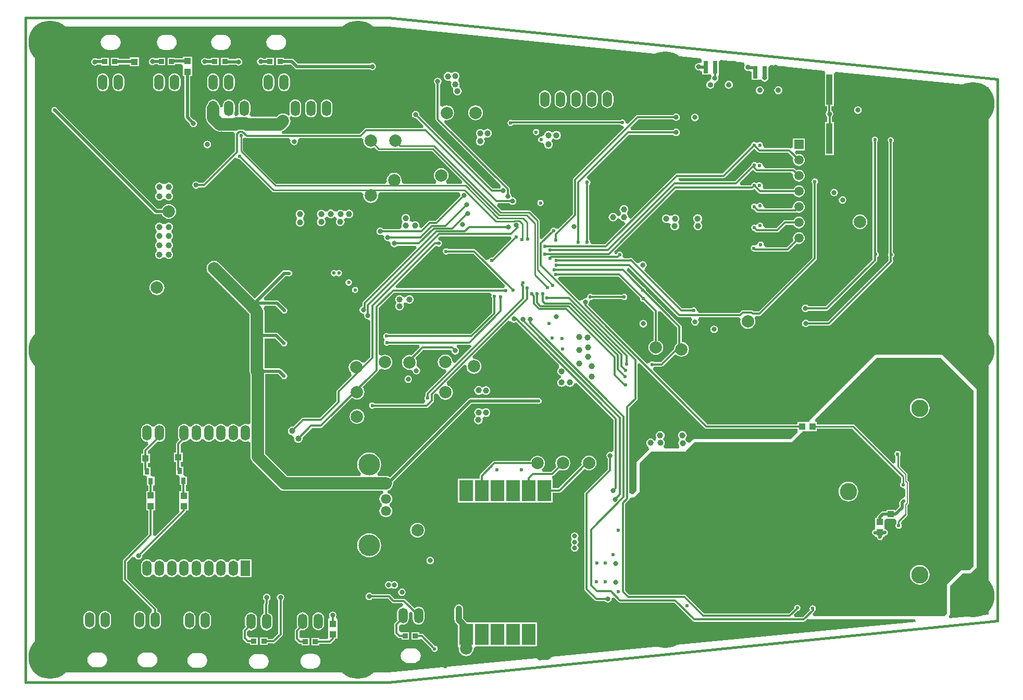
<source format=gbl>
G04 Layer_Physical_Order=4*
G04 Layer_Color=16711680*
%FSLAX44Y44*%
%MOMM*%
G71*
G01*
G75*
%ADD10R,1.0160X1.1176*%
%ADD13R,1.1176X1.0160*%
%ADD22R,1.0000X1.0000*%
%ADD33R,0.8000X1.0000*%
%ADD46C,0.5000*%
%ADD47C,1.0000*%
%ADD48C,0.4000*%
%ADD49C,0.3000*%
%ADD50C,2.0000*%
%ADD51C,0.2540*%
%ADD53C,0.2800*%
%ADD54C,0.2000*%
%ADD56C,7.0000*%
%ADD57C,4.0000*%
%ADD58R,1.5000X1.5000*%
%ADD59C,1.5000*%
%ADD60C,2.0000*%
%ADD61C,0.8000*%
%ADD62C,0.8130*%
%ADD63C,2.8000*%
%ADD64O,1.5000X2.5000*%
%ADD65C,3.5000*%
%ADD66C,1.7000*%
%ADD67O,1.7000X1.5000*%
%ADD68C,0.9000*%
%ADD69R,1.5000X2.5000*%
%ADD70O,1.5000X2.5000*%
%ADD71C,4.5000*%
%ADD72C,0.6000*%
%ADD73C,1.0000*%
%ADD74C,1.2700*%
%ADD75R,0.8128X0.8128*%
%ADD76R,1.0000X5.0000*%
%ADD77R,0.8000X2.0000*%
%ADD78R,2.2900X3.5000*%
%ADD79C,0.1500*%
G36*
X568370Y1144453D02*
X569735Y1144181D01*
X638102D01*
X639062Y1143101D01*
X640667Y1140181D01*
X640383Y1138750D01*
X640848Y1136409D01*
X642174Y1134424D01*
X644159Y1133098D01*
X646500Y1132633D01*
X648841Y1133098D01*
X650826Y1134424D01*
X652152Y1136409D01*
X652617Y1138750D01*
X652333Y1140181D01*
X653938Y1143101D01*
X654898Y1144181D01*
X754250D01*
X755616Y1144453D01*
X756706Y1144063D01*
X759184Y1142182D01*
X758896Y1140000D01*
X759309Y1136867D01*
X760518Y1133948D01*
X762441Y1131441D01*
X764948Y1129518D01*
X767867Y1128309D01*
X771000Y1127896D01*
X774133Y1128309D01*
X776850Y1129435D01*
X781643Y1124642D01*
X782724Y1123920D01*
X784000Y1123666D01*
X870369D01*
X920005Y1074030D01*
X918475Y1070334D01*
X894625D01*
X893267Y1074334D01*
X894059Y1074941D01*
X895982Y1077448D01*
X897191Y1080367D01*
X897604Y1083500D01*
X897191Y1086633D01*
X895982Y1089552D01*
X894059Y1092058D01*
X891552Y1093982D01*
X888633Y1095191D01*
X885500Y1095603D01*
X882367Y1095191D01*
X879448Y1093982D01*
X876942Y1092058D01*
X875018Y1089552D01*
X873809Y1086633D01*
X873396Y1083500D01*
X873809Y1080367D01*
X875018Y1077448D01*
X876942Y1074941D01*
X877733Y1074334D01*
X876375Y1070334D01*
X823496D01*
X820884Y1074334D01*
X821104Y1076000D01*
X820691Y1079133D01*
X819482Y1082052D01*
X817559Y1084558D01*
X815052Y1086482D01*
X812133Y1087691D01*
X809000Y1088104D01*
X805867Y1087691D01*
X802948Y1086482D01*
X800442Y1084558D01*
X798518Y1082052D01*
X797309Y1079133D01*
X796897Y1076000D01*
X797116Y1074334D01*
X794504Y1070334D01*
X617381D01*
X563334Y1124381D01*
Y1143448D01*
X566819Y1145046D01*
X567334Y1145145D01*
X568370Y1144453D01*
D02*
G37*
G36*
X1208785Y884168D02*
X1208652Y883500D01*
X1209040Y881549D01*
X1210145Y879895D01*
X1211799Y878790D01*
X1213750Y878402D01*
X1214418Y878535D01*
X1230931Y862022D01*
Y815511D01*
X1228448Y814482D01*
X1225941Y812559D01*
X1224018Y810052D01*
X1222809Y807133D01*
X1222396Y804000D01*
X1222809Y800867D01*
X1224018Y797948D01*
X1225941Y795442D01*
X1228448Y793518D01*
X1231367Y792309D01*
X1234500Y791896D01*
X1237633Y792309D01*
X1240552Y793518D01*
X1243058Y795442D01*
X1244982Y797948D01*
X1246191Y800867D01*
X1246604Y804000D01*
X1246191Y807133D01*
X1244982Y810052D01*
X1243058Y812559D01*
X1240552Y814482D01*
X1238069Y815511D01*
Y861978D01*
X1241973Y863730D01*
X1269181Y836522D01*
Y810702D01*
X1267691Y809558D01*
X1265768Y807052D01*
X1264559Y804133D01*
X1264251Y801798D01*
X1242522Y780069D01*
X1232129D01*
X1232105Y780105D01*
X1230451Y781210D01*
X1228500Y781598D01*
X1226549Y781210D01*
X1224895Y780105D01*
X1224075Y778878D01*
X1222989Y778314D01*
X1219568Y777729D01*
X1124094Y873202D01*
X1125402Y875159D01*
X1125867Y877500D01*
X1127844Y880885D01*
X1128875Y881326D01*
X1129951Y881540D01*
X1131605Y882645D01*
X1131629Y882681D01*
X1179371D01*
X1179395Y882645D01*
X1181049Y881540D01*
X1183000Y881152D01*
X1184951Y881540D01*
X1186605Y882645D01*
X1187710Y884299D01*
X1188098Y886250D01*
X1187710Y888201D01*
X1186605Y889855D01*
X1184951Y890960D01*
X1183000Y891348D01*
X1181049Y890960D01*
X1179395Y889855D01*
X1179371Y889819D01*
X1131629D01*
X1131605Y889855D01*
X1129951Y890960D01*
X1128000Y891348D01*
X1126049Y890960D01*
X1124395Y889855D01*
X1123290Y888201D01*
X1123043Y886960D01*
X1122856Y886212D01*
X1120018Y883841D01*
X1119363Y883540D01*
X1117409Y883152D01*
X1115424Y881826D01*
X1114805Y880899D01*
X1111149Y879954D01*
X1110051Y879996D01*
X1075598Y914449D01*
X1075485Y915465D01*
X1077813Y918931D01*
X1174022D01*
X1208785Y884168D01*
D02*
G37*
G36*
X1306493Y1274397D02*
X1309065Y1272347D01*
X1309108Y1268267D01*
X1308331Y1267602D01*
X1305500Y1266069D01*
X1304000Y1266367D01*
X1301659Y1265902D01*
X1299674Y1264576D01*
X1298348Y1262591D01*
X1297883Y1260250D01*
X1298348Y1257909D01*
X1299674Y1255924D01*
X1301659Y1254598D01*
X1304000Y1254133D01*
X1305500Y1254431D01*
X1308331Y1252898D01*
X1309500Y1251898D01*
Y1248000D01*
X1320500D01*
X1321500Y1248000D01*
X1324500D01*
X1324598Y1244099D01*
X1324580Y1244000D01*
X1324133Y1241750D01*
X1324196Y1241433D01*
X1323935Y1240588D01*
X1321676Y1237567D01*
X1321317Y1237341D01*
X1321248Y1237310D01*
X1319722Y1236678D01*
X1318364Y1235636D01*
X1317322Y1234278D01*
X1316667Y1232697D01*
X1316444Y1231000D01*
X1316667Y1229303D01*
X1317322Y1227722D01*
X1318364Y1226364D01*
X1319722Y1225322D01*
X1321303Y1224667D01*
X1323000Y1224444D01*
X1324697Y1224667D01*
X1326278Y1225322D01*
X1327636Y1226364D01*
X1328678Y1227722D01*
X1329333Y1229303D01*
X1329556Y1231000D01*
X1329462Y1231711D01*
X1329761Y1233198D01*
X1332168Y1236014D01*
X1332591Y1236098D01*
X1334576Y1237424D01*
X1335902Y1239409D01*
X1336367Y1241750D01*
X1335920Y1244000D01*
X1335903Y1244096D01*
X1336500Y1248000D01*
X1336500Y1248000D01*
Y1268394D01*
X1339467Y1271077D01*
X1377800Y1267217D01*
X1378616Y1265913D01*
X1379396Y1263036D01*
X1378598Y1261841D01*
X1378132Y1259500D01*
X1378598Y1257159D01*
X1379924Y1255174D01*
X1381909Y1253848D01*
X1384250Y1253382D01*
X1386000Y1253730D01*
X1388133Y1252831D01*
X1390000Y1251599D01*
Y1239000D01*
X1401000D01*
X1402000Y1239000D01*
X1405000D01*
X1406455Y1239000D01*
X1407174Y1237924D01*
X1409159Y1236598D01*
X1411500Y1236133D01*
X1413841Y1236598D01*
X1415826Y1237924D01*
X1416544Y1239000D01*
X1417000D01*
X1417618Y1242250D01*
X1417510Y1242789D01*
X1417152Y1244591D01*
X1417000Y1244818D01*
Y1259249D01*
X1421000Y1262867D01*
X1508442Y1254062D01*
X1509500Y1250500D01*
X1509500Y1249935D01*
Y1196500D01*
X1512931D01*
Y1188415D01*
X1512424Y1188076D01*
X1511098Y1186091D01*
X1510632Y1183750D01*
X1511098Y1181409D01*
X1512424Y1179424D01*
X1513181Y1178918D01*
Y1170500D01*
X1509500D01*
Y1116500D01*
X1523500D01*
Y1170500D01*
X1520318D01*
Y1178918D01*
X1521076Y1179424D01*
X1522402Y1181409D01*
X1522867Y1183750D01*
X1522402Y1186091D01*
X1521076Y1188076D01*
X1520069Y1188749D01*
Y1196500D01*
X1523500D01*
Y1248525D01*
X1526790Y1252214D01*
X1775260Y1227194D01*
Y369694D01*
X1712286Y363606D01*
X1710579Y367224D01*
X1712052Y368698D01*
X1712605Y369524D01*
X1712799Y370500D01*
Y416444D01*
X1732806Y436451D01*
X1745000D01*
X1745975Y436645D01*
X1746802Y437198D01*
X1755052Y445448D01*
X1755605Y446274D01*
X1755799Y447250D01*
Y735250D01*
X1755605Y736225D01*
X1755052Y737052D01*
X1700552Y791552D01*
X1699725Y792105D01*
X1698750Y792299D01*
X1592250D01*
X1591275Y792105D01*
X1590448Y791552D01*
X1485198Y686302D01*
X1484645Y685475D01*
X1484451Y684500D01*
X1482056Y683088D01*
X1479080D01*
Y683088D01*
X1464920D01*
Y679069D01*
X1318228D01*
X1229729Y767568D01*
X1230314Y770989D01*
X1230878Y772076D01*
X1232105Y772895D01*
X1232129Y772931D01*
X1244000D01*
X1245366Y773203D01*
X1246523Y773977D01*
X1265154Y792608D01*
X1267691Y792441D01*
X1270198Y790518D01*
X1273117Y789309D01*
X1276250Y788896D01*
X1279383Y789309D01*
X1282302Y790518D01*
X1284809Y792441D01*
X1286732Y794948D01*
X1287941Y797867D01*
X1288354Y801000D01*
X1287941Y804133D01*
X1286732Y807052D01*
X1284809Y809558D01*
X1282302Y811482D01*
X1279383Y812691D01*
X1276319Y813094D01*
Y838000D01*
X1276047Y839366D01*
X1275273Y840523D01*
X1218299Y897498D01*
X1217960Y899201D01*
X1216855Y900855D01*
X1215201Y901960D01*
X1213498Y902299D01*
X1186814Y928983D01*
X1188285Y933168D01*
X1190718Y933486D01*
X1270227Y853977D01*
X1271384Y853203D01*
X1272750Y852931D01*
X1291555D01*
X1292233Y852043D01*
X1293327Y848931D01*
X1292598Y847841D01*
X1292132Y845500D01*
X1292598Y843159D01*
X1293924Y841174D01*
X1295909Y839848D01*
X1298250Y839382D01*
X1300591Y839848D01*
X1302576Y841174D01*
X1303902Y843159D01*
X1304368Y845500D01*
X1303902Y847841D01*
X1303173Y848931D01*
X1304267Y852043D01*
X1304945Y852931D01*
X1369449D01*
X1372171Y849553D01*
X1372231Y849330D01*
X1372267Y849061D01*
X1371896Y846250D01*
X1372309Y843117D01*
X1373518Y840198D01*
X1375441Y837691D01*
X1377948Y835768D01*
X1380867Y834559D01*
X1384000Y834146D01*
X1387133Y834559D01*
X1390052Y835768D01*
X1392558Y837691D01*
X1394482Y840198D01*
X1395691Y843117D01*
X1396104Y846250D01*
X1395691Y849383D01*
X1394905Y851281D01*
X1396234Y854196D01*
X1397238Y855281D01*
X1403100D01*
X1404466Y855553D01*
X1405623Y856327D01*
X1495273Y945977D01*
X1496047Y947134D01*
X1496319Y948500D01*
Y1069954D01*
X1496605Y1070145D01*
X1497710Y1071799D01*
X1498098Y1073750D01*
X1497710Y1075701D01*
X1496605Y1077355D01*
X1494951Y1078460D01*
X1493000Y1078848D01*
X1491049Y1078460D01*
X1489395Y1077355D01*
X1488290Y1075701D01*
X1487902Y1073750D01*
X1488290Y1071799D01*
X1489181Y1070465D01*
Y949978D01*
X1401622Y862419D01*
X1393128D01*
X1392523Y863023D01*
X1391366Y863797D01*
X1390000Y864069D01*
X1375750D01*
X1374384Y863797D01*
X1373227Y863023D01*
X1370272Y860069D01*
X1304030D01*
X1303380Y860506D01*
X1301062Y864069D01*
X1301098Y864250D01*
X1300710Y866201D01*
X1299605Y867855D01*
X1297951Y868960D01*
X1296000Y869348D01*
X1294049Y868960D01*
X1292395Y867855D01*
X1292371Y867819D01*
X1276978D01*
X1216205Y928592D01*
X1216117Y929558D01*
X1217049Y933405D01*
X1217826Y933924D01*
X1219152Y935909D01*
X1219618Y938250D01*
X1219152Y940591D01*
X1217826Y942576D01*
X1215841Y943902D01*
X1213500Y944368D01*
X1211159Y943902D01*
X1209174Y942576D01*
X1208655Y941799D01*
X1204808Y940867D01*
X1203842Y940955D01*
X1196023Y948773D01*
X1194866Y949547D01*
X1193500Y949819D01*
X1192134Y949547D01*
X1191488Y949115D01*
X1182809D01*
X1180566Y952633D01*
X1180523Y953115D01*
X1180848Y954750D01*
X1180460Y956701D01*
X1179355Y958355D01*
X1177701Y959460D01*
X1175750Y959848D01*
X1173799Y959460D01*
X1172145Y958355D01*
X1171040Y956701D01*
X1170787Y955429D01*
X1168109Y955570D01*
X1166529Y959483D01*
X1267228Y1060181D01*
X1391250D01*
X1392616Y1060453D01*
X1393773Y1061227D01*
X1394457Y1061911D01*
X1394500Y1061902D01*
X1394543Y1061911D01*
X1401140Y1055313D01*
X1402298Y1054539D01*
X1403664Y1054268D01*
X1458082D01*
X1458588Y1053045D01*
X1460111Y1051061D01*
X1462095Y1049538D01*
X1464406Y1048581D01*
X1466886Y1048254D01*
X1469366Y1048581D01*
X1471677Y1049538D01*
X1473661Y1051061D01*
X1475184Y1053045D01*
X1476142Y1055356D01*
X1476468Y1057836D01*
X1476142Y1060316D01*
X1475184Y1062627D01*
X1473661Y1064612D01*
X1471677Y1066135D01*
X1469366Y1067092D01*
X1466886Y1067418D01*
X1464406Y1067092D01*
X1462095Y1066135D01*
X1460111Y1064612D01*
X1458588Y1062627D01*
X1458082Y1061405D01*
X1409780D01*
X1407864Y1065405D01*
X1407960Y1065549D01*
X1408348Y1067500D01*
X1407960Y1069451D01*
X1406855Y1071105D01*
X1405201Y1072210D01*
X1403250Y1072598D01*
X1401299Y1072210D01*
X1398105Y1070605D01*
X1396451Y1071710D01*
X1394500Y1072098D01*
X1392549Y1071710D01*
X1390895Y1070605D01*
X1389790Y1068951D01*
X1389465Y1067319D01*
X1372272D01*
X1370615Y1071319D01*
X1392500Y1093203D01*
X1396227Y1089477D01*
X1397384Y1088703D01*
X1398750Y1088431D01*
X1454426D01*
X1455687Y1087363D01*
X1457509Y1084789D01*
X1457304Y1083236D01*
X1457631Y1080756D01*
X1458588Y1078445D01*
X1460111Y1076461D01*
X1462095Y1074938D01*
X1464406Y1073981D01*
X1466886Y1073654D01*
X1469366Y1073981D01*
X1471677Y1074938D01*
X1473661Y1076461D01*
X1475184Y1078445D01*
X1476142Y1080756D01*
X1476468Y1083236D01*
X1476142Y1085716D01*
X1475184Y1088027D01*
X1473661Y1090012D01*
X1471677Y1091535D01*
X1469366Y1092492D01*
X1466886Y1092818D01*
X1464406Y1092492D01*
X1463184Y1091985D01*
X1460646Y1094523D01*
X1459488Y1095297D01*
X1458122Y1095569D01*
X1411334D01*
X1410907Y1095819D01*
X1408348Y1099500D01*
X1407960Y1101451D01*
X1406855Y1103105D01*
X1405201Y1104210D01*
X1403250Y1104598D01*
X1401299Y1104210D01*
X1398355Y1104105D01*
X1396701Y1105210D01*
X1394750Y1105598D01*
X1392799Y1105210D01*
X1391145Y1104105D01*
X1390040Y1102451D01*
X1389652Y1100500D01*
X1389660Y1100457D01*
X1363272Y1074069D01*
X1272990D01*
X1270918Y1078069D01*
X1271880Y1079431D01*
X1344500D01*
X1345866Y1079703D01*
X1347023Y1080477D01*
X1394457Y1127911D01*
X1394500Y1127902D01*
X1394543Y1127911D01*
X1400477Y1121977D01*
X1401634Y1121203D01*
X1403000Y1120931D01*
X1449544D01*
X1458137Y1112339D01*
X1457631Y1111116D01*
X1457304Y1108636D01*
X1457631Y1106156D01*
X1458588Y1103845D01*
X1460111Y1101861D01*
X1462095Y1100338D01*
X1464406Y1099381D01*
X1466886Y1099054D01*
X1469366Y1099381D01*
X1471677Y1100338D01*
X1473661Y1101861D01*
X1475184Y1103845D01*
X1476142Y1106156D01*
X1476468Y1108636D01*
X1476142Y1111116D01*
X1475184Y1113427D01*
X1473661Y1115412D01*
X1471677Y1116935D01*
X1469366Y1117892D01*
X1466886Y1118218D01*
X1464406Y1117892D01*
X1463184Y1117385D01*
X1460033Y1120536D01*
X1461690Y1124536D01*
X1476386D01*
Y1143536D01*
X1457386D01*
Y1128840D01*
X1454052Y1127263D01*
X1453386Y1127130D01*
X1452388Y1127797D01*
X1451022Y1128069D01*
X1411029D01*
X1410125Y1129024D01*
X1408413Y1132069D01*
X1408598Y1133000D01*
X1408210Y1134951D01*
X1407105Y1136605D01*
X1405451Y1137710D01*
X1403500Y1138098D01*
X1401549Y1137710D01*
X1399895Y1136605D01*
X1398105D01*
X1396451Y1137710D01*
X1394500Y1138098D01*
X1392549Y1137710D01*
X1390895Y1136605D01*
X1389790Y1134951D01*
X1389402Y1133000D01*
X1389411Y1132957D01*
X1343022Y1086569D01*
X1268000D01*
X1266634Y1086297D01*
X1265477Y1085523D01*
X1193563Y1013610D01*
X1189775Y1015478D01*
X1189810Y1015750D01*
X1189570Y1017577D01*
X1188865Y1019280D01*
X1187742Y1020742D01*
X1187492Y1023258D01*
X1188615Y1024720D01*
X1189320Y1026423D01*
X1189560Y1028250D01*
X1189320Y1030077D01*
X1188615Y1031780D01*
X1187492Y1033242D01*
X1186030Y1034364D01*
X1184327Y1035070D01*
X1182500Y1035310D01*
X1180673Y1035070D01*
X1178970Y1034364D01*
X1177508Y1033242D01*
X1176385Y1031780D01*
X1175680Y1030077D01*
X1175440Y1028250D01*
X1175680Y1026423D01*
X1176385Y1024720D01*
X1177508Y1023258D01*
X1177758Y1020742D01*
X1176636Y1019280D01*
X1176279Y1018420D01*
X1176166Y1018213D01*
X1173750Y1017471D01*
X1171334Y1018213D01*
X1171221Y1018420D01*
X1170864Y1019280D01*
X1169742Y1020742D01*
X1168280Y1021864D01*
X1166577Y1022570D01*
X1164750Y1022810D01*
X1162923Y1022570D01*
X1161220Y1021864D01*
X1159758Y1020742D01*
X1158635Y1019280D01*
X1157930Y1017577D01*
X1157690Y1015750D01*
X1157930Y1013923D01*
X1158635Y1012220D01*
X1159758Y1010758D01*
X1161220Y1009635D01*
X1162923Y1008930D01*
X1164750Y1008690D01*
X1166577Y1008930D01*
X1168280Y1009635D01*
X1169742Y1010758D01*
X1170864Y1012220D01*
X1171221Y1013080D01*
X1171334Y1013287D01*
X1173750Y1014029D01*
X1176166Y1013287D01*
X1176279Y1013080D01*
X1176636Y1012220D01*
X1177758Y1010758D01*
X1179220Y1009635D01*
X1180923Y1008930D01*
X1182750Y1008690D01*
X1183022Y1008725D01*
X1184890Y1004937D01*
X1151772Y971819D01*
X1130884D01*
X1130658Y971932D01*
X1127848Y975500D01*
X1127460Y977451D01*
X1126355Y979105D01*
X1126319Y979129D01*
Y1068454D01*
X1126605Y1068645D01*
X1127710Y1070299D01*
X1128098Y1072250D01*
X1127710Y1074201D01*
X1126605Y1075855D01*
X1124951Y1076960D01*
X1123768Y1077195D01*
X1123697Y1077243D01*
X1123614Y1077300D01*
X1122158Y1081166D01*
X1122153Y1081356D01*
X1190728Y1149931D01*
X1262835D01*
X1263174Y1149424D01*
X1265159Y1148098D01*
X1267500Y1147633D01*
X1269841Y1148098D01*
X1271826Y1149424D01*
X1273152Y1151409D01*
X1273617Y1153750D01*
X1273152Y1156091D01*
X1271826Y1158076D01*
X1269841Y1159402D01*
X1267500Y1159867D01*
X1265159Y1159402D01*
X1263174Y1158076D01*
X1262501Y1157069D01*
X1194272D01*
X1192615Y1161069D01*
X1206478Y1174931D01*
X1262418D01*
X1262924Y1174174D01*
X1264909Y1172848D01*
X1267250Y1172383D01*
X1269591Y1172848D01*
X1271576Y1174174D01*
X1272902Y1176159D01*
X1273367Y1178500D01*
X1272902Y1180841D01*
X1271576Y1182826D01*
X1269591Y1184152D01*
X1267250Y1184617D01*
X1264909Y1184152D01*
X1262924Y1182826D01*
X1262418Y1182069D01*
X1205000D01*
X1203634Y1181797D01*
X1202477Y1181023D01*
X1188673Y1167220D01*
X1184987Y1169190D01*
X1185098Y1169750D01*
X1184710Y1171701D01*
X1183605Y1173355D01*
X1181951Y1174460D01*
X1180000Y1174848D01*
X1178049Y1174460D01*
X1176395Y1173355D01*
X1176371Y1173319D01*
X1000787D01*
X1000201Y1173710D01*
X998250Y1174098D01*
X996299Y1173710D01*
X994645Y1172605D01*
X993540Y1170951D01*
X993152Y1169000D01*
X993540Y1167049D01*
X994645Y1165395D01*
X996299Y1164290D01*
X998250Y1163902D01*
X1000201Y1164290D01*
X1001855Y1165395D01*
X1002380Y1166181D01*
X1176371D01*
X1176395Y1166145D01*
X1178049Y1165040D01*
X1180000Y1164652D01*
X1180560Y1164763D01*
X1182530Y1161077D01*
X1100727Y1079273D01*
X1099953Y1078116D01*
X1099681Y1076750D01*
Y1020728D01*
X1076175Y997222D01*
X1071605Y997355D01*
X1069951Y998460D01*
X1068000Y998848D01*
X1066049Y998460D01*
X1064395Y997355D01*
X1063290Y995701D01*
X1062902Y993750D01*
X1062911Y993707D01*
X1049030Y979826D01*
X1045334Y981357D01*
Y1010000D01*
X1045080Y1011276D01*
X1044358Y1012357D01*
X1030608Y1026107D01*
X1029526Y1026830D01*
X1028250Y1027084D01*
X983631D01*
X976284Y1034431D01*
X977941Y1038431D01*
X996668D01*
X997174Y1037674D01*
X999159Y1036348D01*
X1001500Y1035882D01*
X1003841Y1036348D01*
X1005826Y1037674D01*
X1007152Y1039659D01*
X1007617Y1042000D01*
X1007152Y1044341D01*
X1005826Y1046326D01*
X1003841Y1047652D01*
X1001500Y1048118D01*
X1001292Y1048076D01*
X999617Y1049750D01*
X999152Y1052091D01*
X997826Y1054076D01*
X997069Y1054582D01*
Y1061750D01*
X996797Y1063116D01*
X996023Y1064273D01*
X890183Y1170113D01*
X890557Y1171281D01*
X892263Y1173691D01*
X894500Y1173396D01*
X897633Y1173809D01*
X900552Y1175018D01*
X903058Y1176942D01*
X904982Y1179448D01*
X906191Y1182367D01*
X906603Y1185500D01*
X906191Y1188633D01*
X904982Y1191552D01*
X903058Y1194059D01*
X900552Y1195982D01*
X897633Y1197191D01*
X894500Y1197604D01*
X891367Y1197191D01*
X888448Y1195982D01*
X887569Y1195307D01*
X883569Y1197280D01*
Y1231668D01*
X884326Y1232174D01*
X885652Y1234159D01*
X886117Y1236500D01*
X885652Y1238841D01*
X884326Y1240826D01*
X882341Y1242152D01*
X880000Y1242617D01*
X877659Y1242152D01*
X875674Y1240826D01*
X874348Y1238841D01*
X873883Y1236500D01*
X874348Y1234159D01*
X875674Y1232174D01*
X876431Y1231668D01*
Y1175250D01*
X876703Y1173884D01*
X877477Y1172727D01*
X982386Y1067817D01*
X982174Y1063076D01*
X981668Y1062319D01*
X969478D01*
X849940Y1181857D01*
X850117Y1182750D01*
X849652Y1185091D01*
X848326Y1187076D01*
X846341Y1188402D01*
X844000Y1188867D01*
X841659Y1188402D01*
X839674Y1187076D01*
X838348Y1185091D01*
X837882Y1182750D01*
X838348Y1180409D01*
X839674Y1178424D01*
X841659Y1177098D01*
X844000Y1176633D01*
X844893Y1176810D01*
X857135Y1164569D01*
X855478Y1160569D01*
X763500D01*
X762134Y1160297D01*
X760977Y1159523D01*
X752772Y1151319D01*
X627095D01*
X626183Y1155059D01*
X629102Y1156268D01*
X631609Y1158192D01*
X637058Y1163642D01*
X638982Y1166148D01*
X640191Y1169067D01*
X640603Y1172200D01*
X640191Y1175333D01*
X639310Y1177461D01*
X638982Y1178252D01*
X638972Y1178438D01*
X641909Y1180872D01*
X643759Y1179452D01*
X646070Y1178494D01*
X648550Y1178168D01*
X651030Y1178494D01*
X653341Y1179452D01*
X655325Y1180975D01*
X656848Y1182959D01*
X657805Y1185270D01*
X658132Y1187750D01*
Y1197750D01*
X657805Y1200230D01*
X656848Y1202541D01*
X655325Y1204526D01*
X653341Y1206048D01*
X651030Y1207005D01*
X648550Y1207332D01*
X646070Y1207005D01*
X643759Y1206048D01*
X641775Y1204526D01*
X640252Y1202541D01*
X639295Y1200230D01*
X638968Y1197750D01*
Y1187750D01*
X639295Y1185270D01*
X640252Y1182959D01*
X637058Y1180759D01*
X636268Y1181365D01*
X634552Y1182682D01*
X631633Y1183891D01*
X628500Y1184304D01*
X625367Y1183891D01*
X622448Y1182682D01*
X619941Y1180759D01*
X618036Y1178854D01*
X576182D01*
X574099Y1182709D01*
X574109Y1182734D01*
X575056Y1185020D01*
X575382Y1187500D01*
Y1197500D01*
X575056Y1199980D01*
X574098Y1202291D01*
X572575Y1204276D01*
X570591Y1205798D01*
X568280Y1206756D01*
X565800Y1207082D01*
X563320Y1206756D01*
X561009Y1205798D01*
X559025Y1204276D01*
X557502Y1202291D01*
X556545Y1199980D01*
X556218Y1197500D01*
Y1187500D01*
X556545Y1185020D01*
X556767Y1184484D01*
X554886Y1180916D01*
X551463Y1180255D01*
X550647Y1180979D01*
X549126Y1183743D01*
X549655Y1185020D01*
X549982Y1187500D01*
Y1197500D01*
X549655Y1199980D01*
X548698Y1202291D01*
X547175Y1204276D01*
X545191Y1205798D01*
X542880Y1206756D01*
X540400Y1207082D01*
X537920Y1206756D01*
X535609Y1205798D01*
X533625Y1204276D01*
X532102Y1202291D01*
X531145Y1199980D01*
X530818Y1197500D01*
Y1194931D01*
X526818Y1194669D01*
X526691Y1195633D01*
X525482Y1198552D01*
X524102Y1200350D01*
X523298Y1202291D01*
X521776Y1204276D01*
X519791Y1205798D01*
X517480Y1206756D01*
X515000Y1207082D01*
X512520Y1206756D01*
X510209Y1205798D01*
X508225Y1204276D01*
X506702Y1202291D01*
X505898Y1200350D01*
X504518Y1198552D01*
X503309Y1195633D01*
X502896Y1192500D01*
Y1177750D01*
X503309Y1174617D01*
X504518Y1171698D01*
X506441Y1169192D01*
X517441Y1158192D01*
X519948Y1156268D01*
X522867Y1155059D01*
X526000Y1154646D01*
X547292D01*
X547621Y1154473D01*
X550431Y1151485D01*
Y1122978D01*
X499022Y1071569D01*
X491832D01*
X491326Y1072326D01*
X489341Y1073652D01*
X487000Y1074118D01*
X484659Y1073652D01*
X482674Y1072326D01*
X481348Y1070341D01*
X480882Y1068000D01*
X481348Y1065659D01*
X482674Y1063674D01*
X484659Y1062348D01*
X487000Y1061882D01*
X489341Y1062348D01*
X491326Y1063674D01*
X491832Y1064431D01*
X500500D01*
X501866Y1064703D01*
X503023Y1065477D01*
X549547Y1112000D01*
X549951Y1112113D01*
X554395Y1111395D01*
X556049Y1110290D01*
X558000Y1109902D01*
X558319Y1109966D01*
X610892Y1057393D01*
X611974Y1056670D01*
X613250Y1056416D01*
X756360D01*
X759083Y1052416D01*
X758896Y1051000D01*
X759309Y1047867D01*
X760518Y1044948D01*
X762441Y1042441D01*
X764948Y1040518D01*
X767867Y1039309D01*
X771000Y1038896D01*
X774133Y1039309D01*
X777052Y1040518D01*
X779558Y1042441D01*
X781482Y1044948D01*
X782691Y1047867D01*
X783104Y1051000D01*
X782917Y1052416D01*
X785640Y1056416D01*
X914186D01*
X915000Y1055652D01*
X916899Y1052416D01*
X916677Y1051301D01*
X916815Y1050611D01*
X876272Y1010069D01*
X866750D01*
X865384Y1009797D01*
X864227Y1009023D01*
X853282Y998079D01*
X850023Y1000050D01*
X849956Y1000135D01*
X849872Y1000569D01*
X850060Y1002000D01*
X849820Y1003827D01*
X849115Y1005530D01*
X847992Y1006992D01*
X846530Y1008114D01*
X844827Y1008820D01*
X843000Y1009060D01*
X841173Y1008820D01*
X839470Y1008114D01*
X835212Y1009163D01*
X834855Y1009440D01*
X834115Y1010470D01*
X834820Y1012173D01*
X835060Y1014000D01*
X834820Y1015827D01*
X834115Y1017530D01*
X832992Y1018992D01*
X831530Y1020115D01*
X829827Y1020820D01*
X828000Y1021060D01*
X826173Y1020820D01*
X824470Y1020115D01*
X823008Y1018992D01*
X821886Y1017530D01*
X821180Y1015827D01*
X820940Y1014000D01*
X821180Y1012173D01*
X821886Y1010470D01*
X822682Y1008000D01*
X821886Y1005530D01*
X821180Y1003827D01*
X820940Y1002000D01*
X821128Y1000569D01*
X821004Y999931D01*
X818560Y996569D01*
X791332D01*
X790826Y997326D01*
X788841Y998652D01*
X786500Y999118D01*
X784159Y998652D01*
X782174Y997326D01*
X780848Y995341D01*
X780382Y993000D01*
X780848Y990659D01*
X782174Y988674D01*
X784159Y987348D01*
X786500Y986882D01*
X788841Y987348D01*
X789812Y987997D01*
X792483Y985661D01*
X792819Y985195D01*
X792383Y983000D01*
X792848Y980659D01*
X794174Y978674D01*
X796159Y977348D01*
X798500Y976882D01*
X800204Y977221D01*
X801015Y976772D01*
X802013Y975908D01*
X803378Y974232D01*
X803132Y973000D01*
X803598Y970659D01*
X804924Y968674D01*
X806909Y967348D01*
X809250Y966882D01*
X811591Y967348D01*
X813576Y968674D01*
X814082Y969431D01*
X843978D01*
X845635Y965431D01*
X758477Y878273D01*
X757703Y877116D01*
X757431Y875750D01*
Y871056D01*
X756659Y870902D01*
X754674Y869576D01*
X753348Y867591D01*
X752883Y865250D01*
X753348Y862909D01*
X754674Y860924D01*
X756659Y859598D01*
X757305Y859470D01*
X759104Y858897D01*
X760383Y856000D01*
X760848Y853659D01*
X762174Y851674D01*
X764159Y850348D01*
X766500Y849883D01*
X770431Y846966D01*
Y788478D01*
X761177Y779224D01*
X756154Y779858D01*
X755808Y780309D01*
X753302Y782232D01*
X750383Y783441D01*
X747250Y783854D01*
X744117Y783441D01*
X741198Y782232D01*
X738691Y780309D01*
X736768Y777802D01*
X735559Y774883D01*
X735146Y771750D01*
X735559Y768617D01*
X736768Y765698D01*
X738691Y763192D01*
X739142Y762846D01*
X739776Y757823D01*
X716227Y734273D01*
X715453Y733116D01*
X715181Y731750D01*
Y716728D01*
X688522Y690069D01*
X661500D01*
X660134Y689797D01*
X658977Y689023D01*
X645029Y675076D01*
X643250Y675310D01*
X641423Y675070D01*
X639720Y674364D01*
X638258Y673242D01*
X637136Y671780D01*
X636430Y670077D01*
X636190Y668250D01*
X636430Y666423D01*
X637136Y664720D01*
X638258Y663258D01*
X639720Y662135D01*
X641423Y661430D01*
X643250Y661190D01*
X643398Y661209D01*
X646112Y658406D01*
X646193Y658279D01*
X646385Y657735D01*
X646190Y656250D01*
X646430Y654423D01*
X647135Y652720D01*
X648258Y651257D01*
X649720Y650135D01*
X651423Y649430D01*
X653250Y649190D01*
X655077Y649430D01*
X656780Y650135D01*
X658242Y651257D01*
X659364Y652720D01*
X660070Y654423D01*
X660310Y656250D01*
X660076Y658029D01*
X675228Y673181D01*
X690250D01*
X691616Y673453D01*
X692773Y674227D01*
X740925Y722378D01*
X742698Y721018D01*
X745617Y719809D01*
X748750Y719397D01*
X751883Y719809D01*
X754802Y721018D01*
X757309Y722942D01*
X759232Y725448D01*
X760441Y728367D01*
X760854Y731500D01*
X760441Y734633D01*
X759232Y737552D01*
X757871Y739325D01*
X783273Y764727D01*
X784047Y765884D01*
X784319Y767250D01*
Y767261D01*
X786848Y768834D01*
X788319Y769365D01*
X790867Y768309D01*
X794000Y767896D01*
X797133Y768309D01*
X800052Y769518D01*
X802559Y771441D01*
X804482Y773948D01*
X805691Y776867D01*
X806104Y780000D01*
X805691Y783133D01*
X804482Y786052D01*
X802559Y788559D01*
X800052Y790482D01*
X797133Y791691D01*
X794000Y792104D01*
X790867Y791691D01*
X788319Y790635D01*
X786848Y791166D01*
X784319Y792739D01*
Y868772D01*
X808728Y893181D01*
X965346D01*
X967331Y889181D01*
X967290Y889120D01*
X966902Y887170D01*
X967290Y885219D01*
X968395Y883565D01*
X968431Y883541D01*
Y860978D01*
X933522Y826069D01*
X800129D01*
X800105Y826105D01*
X798451Y827210D01*
X796500Y827598D01*
X794549Y827210D01*
X792895Y826105D01*
X791790Y824451D01*
X791402Y822500D01*
X791790Y820549D01*
X792895Y818895D01*
X793585Y815867D01*
X792881Y814460D01*
X792540Y813951D01*
X792152Y812000D01*
X792540Y810049D01*
X793645Y808395D01*
X795299Y807290D01*
X797250Y806902D01*
X799201Y807290D01*
X800855Y808395D01*
X800879Y808431D01*
X848978D01*
X850635Y804431D01*
X837421Y791218D01*
X836883Y791441D01*
X833750Y791854D01*
X830617Y791441D01*
X827698Y790232D01*
X825191Y788308D01*
X823268Y785802D01*
X822059Y782883D01*
X821646Y779750D01*
X822059Y776617D01*
X823268Y773698D01*
X825191Y771191D01*
X827698Y769268D01*
X830617Y768059D01*
X833750Y767646D01*
X835374Y767860D01*
X837864Y766793D01*
X839424Y764782D01*
X839598Y763909D01*
X840924Y761924D01*
X842909Y760598D01*
X845250Y760133D01*
X847591Y760598D01*
X849576Y761924D01*
X850902Y763909D01*
X851367Y766250D01*
X850902Y768591D01*
X849576Y770576D01*
X847591Y771902D01*
X845242Y776131D01*
Y776137D01*
X845441Y776617D01*
X845854Y779750D01*
X845441Y782883D01*
X844232Y785802D01*
X843306Y787009D01*
X856478Y800181D01*
X898589D01*
X902383Y798750D01*
X902848Y796409D01*
X904174Y794424D01*
X906159Y793098D01*
X908500Y792633D01*
X910841Y793098D01*
X912826Y794424D01*
X914152Y796409D01*
X914618Y798750D01*
X914152Y801091D01*
X912826Y803076D01*
X910841Y804402D01*
X910693Y804431D01*
X911086Y808431D01*
X931250D01*
X932471Y808674D01*
X932757Y808491D01*
X934829Y805375D01*
X907863Y778410D01*
X904074Y780278D01*
X904104Y780500D01*
X903691Y783633D01*
X902482Y786552D01*
X900558Y789059D01*
X898052Y790982D01*
X895133Y792191D01*
X892000Y792604D01*
X888867Y792191D01*
X885948Y790982D01*
X883441Y789059D01*
X881518Y786552D01*
X880309Y783633D01*
X879896Y780500D01*
X880309Y777367D01*
X881518Y774448D01*
X883441Y771942D01*
X885948Y770018D01*
X888867Y768809D01*
X892000Y768396D01*
X892222Y768426D01*
X894090Y764637D01*
X869277Y739823D01*
X869042Y739472D01*
X865528Y735958D01*
X865177Y735723D01*
X860977Y731523D01*
X860203Y730366D01*
X859931Y729000D01*
Y725379D01*
X859895Y725355D01*
X858790Y723701D01*
X858402Y721750D01*
X858790Y719799D01*
X859895Y718145D01*
X858192Y714703D01*
X856851Y713069D01*
X777129D01*
X777105Y713105D01*
X775451Y714210D01*
X773500Y714598D01*
X771549Y714210D01*
X769895Y713105D01*
X768790Y711451D01*
X768402Y709500D01*
X768790Y707549D01*
X769895Y705895D01*
X771549Y704790D01*
X773500Y704402D01*
X775451Y704790D01*
X777105Y705895D01*
X777129Y705931D01*
X862000D01*
X863366Y706203D01*
X864523Y706977D01*
X872773Y715227D01*
X873547Y716384D01*
X873819Y717750D01*
Y726772D01*
X876558Y729511D01*
X880781Y728078D01*
X880809Y727867D01*
X882018Y724948D01*
X883941Y722441D01*
X886448Y720518D01*
X889367Y719309D01*
X892500Y718896D01*
X895633Y719309D01*
X898552Y720518D01*
X901059Y722441D01*
X902982Y724948D01*
X904191Y727867D01*
X904604Y731000D01*
X904191Y734133D01*
X902982Y737052D01*
X901059Y739558D01*
X898552Y741482D01*
X895633Y742691D01*
X895422Y742719D01*
X893989Y746942D01*
X922963Y775916D01*
X926751Y774048D01*
X926646Y773250D01*
X927059Y770117D01*
X928268Y767198D01*
X930191Y764691D01*
X932698Y762768D01*
X935617Y761559D01*
X938750Y761146D01*
X941883Y761559D01*
X944802Y762768D01*
X947309Y764691D01*
X949232Y767198D01*
X950441Y770117D01*
X950854Y773250D01*
X950441Y776383D01*
X949232Y779302D01*
X947309Y781808D01*
X944802Y783732D01*
X941883Y784941D01*
X938750Y785353D01*
X937952Y785248D01*
X936084Y789037D01*
X994175Y847128D01*
X994940Y847281D01*
X999105Y846402D01*
X999424Y845924D01*
X1001409Y844598D01*
X1003750Y844132D01*
X1006091Y844598D01*
X1007149Y845305D01*
X1039402Y813051D01*
X1077144Y775309D01*
X1077257Y773860D01*
X1076458Y770338D01*
X1076008Y769992D01*
X1074885Y768530D01*
X1074180Y766827D01*
X1073940Y765000D01*
X1074180Y763173D01*
X1074885Y761470D01*
X1076008Y760007D01*
X1077470Y758885D01*
X1079173Y758180D01*
X1080410Y758017D01*
Y753983D01*
X1079173Y753820D01*
X1077470Y753114D01*
X1076008Y751992D01*
X1074885Y750530D01*
X1074180Y748827D01*
X1073940Y747000D01*
X1074180Y745173D01*
X1074885Y743470D01*
X1076008Y742008D01*
X1077470Y740885D01*
X1079173Y740180D01*
X1081000Y739940D01*
X1082827Y740180D01*
X1084530Y740885D01*
X1085500Y741629D01*
X1086195Y742008D01*
X1089805D01*
X1090500Y741629D01*
X1091470Y740885D01*
X1093173Y740180D01*
X1095000Y739940D01*
X1096827Y740180D01*
X1098530Y740885D01*
X1099992Y742008D01*
X1101115Y743470D01*
X1101820Y745173D01*
X1106020Y746433D01*
X1165931Y686522D01*
Y636314D01*
X1162692Y634138D01*
X1161931Y633983D01*
X1160000Y634367D01*
X1157659Y633902D01*
X1155674Y632576D01*
X1154348Y630591D01*
X1153883Y628250D01*
X1154348Y625909D01*
X1155674Y623924D01*
X1156431Y623418D01*
Y605978D01*
X1119227Y568773D01*
X1118453Y567616D01*
X1118181Y566250D01*
Y411500D01*
X1118453Y410134D01*
X1119227Y408977D01*
X1135227Y392977D01*
X1136384Y392203D01*
X1137750Y391931D01*
X1151668D01*
X1152174Y391174D01*
X1154159Y389848D01*
X1156500Y389383D01*
X1158841Y389848D01*
X1160826Y391174D01*
X1162152Y393159D01*
X1162617Y395500D01*
X1162511Y396035D01*
X1166198Y398006D01*
X1173727Y390477D01*
X1174884Y389703D01*
X1176250Y389431D01*
X1264272D01*
X1294477Y359227D01*
X1295634Y358453D01*
X1297000Y358181D01*
X1474750D01*
X1476116Y358453D01*
X1477273Y359227D01*
X1481035Y362988D01*
X1481448Y362948D01*
X1482275Y362395D01*
X1483250Y362201D01*
X1656221D01*
X1656414Y358206D01*
X799889Y275411D01*
X245260D01*
X225260Y295411D01*
Y1300411D01*
X250260Y1325411D01*
X799889D01*
X1306493Y1274397D01*
D02*
G37*
G36*
X1750701Y734194D02*
Y448306D01*
X1743944Y441549D01*
X1731750D01*
X1730775Y441355D01*
X1729948Y440802D01*
X1708448Y419302D01*
X1707895Y418475D01*
X1707701Y417500D01*
Y371556D01*
X1703444Y367299D01*
X1490572D01*
X1489041Y370994D01*
X1492148Y374102D01*
X1492922Y375259D01*
X1493040Y375852D01*
X1493105Y375895D01*
X1494210Y377549D01*
X1494598Y379500D01*
X1494210Y381451D01*
X1493105Y383105D01*
X1491451Y384210D01*
X1489500Y384598D01*
X1487549Y384210D01*
X1485895Y383105D01*
X1484790Y381451D01*
X1484402Y379500D01*
X1484790Y377549D01*
X1485075Y377122D01*
X1473272Y365319D01*
X1460272D01*
X1458615Y369319D01*
X1464810Y375513D01*
X1466201Y375790D01*
X1467855Y376895D01*
X1468960Y378549D01*
X1469348Y380500D01*
X1468960Y382451D01*
X1467855Y384105D01*
X1466201Y385210D01*
X1464250Y385598D01*
X1462299Y385210D01*
X1460645Y384105D01*
X1459540Y382451D01*
X1459152Y380500D01*
X1459243Y380040D01*
X1450772Y371568D01*
X1312728D01*
X1283523Y400773D01*
X1282366Y401547D01*
X1281000Y401819D01*
X1191228D01*
X1184169Y408878D01*
Y549622D01*
X1190523Y555977D01*
X1191297Y557134D01*
X1191432Y557811D01*
X1193386Y559176D01*
X1195569Y559987D01*
X1195750Y559951D01*
X1195750Y559951D01*
X1195942Y559951D01*
X1198136D01*
X1199112Y560145D01*
X1199939Y560698D01*
X1207552Y568311D01*
X1208105Y569138D01*
X1208299Y570114D01*
Y616194D01*
X1227056Y634951D01*
X1281250D01*
X1282225Y635145D01*
X1283052Y635698D01*
X1297056Y649701D01*
X1454750D01*
X1455725Y649895D01*
X1456552Y650448D01*
X1471552Y665448D01*
X1472105Y666275D01*
X1472299Y667250D01*
X1472842Y667912D01*
X1479080D01*
Y667912D01*
X1482056D01*
Y667912D01*
X1496216D01*
Y672033D01*
X1553814D01*
X1633033Y592814D01*
Y584447D01*
X1632895Y584355D01*
X1631790Y582701D01*
X1631402Y580750D01*
X1631790Y578799D01*
X1632895Y577145D01*
X1634549Y576040D01*
X1636500Y575652D01*
X1640082Y572685D01*
Y562566D01*
X1637250Y559098D01*
X1635299Y558710D01*
X1633645Y557605D01*
X1632540Y555951D01*
X1632493Y555714D01*
X1631453Y554661D01*
X1630467Y553167D01*
X1630128Y551409D01*
X1630164Y545396D01*
X1624199Y539360D01*
X1623250Y539750D01*
Y539750D01*
X1609250D01*
Y537338D01*
X1603681D01*
X1601925Y536989D01*
X1600436Y535994D01*
X1595506Y531064D01*
X1594511Y529575D01*
X1594162Y527819D01*
Y527330D01*
X1591162D01*
Y514194D01*
X1591162Y513170D01*
Y510194D01*
X1591162Y508231D01*
X1591000Y508098D01*
X1589049Y507710D01*
X1587395Y506605D01*
X1586290Y504951D01*
X1585902Y503000D01*
X1586290Y501049D01*
X1587395Y499395D01*
X1589049Y498290D01*
X1590569Y497988D01*
X1591162Y497557D01*
Y496034D01*
X1593261D01*
X1593652Y495750D01*
X1594040Y493799D01*
X1595145Y492145D01*
X1596799Y491040D01*
X1598750Y490652D01*
X1600701Y491040D01*
X1602355Y492145D01*
X1603460Y493799D01*
X1603848Y495750D01*
X1604187Y496034D01*
X1606338D01*
Y497836D01*
X1606783Y498208D01*
X1608451Y498540D01*
X1610105Y499645D01*
X1611210Y501299D01*
X1611598Y503250D01*
X1611210Y505201D01*
X1610105Y506855D01*
X1608451Y507960D01*
X1606500Y508348D01*
X1606338Y508481D01*
X1606338Y510194D01*
Y513170D01*
X1606338Y514194D01*
Y523123D01*
X1609250Y525750D01*
X1609684Y525750D01*
X1623250D01*
X1624089Y524857D01*
X1625836Y521871D01*
X1625757Y521474D01*
Y518026D01*
X1625619Y517934D01*
X1624514Y516280D01*
X1624126Y514329D01*
X1624514Y512378D01*
X1625619Y510724D01*
X1627273Y509619D01*
X1629224Y509231D01*
X1631175Y509619D01*
X1632829Y510724D01*
X1633934Y512378D01*
X1634322Y514329D01*
X1633934Y516280D01*
X1632829Y517934D01*
X1634155Y521503D01*
X1642951Y530299D01*
X1643703Y531423D01*
X1643967Y532750D01*
X1643703Y534077D01*
X1643304Y534674D01*
Y542198D01*
X1643353Y542443D01*
Y544475D01*
X1643304Y544720D01*
Y547454D01*
X1645018Y549169D01*
X1645626Y550078D01*
X1645839Y551151D01*
Y554953D01*
X1645689Y555707D01*
Y584365D01*
X1645476Y585438D01*
X1644868Y586347D01*
X1643304Y587911D01*
Y596546D01*
X1643326Y596580D01*
X1643559Y597750D01*
X1643326Y598921D01*
X1642663Y599913D01*
X1631112Y611464D01*
Y627300D01*
X1631140Y627319D01*
X1632246Y628973D01*
X1632634Y630924D01*
X1632246Y632875D01*
X1631140Y634529D01*
X1629487Y635634D01*
X1627536Y636022D01*
X1625585Y635634D01*
X1623931Y634529D01*
X1622826Y632875D01*
X1622438Y630924D01*
X1622826Y628973D01*
X1623931Y627319D01*
X1624179Y627154D01*
Y616700D01*
X1620483Y615169D01*
X1557701Y677951D01*
X1556577Y678703D01*
X1555250Y678967D01*
X1496216D01*
Y683088D01*
X1494419D01*
X1492888Y686784D01*
X1593306Y787201D01*
X1697694D01*
X1750701Y734194D01*
D02*
G37*
G36*
X1314227Y672977D02*
X1315384Y672203D01*
X1316750Y671931D01*
X1464920D01*
Y667912D01*
X1464920D01*
X1465473Y666578D01*
X1453694Y654799D01*
X1296000D01*
X1295025Y654605D01*
X1294198Y654052D01*
X1288974Y648829D01*
X1284820Y650327D01*
X1284115Y652030D01*
X1282993Y653492D01*
X1282745Y656232D01*
X1283772Y657599D01*
X1283864Y657720D01*
X1284570Y659423D01*
X1284810Y661250D01*
X1284570Y663077D01*
X1283864Y664780D01*
X1282742Y666243D01*
X1281280Y667365D01*
X1279577Y668070D01*
X1277750Y668310D01*
X1275923Y668070D01*
X1274220Y667365D01*
X1272758Y666243D01*
X1271636Y664780D01*
X1270930Y663077D01*
X1270690Y661250D01*
X1270930Y659423D01*
X1271636Y657720D01*
X1272758Y656258D01*
X1273005Y653518D01*
X1271978Y652151D01*
X1271886Y652030D01*
X1271180Y650327D01*
X1270940Y648500D01*
X1271180Y646673D01*
X1271886Y644970D01*
X1272592Y644049D01*
X1272073Y641941D01*
X1270944Y640049D01*
X1248480D01*
X1247203Y642774D01*
X1246966Y644049D01*
X1247865Y645220D01*
X1248570Y646923D01*
X1248810Y648750D01*
X1248570Y650577D01*
X1247865Y652280D01*
X1246742Y653742D01*
X1246492Y656008D01*
X1247615Y657470D01*
X1248320Y659173D01*
X1248560Y661000D01*
X1248320Y662827D01*
X1247615Y664530D01*
X1246492Y665992D01*
X1245030Y667114D01*
X1243327Y667820D01*
X1241500Y668060D01*
X1239673Y667820D01*
X1237970Y667114D01*
X1236508Y665992D01*
X1235386Y664530D01*
X1234680Y662827D01*
X1234440Y661000D01*
X1234680Y659173D01*
X1235386Y657470D01*
X1234250Y653360D01*
X1233191Y652560D01*
X1231502Y652753D01*
X1230742Y653743D01*
X1229280Y654865D01*
X1227577Y655570D01*
X1225750Y655810D01*
X1223923Y655570D01*
X1222220Y654865D01*
X1220758Y653743D01*
X1219635Y652280D01*
X1218930Y650577D01*
X1218690Y648750D01*
X1218930Y646923D01*
X1219635Y645220D01*
X1220758Y643758D01*
X1222220Y642635D01*
X1222458Y642233D01*
X1223106Y638375D01*
X1223058Y638162D01*
X1203948Y619052D01*
X1203395Y618225D01*
X1203201Y617250D01*
Y571169D01*
X1197081Y565049D01*
X1195750Y565049D01*
X1195750Y565049D01*
X1195569Y565013D01*
X1192493Y566662D01*
X1191569Y567394D01*
Y706005D01*
X1203523Y717960D01*
X1204297Y719118D01*
X1204569Y720483D01*
Y777408D01*
X1208264Y778939D01*
X1314227Y672977D01*
D02*
G37*
G36*
X999176Y983449D02*
X1000069Y980865D01*
X969211Y950008D01*
X967500Y950348D01*
X965549Y949960D01*
X963895Y948855D01*
X962875Y947328D01*
X962769Y947195D01*
X958485Y946062D01*
X941773Y962773D01*
X940616Y963547D01*
X939250Y963819D01*
X897129D01*
X897105Y963855D01*
X895451Y964960D01*
X893500Y965348D01*
X891549Y964960D01*
X889895Y963855D01*
X888790Y962201D01*
X888402Y960250D01*
X888790Y958299D01*
X889895Y956645D01*
X891549Y955540D01*
X893500Y955152D01*
X895451Y955540D01*
X897105Y956645D01*
X897129Y956681D01*
X937772D01*
X989313Y905141D01*
X989093Y903355D01*
X988222Y900574D01*
X987839Y900319D01*
X812591D01*
X811061Y904014D01*
X874579Y967532D01*
X878145Y969395D01*
X879799Y968290D01*
X881750Y967902D01*
X883701Y968290D01*
X885355Y969395D01*
X886460Y971049D01*
X886848Y973000D01*
X886460Y974951D01*
X885355Y976605D01*
X883701Y977710D01*
X882210Y978007D01*
X881244Y979606D01*
X880468Y981921D01*
X883228Y984681D01*
X998228D01*
X999176Y983449D01*
D02*
G37*
%LPC*%
G36*
X1214000Y848867D02*
X1211659Y848402D01*
X1209674Y847076D01*
X1208348Y845091D01*
X1207883Y842750D01*
X1208348Y840409D01*
X1209674Y838424D01*
X1211659Y837098D01*
X1214000Y836633D01*
X1216341Y837098D01*
X1218326Y838424D01*
X1219652Y840409D01*
X1220117Y842750D01*
X1219652Y845091D01*
X1218326Y847076D01*
X1216341Y848402D01*
X1214000Y848867D01*
D02*
G37*
G36*
X719250Y929848D02*
X717299Y929460D01*
X715250Y928533D01*
X713201Y929460D01*
X711250Y929848D01*
X709299Y929460D01*
X707645Y928355D01*
X706540Y926701D01*
X706152Y924750D01*
X706540Y922799D01*
X707645Y921145D01*
X709299Y920040D01*
X711250Y919652D01*
X713201Y920040D01*
X714855Y921145D01*
X715645D01*
X717299Y920040D01*
X719250Y919652D01*
X721201Y920040D01*
X722855Y921145D01*
X723960Y922799D01*
X724348Y924750D01*
X723960Y926701D01*
X722855Y928355D01*
X721201Y929460D01*
X719250Y929848D01*
D02*
G37*
G36*
X748750Y703854D02*
X745617Y703441D01*
X742698Y702232D01*
X740191Y700309D01*
X738268Y697802D01*
X737059Y694883D01*
X736646Y691750D01*
X737059Y688617D01*
X738268Y685698D01*
X740191Y683192D01*
X742698Y681268D01*
X745617Y680059D01*
X748750Y679646D01*
X751883Y680059D01*
X754802Y681268D01*
X757309Y683192D01*
X759232Y685698D01*
X760441Y688617D01*
X760854Y691750D01*
X760441Y694883D01*
X759232Y697802D01*
X757309Y700309D01*
X754802Y702232D01*
X751883Y703441D01*
X748750Y703854D01*
D02*
G37*
G36*
X946250Y705310D02*
X944423Y705070D01*
X942720Y704364D01*
X941258Y703242D01*
X940135Y701780D01*
X939430Y700077D01*
X939190Y698250D01*
X939430Y696423D01*
X940135Y694720D01*
X941258Y693258D01*
Y691434D01*
X941008Y691243D01*
X939885Y689780D01*
X939180Y688077D01*
X938940Y686250D01*
X939180Y684423D01*
X939885Y682720D01*
X941008Y681258D01*
X942470Y680135D01*
X944173Y679430D01*
X946000Y679190D01*
X947827Y679430D01*
X949530Y680135D01*
X950992Y681258D01*
X952114Y682720D01*
X952820Y684423D01*
X953060Y686250D01*
X952820Y688077D01*
X952591Y688630D01*
X953119Y689437D01*
X955600Y691521D01*
X956423Y691180D01*
X958250Y690940D01*
X960077Y691180D01*
X961780Y691886D01*
X963242Y693008D01*
X964364Y694470D01*
X965070Y696173D01*
X965310Y698000D01*
X965070Y699827D01*
X964364Y701530D01*
X963242Y702992D01*
X961780Y704115D01*
X960077Y704820D01*
X958250Y705060D01*
X956423Y704820D01*
X954720Y704115D01*
X951242Y703242D01*
X949780Y704364D01*
X948077Y705070D01*
X946250Y705310D01*
D02*
G37*
G36*
X1466886Y991218D02*
X1464406Y990892D01*
X1462095Y989935D01*
X1460111Y988412D01*
X1458588Y986427D01*
X1457631Y984116D01*
X1457304Y981636D01*
X1457631Y979156D01*
X1458137Y977934D01*
X1447272Y967069D01*
X1412780D01*
X1412130Y967505D01*
X1409812Y971069D01*
X1409848Y971250D01*
X1409460Y973201D01*
X1408355Y974855D01*
X1406701Y975960D01*
X1404750Y976348D01*
X1402799Y975960D01*
X1401145Y974855D01*
X1400040Y973201D01*
X1399778Y971881D01*
X1397592Y970497D01*
X1395850Y969860D01*
X1395701Y969960D01*
X1393750Y970348D01*
X1391799Y969960D01*
X1390145Y968855D01*
X1389040Y967201D01*
X1388652Y965250D01*
X1389040Y963299D01*
X1390145Y961645D01*
X1391799Y960540D01*
X1393750Y960152D01*
X1394105Y960223D01*
X1394134Y960203D01*
X1395500Y959931D01*
X1448750D01*
X1450115Y960203D01*
X1451273Y960977D01*
X1463184Y972887D01*
X1464406Y972381D01*
X1466886Y972054D01*
X1469366Y972381D01*
X1471677Y973338D01*
X1473661Y974861D01*
X1475184Y976845D01*
X1476142Y979156D01*
X1476468Y981636D01*
X1476142Y984116D01*
X1475184Y986427D01*
X1473661Y988412D01*
X1471677Y989935D01*
X1469366Y990892D01*
X1466886Y991218D01*
D02*
G37*
G36*
X847000Y519104D02*
X843867Y518691D01*
X840948Y517482D01*
X838441Y515559D01*
X836518Y513052D01*
X835309Y510133D01*
X834896Y507000D01*
X835309Y503867D01*
X836518Y500948D01*
X838441Y498442D01*
X840948Y496518D01*
X843867Y495309D01*
X847000Y494896D01*
X850133Y495309D01*
X853052Y496518D01*
X855558Y498442D01*
X857482Y500948D01*
X858691Y503867D01*
X859104Y507000D01*
X858691Y510133D01*
X857482Y513052D01*
X855558Y515559D01*
X853052Y517482D01*
X850133Y518691D01*
X847000Y519104D01*
D02*
G37*
G36*
X1102500Y503368D02*
X1100159Y502902D01*
X1098174Y501576D01*
X1096848Y499591D01*
X1096382Y497250D01*
X1096848Y494909D01*
X1097993Y492553D01*
X1096848Y490196D01*
X1096382Y487855D01*
X1096848Y485514D01*
X1098174Y483529D01*
Y482576D01*
X1096848Y480591D01*
X1096382Y478250D01*
X1096848Y475909D01*
X1098174Y473924D01*
X1100159Y472598D01*
X1102500Y472132D01*
X1104841Y472598D01*
X1106826Y473924D01*
X1108152Y475909D01*
X1108617Y478250D01*
X1108152Y480591D01*
X1106826Y482576D01*
Y483529D01*
X1108152Y485514D01*
X1108617Y487855D01*
X1108152Y490196D01*
X1107006Y492553D01*
X1108152Y494909D01*
X1108617Y497250D01*
X1108152Y499591D01*
X1106826Y501576D01*
X1104841Y502902D01*
X1102500Y503368D01*
D02*
G37*
G36*
X1125750Y628354D02*
X1122617Y627941D01*
X1119698Y626732D01*
X1117191Y624809D01*
X1115268Y622302D01*
X1114059Y619383D01*
X1113646Y616250D01*
X1114059Y613117D01*
X1114062Y613109D01*
X1076022Y575069D01*
X1066450D01*
Y591000D01*
X1065916D01*
X1065750Y594931D01*
X1067116Y595203D01*
X1068273Y595977D01*
X1077634Y605337D01*
X1080117Y604309D01*
X1083250Y603896D01*
X1086383Y604309D01*
X1089302Y605518D01*
X1091808Y607441D01*
X1093732Y609948D01*
X1094941Y612867D01*
X1095354Y616000D01*
X1094941Y619133D01*
X1093732Y622052D01*
X1091808Y624558D01*
X1089302Y626482D01*
X1086383Y627691D01*
X1083250Y628104D01*
X1080117Y627691D01*
X1077198Y626482D01*
X1074691Y624558D01*
X1072768Y622052D01*
X1071559Y619133D01*
X1071146Y616000D01*
X1071559Y612867D01*
X1072587Y610384D01*
X1064272Y602069D01*
X1050640D01*
X1049345Y606069D01*
X1050808Y607192D01*
X1052732Y609698D01*
X1053941Y612617D01*
X1054354Y615750D01*
X1053941Y618883D01*
X1052732Y621802D01*
X1050808Y624309D01*
X1048302Y626232D01*
X1045383Y627441D01*
X1042250Y627854D01*
X1039117Y627441D01*
X1036198Y626232D01*
X1033691Y624309D01*
X1031768Y621802D01*
X1030739Y619319D01*
X972000D01*
X970634Y619047D01*
X969477Y618273D01*
X948877Y597673D01*
X948103Y596516D01*
X947831Y595150D01*
Y591000D01*
X912550D01*
Y552000D01*
X1066450D01*
Y567931D01*
X1077500D01*
X1078866Y568203D01*
X1080023Y568977D01*
X1118067Y607020D01*
X1119698Y605768D01*
X1122617Y604559D01*
X1125750Y604146D01*
X1128883Y604559D01*
X1131802Y605768D01*
X1134308Y607691D01*
X1136232Y610198D01*
X1137441Y613117D01*
X1137854Y616250D01*
X1137441Y619383D01*
X1136232Y622302D01*
X1134308Y624809D01*
X1131802Y626732D01*
X1128883Y627941D01*
X1125750Y628354D01*
D02*
G37*
G36*
X946250Y741310D02*
X944423Y741070D01*
X942720Y740365D01*
X941258Y739242D01*
X940135Y737780D01*
X939430Y736077D01*
X939190Y734250D01*
X939430Y732423D01*
X940135Y730720D01*
X941258Y729258D01*
X942720Y728136D01*
X944423Y727430D01*
X946250Y727190D01*
X948077Y727430D01*
X949780Y728136D01*
X953258Y729008D01*
X954720Y727886D01*
X956423Y727180D01*
X958250Y726940D01*
X960077Y727180D01*
X961780Y727886D01*
X963242Y729008D01*
X964364Y730470D01*
X965070Y732173D01*
X965310Y734000D01*
X965070Y735827D01*
X964364Y737530D01*
X963242Y738992D01*
X961780Y740115D01*
X960077Y740820D01*
X958250Y741060D01*
X956423Y740820D01*
X954720Y740115D01*
X951242Y739242D01*
X949780Y740365D01*
X948077Y741070D01*
X946250Y741310D01*
D02*
G37*
G36*
X735250Y914598D02*
X733299Y914210D01*
X731645Y913105D01*
X730540Y911451D01*
X730152Y909500D01*
X730540Y907549D01*
X731645Y905895D01*
X733299Y904790D01*
X735250Y904402D01*
X737201Y904790D01*
X738855Y905895D01*
X739960Y907549D01*
X740348Y909500D01*
X739960Y911451D01*
X738855Y913105D01*
X737201Y914210D01*
X735250Y914598D01*
D02*
G37*
G36*
X1590500Y1146598D02*
X1588549Y1146210D01*
X1586895Y1145105D01*
X1585790Y1143451D01*
X1585402Y1141500D01*
X1585790Y1139549D01*
X1586895Y1137895D01*
X1586931Y1137871D01*
Y956655D01*
X1586652Y955250D01*
X1586931Y953846D01*
Y947228D01*
X1510522Y870819D01*
X1482749D01*
X1482076Y871826D01*
X1480091Y873152D01*
X1477750Y873617D01*
X1475409Y873152D01*
X1473424Y871826D01*
X1472098Y869841D01*
X1471633Y867500D01*
X1472098Y865159D01*
X1473424Y863174D01*
X1475409Y861848D01*
X1477750Y861383D01*
X1480091Y861848D01*
X1482076Y863174D01*
X1482415Y863681D01*
X1512000D01*
X1513366Y863953D01*
X1514523Y864727D01*
X1593023Y943227D01*
X1593797Y944384D01*
X1594069Y945750D01*
Y950786D01*
X1595355Y951645D01*
X1596460Y953299D01*
X1596848Y955250D01*
X1596460Y957201D01*
X1595355Y958855D01*
X1594069Y959714D01*
Y1137871D01*
X1594105Y1137895D01*
X1595210Y1139549D01*
X1595598Y1141500D01*
X1595210Y1143451D01*
X1594105Y1145105D01*
X1592451Y1146210D01*
X1590500Y1146598D01*
D02*
G37*
G36*
X834000Y889060D02*
X832173Y888820D01*
X830470Y888114D01*
X829008Y886992D01*
X828248Y886003D01*
X826000Y885746D01*
X823752Y886003D01*
X822992Y886992D01*
X821530Y888114D01*
X819827Y888820D01*
X818000Y889060D01*
X816173Y888820D01*
X814470Y888114D01*
X813008Y886992D01*
X811886Y885530D01*
X811180Y883827D01*
X810940Y882000D01*
X811180Y880173D01*
X811886Y878470D01*
X813008Y877008D01*
Y875992D01*
X811886Y874530D01*
X811180Y872827D01*
X810940Y871000D01*
X811180Y869173D01*
X811886Y867470D01*
X813008Y866008D01*
X814470Y864885D01*
X816173Y864180D01*
X818000Y863940D01*
X819827Y864180D01*
X821530Y864885D01*
X822992Y866008D01*
X824115Y867470D01*
X824820Y869173D01*
X825060Y871000D01*
X824820Y872827D01*
X824319Y874036D01*
X824953Y876017D01*
X826524Y876577D01*
X829314Y876772D01*
X830470Y875885D01*
X832173Y875180D01*
X834000Y874940D01*
X835827Y875180D01*
X837530Y875885D01*
X838992Y877008D01*
X840115Y878470D01*
X840820Y880173D01*
X841060Y882000D01*
X840820Y883827D01*
X840115Y885530D01*
X838992Y886992D01*
X837530Y888114D01*
X835827Y888820D01*
X834000Y889060D01*
D02*
G37*
G36*
X745750Y902598D02*
X743799Y902210D01*
X742145Y901105D01*
X741040Y899451D01*
X740652Y897500D01*
X741040Y895549D01*
X742145Y893895D01*
X743799Y892790D01*
X745750Y892402D01*
X747701Y892790D01*
X749355Y893895D01*
X750460Y895549D01*
X750848Y897500D01*
X750460Y899451D01*
X749355Y901105D01*
X747701Y902210D01*
X745750Y902598D01*
D02*
G37*
G36*
X423500Y913354D02*
X420367Y912941D01*
X417448Y911732D01*
X414941Y909809D01*
X413018Y907302D01*
X411809Y904383D01*
X411396Y901250D01*
X411809Y898117D01*
X413018Y895198D01*
X414941Y892691D01*
X417448Y890768D01*
X420367Y889559D01*
X423500Y889146D01*
X426633Y889559D01*
X429552Y890768D01*
X432058Y892691D01*
X433982Y895198D01*
X435191Y898117D01*
X435604Y901250D01*
X435191Y904383D01*
X433982Y907302D01*
X432058Y909809D01*
X429552Y911732D01*
X426633Y912941D01*
X423500Y913354D01*
D02*
G37*
G36*
X1329250Y839617D02*
X1326909Y839152D01*
X1324924Y837826D01*
X1323598Y835841D01*
X1323132Y833500D01*
X1323598Y831159D01*
X1324924Y829174D01*
X1326909Y827848D01*
X1329250Y827382D01*
X1331591Y827848D01*
X1333576Y829174D01*
X1334902Y831159D01*
X1335367Y833500D01*
X1334902Y835841D01*
X1333576Y837826D01*
X1331591Y839152D01*
X1329250Y839617D01*
D02*
G37*
G36*
X832000Y758617D02*
X829659Y758152D01*
X827674Y756826D01*
X826348Y754841D01*
X825882Y752500D01*
X826348Y750159D01*
X827674Y748174D01*
X829659Y746848D01*
X832000Y746383D01*
X834341Y746848D01*
X836326Y748174D01*
X837652Y750159D01*
X838118Y752500D01*
X837652Y754841D01*
X836326Y756826D01*
X834341Y758152D01*
X832000Y758617D01*
D02*
G37*
G36*
X516250Y944854D02*
X513117Y944441D01*
X510198Y943232D01*
X507691Y941309D01*
X505768Y938802D01*
X504559Y935883D01*
X504146Y932750D01*
X504559Y929617D01*
X505768Y926698D01*
X507691Y924192D01*
X568691Y863192D01*
X573996Y857887D01*
Y823250D01*
Y765250D01*
X574409Y762117D01*
X575396Y759733D01*
Y680957D01*
X574111Y679856D01*
X571396Y678669D01*
X569980Y679256D01*
X567500Y679582D01*
X565020Y679256D01*
X562709Y678298D01*
X560725Y676776D01*
X559803Y675575D01*
X557883Y675199D01*
X557117D01*
X555197Y675575D01*
X554275Y676776D01*
X552291Y678298D01*
X549980Y679256D01*
X547500Y679582D01*
X545020Y679256D01*
X542709Y678298D01*
X540724Y676776D01*
X539803Y675575D01*
X537883Y675199D01*
X537117D01*
X535197Y675575D01*
X534275Y676776D01*
X532291Y678298D01*
X529980Y679256D01*
X527500Y679582D01*
X525020Y679256D01*
X522709Y678298D01*
X520724Y676776D01*
X519803Y675575D01*
X517883Y675199D01*
X517117D01*
X515197Y675575D01*
X514275Y676776D01*
X512291Y678298D01*
X509980Y679256D01*
X507500Y679582D01*
X505020Y679256D01*
X502709Y678298D01*
X500724Y676776D01*
X499803Y675575D01*
X497883Y675199D01*
X497117D01*
X495197Y675575D01*
X494275Y676776D01*
X492291Y678298D01*
X489980Y679256D01*
X487500Y679582D01*
X485020Y679256D01*
X482709Y678298D01*
X480724Y676776D01*
X479803Y675575D01*
X477883Y675199D01*
X477117D01*
X475197Y675575D01*
X474275Y676776D01*
X472291Y678298D01*
X469980Y679256D01*
X467500Y679582D01*
X465020Y679256D01*
X462709Y678298D01*
X460724Y676776D01*
X459202Y674791D01*
X458245Y672480D01*
X457918Y670000D01*
Y660000D01*
X458245Y657520D01*
X459202Y655209D01*
X459944Y654241D01*
X455841Y650137D01*
X455067Y648980D01*
X454795Y647614D01*
Y633088D01*
X451284D01*
Y617912D01*
X454795D01*
Y610250D01*
X454250D01*
Y596250D01*
X457578D01*
X460750Y594250D01*
X460750Y592250D01*
Y580250D01*
X463181D01*
Y570080D01*
X459662D01*
Y556944D01*
X459662Y555920D01*
Y552944D01*
X459662Y551920D01*
Y538784D01*
X459662D01*
X460416Y536963D01*
X420823Y497369D01*
X417690Y498730D01*
X417069Y499272D01*
Y539034D01*
X421088D01*
Y552170D01*
X421088Y553194D01*
Y556170D01*
X421088Y557194D01*
Y570330D01*
X417069D01*
Y579750D01*
X419500D01*
Y593750D01*
X416172D01*
X413000Y595750D01*
X413000Y597750D01*
Y609750D01*
X408433D01*
Y616162D01*
X411944D01*
Y631338D01*
X408921D01*
X408635Y635338D01*
X424328Y651031D01*
X425020Y650744D01*
X427500Y650418D01*
X429980Y650744D01*
X432291Y651702D01*
X434275Y653224D01*
X435798Y655209D01*
X436755Y657520D01*
X437082Y660000D01*
Y670000D01*
X436755Y672480D01*
X435798Y674791D01*
X434275Y676776D01*
X432291Y678298D01*
X429980Y679256D01*
X427500Y679582D01*
X425020Y679256D01*
X422709Y678298D01*
X420724Y676776D01*
X419803Y675575D01*
X417883Y675199D01*
X417117D01*
X415197Y675575D01*
X414275Y676776D01*
X412291Y678298D01*
X409980Y679256D01*
X407500Y679582D01*
X405020Y679256D01*
X402709Y678298D01*
X400724Y676776D01*
X399202Y674791D01*
X398245Y672480D01*
X397918Y670000D01*
Y660000D01*
X398245Y657520D01*
X399202Y655209D01*
X400724Y653224D01*
X402709Y651702D01*
X405020Y650744D01*
X407500Y650418D01*
X408035Y650489D01*
X409903Y646700D01*
X402341Y639137D01*
X401567Y637980D01*
X401295Y636614D01*
Y631338D01*
X397784D01*
Y616162D01*
X401295D01*
Y609750D01*
X401000D01*
Y595750D01*
X404328D01*
X407500Y593750D01*
X407500Y591750D01*
Y579750D01*
X409931D01*
Y570330D01*
X405912D01*
Y557194D01*
X405912Y556170D01*
Y553194D01*
X405912Y552170D01*
Y539034D01*
X409931D01*
Y500478D01*
X368977Y459523D01*
X368203Y458366D01*
X367931Y457000D01*
Y427000D01*
X368203Y425634D01*
X368977Y424477D01*
X415143Y378310D01*
X415334Y377307D01*
X414665Y373344D01*
X413924Y372775D01*
X412402Y370791D01*
X411445Y368480D01*
X411118Y366000D01*
Y356000D01*
X411445Y353520D01*
X412402Y351209D01*
X413924Y349225D01*
X415909Y347702D01*
X418220Y346744D01*
X420700Y346418D01*
X423180Y346744D01*
X425491Y347702D01*
X427475Y349225D01*
X428998Y351209D01*
X429955Y353520D01*
X430282Y356000D01*
Y366000D01*
X429955Y368480D01*
X428998Y370791D01*
X427475Y372775D01*
X425491Y374298D01*
X424268Y374805D01*
Y377800D01*
X423997Y379166D01*
X423223Y380323D01*
X375069Y428478D01*
Y455522D01*
X383552Y464005D01*
X387806Y462920D01*
X387954Y462750D01*
X389174Y460924D01*
X391159Y459598D01*
X393500Y459132D01*
X395841Y459598D01*
X397826Y460924D01*
X399152Y462909D01*
X399618Y465250D01*
X399481Y465935D01*
X469773Y536227D01*
X470547Y537384D01*
X470819Y538750D01*
Y538784D01*
X474838D01*
Y551920D01*
X474838Y552944D01*
Y555920D01*
X474838Y556944D01*
Y570080D01*
X470319D01*
Y580250D01*
X472750D01*
Y594250D01*
X469422D01*
X466250Y596250D01*
X466250Y598250D01*
Y610250D01*
X461933D01*
Y617912D01*
X465444D01*
Y633088D01*
X461933D01*
Y646136D01*
X466364Y650567D01*
X467500Y650418D01*
X469980Y650744D01*
X472291Y651702D01*
X474275Y653224D01*
X475197Y654425D01*
X477117Y654801D01*
X477883D01*
X479803Y654425D01*
X480724Y653224D01*
X482709Y651702D01*
X485020Y650744D01*
X487500Y650418D01*
X489980Y650744D01*
X492291Y651702D01*
X494275Y653224D01*
X495197Y654425D01*
X497117Y654801D01*
X497883D01*
X499803Y654425D01*
X500724Y653224D01*
X502709Y651702D01*
X505020Y650744D01*
X507500Y650418D01*
X509980Y650744D01*
X512291Y651702D01*
X514275Y653224D01*
X515197Y654425D01*
X517117Y654801D01*
X517883D01*
X519803Y654425D01*
X520724Y653224D01*
X522709Y651702D01*
X525020Y650744D01*
X527500Y650418D01*
X529980Y650744D01*
X532291Y651702D01*
X534275Y653224D01*
X535197Y654425D01*
X537117Y654801D01*
X537883D01*
X539803Y654425D01*
X540724Y653224D01*
X542709Y651702D01*
X545020Y650744D01*
X547500Y650418D01*
X549980Y650744D01*
X552291Y651702D01*
X554275Y653224D01*
X555197Y654425D01*
X557117Y654801D01*
X557883D01*
X559803Y654425D01*
X560725Y653224D01*
X562709Y651702D01*
X565020Y650744D01*
X567500Y650418D01*
X569980Y650744D01*
X571396Y651331D01*
X574111Y650144D01*
X575396Y649043D01*
Y626000D01*
X575809Y622867D01*
X577018Y619948D01*
X578941Y617441D01*
X621941Y574441D01*
X624448Y572518D01*
X627367Y571309D01*
X630500Y570896D01*
X790358D01*
X791153Y566897D01*
X789709Y566298D01*
X787725Y564776D01*
X786202Y562791D01*
X785245Y560480D01*
X784918Y558000D01*
X785245Y555520D01*
X786202Y553209D01*
X787725Y551225D01*
X788925Y550303D01*
X789301Y548383D01*
Y547617D01*
X788925Y545697D01*
X787725Y544775D01*
X786202Y542791D01*
X785245Y540480D01*
X784918Y538000D01*
X785245Y535520D01*
X786202Y533209D01*
X787725Y531225D01*
X789709Y529702D01*
X792020Y528745D01*
X794500Y528418D01*
X796500D01*
X798980Y528745D01*
X801291Y529702D01*
X803276Y531225D01*
X804798Y533209D01*
X805755Y535520D01*
X806082Y538000D01*
X805755Y540480D01*
X804798Y542791D01*
X803276Y544775D01*
X802075Y545697D01*
X801699Y547617D01*
Y548383D01*
X802075Y550303D01*
X803276Y551225D01*
X804798Y553209D01*
X805755Y555520D01*
X806082Y558000D01*
X805755Y560480D01*
X804798Y562791D01*
X803276Y564776D01*
X801291Y566298D01*
X798980Y567256D01*
X798735Y567288D01*
X798633Y571309D01*
X801552Y572518D01*
X804059Y574441D01*
X805982Y576948D01*
X807191Y579867D01*
X807604Y583000D01*
X807328Y585090D01*
X934650Y712412D01*
X1041867D01*
X1042049Y712290D01*
X1044000Y711902D01*
X1045951Y712290D01*
X1047605Y713395D01*
X1048710Y715049D01*
X1049098Y717000D01*
X1048710Y718951D01*
X1047605Y720605D01*
X1045951Y721710D01*
X1044000Y722098D01*
X1042049Y721710D01*
X1041867Y721588D01*
X932750D01*
X930994Y721239D01*
X929506Y720244D01*
X802226Y592965D01*
X801552Y593482D01*
X798633Y594691D01*
X795500Y595104D01*
X782883D01*
X781452Y599104D01*
X782355Y599845D01*
X784792Y602814D01*
X786603Y606202D01*
X787718Y609877D01*
X788094Y613700D01*
X787718Y617523D01*
X786603Y621198D01*
X784792Y624586D01*
X782355Y627555D01*
X779386Y629992D01*
X775998Y631803D01*
X772323Y632918D01*
X768500Y633294D01*
X764677Y632918D01*
X761002Y631803D01*
X757614Y629992D01*
X754645Y627555D01*
X752208Y624586D01*
X750397Y621198D01*
X749282Y617523D01*
X748906Y613700D01*
X749282Y609877D01*
X750397Y606202D01*
X752208Y602814D01*
X754645Y599845D01*
X755548Y599104D01*
X754117Y595104D01*
X635513D01*
X599604Y631013D01*
Y760662D01*
X620600D01*
X625497Y755764D01*
X625540Y755549D01*
X626645Y753895D01*
X628299Y752790D01*
X630250Y752402D01*
X632201Y752790D01*
X633855Y753895D01*
X634960Y755549D01*
X635348Y757500D01*
X634960Y759451D01*
X633855Y761105D01*
X632201Y762210D01*
X631986Y762253D01*
X625744Y768494D01*
X624256Y769489D01*
X622500Y769838D01*
X598588D01*
X598204Y770767D01*
Y818662D01*
X615600D01*
X625497Y808764D01*
X625540Y808549D01*
X626645Y806895D01*
X628299Y805790D01*
X630250Y805402D01*
X632201Y805790D01*
X633855Y806895D01*
X634960Y808549D01*
X635348Y810500D01*
X634960Y812451D01*
X633855Y814105D01*
X632201Y815210D01*
X631986Y815253D01*
X620744Y826494D01*
X619256Y827489D01*
X617500Y827838D01*
X598204D01*
Y862900D01*
X597791Y866033D01*
X597220Y867412D01*
X599348Y871412D01*
X616600D01*
X625747Y862264D01*
X625790Y862049D01*
X626895Y860395D01*
X628549Y859290D01*
X630500Y858902D01*
X632451Y859290D01*
X634105Y860395D01*
X635210Y862049D01*
X635598Y864000D01*
X635210Y865951D01*
X634105Y867605D01*
X632451Y868710D01*
X632236Y868753D01*
X621744Y879244D01*
X620256Y880239D01*
X618500Y880588D01*
X598303D01*
X596772Y884284D01*
X632236Y919747D01*
X632451Y919790D01*
X632633Y919912D01*
X636117D01*
X636299Y919790D01*
X638250Y919402D01*
X640201Y919790D01*
X641855Y920895D01*
X642960Y922549D01*
X643348Y924500D01*
X642960Y926451D01*
X641855Y928105D01*
X640201Y929210D01*
X638250Y929598D01*
X636299Y929210D01*
X636117Y929088D01*
X632633D01*
X632451Y929210D01*
X630500Y929598D01*
X628549Y929210D01*
X626895Y928105D01*
X625790Y926451D01*
X625747Y926236D01*
X582814Y883303D01*
X524809Y941309D01*
X522302Y943232D01*
X519383Y944441D01*
X516250Y944854D01*
D02*
G37*
G36*
X1616250Y1146098D02*
X1614299Y1145710D01*
X1612645Y1144605D01*
X1611540Y1142951D01*
X1611152Y1141000D01*
X1611540Y1139049D01*
X1612645Y1137395D01*
X1612681Y1137371D01*
Y957287D01*
X1612290Y956701D01*
X1611902Y954750D01*
X1612290Y952799D01*
X1612681Y952213D01*
Y945728D01*
X1513772Y846819D01*
X1482832D01*
X1482326Y847576D01*
X1480341Y848902D01*
X1478000Y849368D01*
X1475659Y848902D01*
X1473674Y847576D01*
X1472348Y845591D01*
X1471882Y843250D01*
X1472348Y840909D01*
X1473674Y838924D01*
X1475659Y837598D01*
X1478000Y837132D01*
X1480341Y837598D01*
X1482326Y838924D01*
X1482832Y839681D01*
X1515250D01*
X1516616Y839953D01*
X1517773Y840727D01*
X1619273Y942227D01*
X1620047Y943384D01*
X1620319Y944750D01*
X1620047Y946116D01*
X1619819Y946457D01*
Y950620D01*
X1620605Y951145D01*
X1621710Y952799D01*
X1622098Y954750D01*
X1621710Y956701D01*
X1620605Y958355D01*
X1619819Y958880D01*
Y1137371D01*
X1619855Y1137395D01*
X1620960Y1139049D01*
X1621348Y1141000D01*
X1620960Y1142951D01*
X1619855Y1144605D01*
X1618201Y1145710D01*
X1616250Y1146098D01*
D02*
G37*
G36*
X624500Y403618D02*
X622159Y403152D01*
X620174Y401826D01*
X618848Y399841D01*
X618382Y397500D01*
X618848Y395159D01*
X620174Y393174D01*
X620931Y392668D01*
Y339228D01*
X611772Y330069D01*
X603314D01*
Y332564D01*
X591186D01*
Y320436D01*
X603314D01*
Y322931D01*
X611743D01*
X613000Y322681D01*
X614366Y322953D01*
X615523Y323727D01*
X627023Y335227D01*
X627797Y336384D01*
X628069Y337750D01*
Y392668D01*
X628826Y393174D01*
X630152Y395159D01*
X630617Y397500D01*
X630152Y399841D01*
X628826Y401826D01*
X626841Y403152D01*
X624500Y403618D01*
D02*
G37*
G36*
X709250Y374868D02*
X706909Y374402D01*
X704924Y373076D01*
X703598Y371091D01*
X703132Y368750D01*
X703598Y366409D01*
X703985Y365830D01*
X702155Y361830D01*
X701662D01*
Y348694D01*
X701662Y347670D01*
Y344694D01*
X701662Y343670D01*
Y330534D01*
X698062Y329569D01*
X687064D01*
Y332064D01*
X674936D01*
Y319936D01*
X687064D01*
Y322431D01*
X704500D01*
X705866Y322703D01*
X707023Y323477D01*
X711773Y328227D01*
X712547Y329384D01*
X712776Y330534D01*
X716838D01*
Y343670D01*
X716838Y344694D01*
Y347670D01*
X716838Y348694D01*
Y361830D01*
X716345D01*
X714515Y365830D01*
X714902Y366409D01*
X715368Y368750D01*
X714902Y371091D01*
X713576Y373076D01*
X711591Y374402D01*
X709250Y374868D01*
D02*
G37*
G36*
X914000Y386310D02*
X912173Y386070D01*
X910470Y385364D01*
X909008Y384242D01*
X907886Y382780D01*
X907180Y381077D01*
X906940Y379250D01*
Y370000D01*
Y361000D01*
X907180Y359173D01*
X907886Y357470D01*
X909008Y356007D01*
X912550Y352465D01*
Y318000D01*
X912550D01*
X913896Y314500D01*
X914309Y311367D01*
X915518Y308448D01*
X917441Y305942D01*
X919948Y304018D01*
X922867Y302809D01*
X926000Y302396D01*
X929133Y302809D01*
X932052Y304018D01*
X934558Y305942D01*
X936482Y308448D01*
X937691Y311367D01*
X938104Y314500D01*
X941677Y318000D01*
X1041050D01*
Y357000D01*
X927985D01*
X921060Y363924D01*
Y370000D01*
Y379250D01*
X920820Y381077D01*
X920115Y382780D01*
X918992Y384242D01*
X917530Y385364D01*
X915827Y386070D01*
X914000Y386310D01*
D02*
G37*
G36*
X660300Y373582D02*
X657820Y373256D01*
X655509Y372298D01*
X653525Y370775D01*
X652002Y368791D01*
X651044Y366480D01*
X650718Y364000D01*
Y354000D01*
X651044Y351520D01*
X651902Y349449D01*
X648727Y346273D01*
X647953Y345116D01*
X647681Y343750D01*
Y330500D01*
X647953Y329134D01*
X648727Y327977D01*
X653227Y323477D01*
X654384Y322703D01*
X655750Y322431D01*
X658808D01*
Y319936D01*
X670936D01*
Y332064D01*
X658808D01*
X658808Y332064D01*
X654819Y332090D01*
Y342272D01*
X657446Y344899D01*
X657820Y344744D01*
X660300Y344418D01*
X662780Y344744D01*
X665091Y345702D01*
X667076Y347225D01*
X668598Y349209D01*
X669556Y351520D01*
X669882Y354000D01*
Y364000D01*
X669556Y366480D01*
X668598Y368791D01*
X667076Y370775D01*
X665091Y372298D01*
X662780Y373256D01*
X660300Y373582D01*
D02*
G37*
G36*
X602000Y403867D02*
X599659Y403402D01*
X597674Y402076D01*
X596348Y400091D01*
X595882Y397750D01*
X596348Y395409D01*
X597674Y393424D01*
X598145Y393110D01*
X598367Y389163D01*
X598177Y388973D01*
X597403Y387816D01*
X597131Y386450D01*
Y371890D01*
X596909Y371798D01*
X594925Y370275D01*
X593402Y368291D01*
X592444Y365980D01*
X592118Y363500D01*
Y353500D01*
X592444Y351020D01*
X593402Y348709D01*
X594925Y346725D01*
X596909Y345202D01*
X599220Y344244D01*
X601700Y343918D01*
X604180Y344244D01*
X606491Y345202D01*
X608475Y346725D01*
X609998Y348709D01*
X610955Y351020D01*
X611282Y353500D01*
Y363500D01*
X610955Y365980D01*
X609998Y368291D01*
X608475Y370275D01*
X606491Y371798D01*
X604269Y372719D01*
Y384972D01*
X604523Y385227D01*
X605297Y386384D01*
X605569Y387750D01*
Y392918D01*
X606326Y393424D01*
X607652Y395409D01*
X608117Y397750D01*
X607652Y400091D01*
X606326Y402076D01*
X604341Y403402D01*
X602000Y403867D01*
D02*
G37*
G36*
X576300Y373082D02*
X573820Y372756D01*
X571509Y371798D01*
X569524Y370275D01*
X568002Y368291D01*
X567044Y365980D01*
X566718Y363500D01*
Y353500D01*
X567044Y351020D01*
X567609Y349656D01*
X563977Y346023D01*
X563203Y344866D01*
X562931Y343500D01*
Y331250D01*
X563203Y329884D01*
X563977Y328727D01*
X568727Y323977D01*
X569884Y323203D01*
X571250Y322931D01*
X575058D01*
Y320436D01*
X587186D01*
Y332564D01*
X575058D01*
Y332564D01*
X573902Y332326D01*
X570069Y335533D01*
Y342022D01*
X572739Y344692D01*
X573820Y344244D01*
X576300Y343918D01*
X578780Y344244D01*
X581091Y345202D01*
X583075Y346725D01*
X584598Y348709D01*
X585555Y351020D01*
X585882Y353500D01*
Y363500D01*
X585555Y365980D01*
X584598Y368291D01*
X583075Y370275D01*
X581091Y371798D01*
X578780Y372756D01*
X576300Y373082D01*
D02*
G37*
G36*
X849564Y341064D02*
X837436D01*
Y328936D01*
X849564D01*
Y328936D01*
X853564Y330389D01*
X869660Y314293D01*
X869652Y314250D01*
X870040Y312299D01*
X871145Y310645D01*
X872799Y309540D01*
X874750Y309152D01*
X876701Y309540D01*
X878355Y310645D01*
X879460Y312299D01*
X879848Y314250D01*
X879460Y316201D01*
X878355Y317855D01*
X876701Y318960D01*
X874750Y319348D01*
X874707Y319339D01*
X856523Y337523D01*
X855366Y338297D01*
X854000Y338569D01*
X849564D01*
Y341064D01*
D02*
G37*
G36*
X493000Y307354D02*
X485000D01*
X481867Y306941D01*
X478948Y305732D01*
X476441Y303808D01*
X474518Y301302D01*
X473309Y298383D01*
X472896Y295250D01*
X473309Y292117D01*
X474518Y289198D01*
X476441Y286691D01*
X478948Y284768D01*
X481867Y283559D01*
X485000Y283146D01*
X493000D01*
X496133Y283559D01*
X499052Y284768D01*
X501558Y286691D01*
X503482Y289198D01*
X504691Y292117D01*
X505104Y295250D01*
X504691Y298383D01*
X503482Y301302D01*
X501558Y303808D01*
X499052Y305732D01*
X496133Y306941D01*
X493000Y307354D01*
D02*
G37*
G36*
X677000Y306104D02*
X669000D01*
X665867Y305691D01*
X662948Y304482D01*
X660442Y302558D01*
X658518Y300052D01*
X657309Y297133D01*
X656897Y294000D01*
X657309Y290867D01*
X658518Y287948D01*
X660442Y285441D01*
X662948Y283518D01*
X665867Y282309D01*
X669000Y281896D01*
X677000D01*
X680133Y282309D01*
X683052Y283518D01*
X685558Y285441D01*
X687482Y287948D01*
X688691Y290867D01*
X689103Y294000D01*
X688691Y297133D01*
X687482Y300052D01*
X685558Y302558D01*
X683052Y304482D01*
X680133Y305691D01*
X677000Y306104D01*
D02*
G37*
G36*
X593000Y305604D02*
X585000D01*
X581867Y305191D01*
X578948Y303982D01*
X576441Y302059D01*
X574518Y299552D01*
X573309Y296633D01*
X572896Y293500D01*
X573309Y290367D01*
X574518Y287448D01*
X576441Y284942D01*
X578948Y283018D01*
X581867Y281809D01*
X585000Y281396D01*
X593000D01*
X596133Y281809D01*
X599052Y283018D01*
X601558Y284942D01*
X603482Y287448D01*
X604691Y290367D01*
X605103Y293500D01*
X604691Y296633D01*
X603482Y299552D01*
X601558Y302059D01*
X599052Y303982D01*
X596133Y305191D01*
X593000Y305604D01*
D02*
G37*
G36*
X840000Y315104D02*
X832000D01*
X828867Y314691D01*
X825948Y313482D01*
X823441Y311558D01*
X821518Y309052D01*
X820309Y306133D01*
X819896Y303000D01*
X820309Y299867D01*
X821518Y296948D01*
X823441Y294442D01*
X825948Y292518D01*
X828867Y291309D01*
X832000Y290896D01*
X840000D01*
X843133Y291309D01*
X846052Y292518D01*
X848559Y294442D01*
X850482Y296948D01*
X851691Y299867D01*
X852104Y303000D01*
X851691Y306133D01*
X850482Y309052D01*
X848559Y311558D01*
X846052Y313482D01*
X843133Y314691D01*
X840000Y315104D01*
D02*
G37*
G36*
X412000Y308104D02*
X404000D01*
X400867Y307691D01*
X397948Y306482D01*
X395442Y304559D01*
X393518Y302052D01*
X392309Y299133D01*
X391896Y296000D01*
X392309Y292867D01*
X393518Y289948D01*
X395442Y287442D01*
X397948Y285518D01*
X400867Y284309D01*
X404000Y283897D01*
X412000D01*
X415133Y284309D01*
X418052Y285518D01*
X420559Y287442D01*
X422482Y289948D01*
X423691Y292867D01*
X424104Y296000D01*
X423691Y299133D01*
X422482Y302052D01*
X420559Y304559D01*
X418052Y306482D01*
X415133Y307691D01*
X412000Y308104D01*
D02*
G37*
G36*
X330500Y308104D02*
X322500D01*
X319367Y307691D01*
X316448Y306482D01*
X313941Y304559D01*
X312018Y302052D01*
X310809Y299133D01*
X310396Y296000D01*
X310809Y292867D01*
X312018Y289948D01*
X313941Y287442D01*
X316448Y285518D01*
X319367Y284309D01*
X322500Y283896D01*
X330500D01*
X333633Y284309D01*
X336552Y285518D01*
X339058Y287442D01*
X340982Y289948D01*
X342191Y292867D01*
X342604Y296000D01*
X342191Y299133D01*
X340982Y302052D01*
X339058Y304559D01*
X336552Y306482D01*
X333633Y307691D01*
X330500Y308104D01*
D02*
G37*
G36*
X809250Y424118D02*
X806909Y423652D01*
X804750Y422425D01*
X802591Y423652D01*
X800250Y424118D01*
X797909Y423652D01*
X795924Y422326D01*
X794598Y420341D01*
X794133Y418000D01*
X794598Y415659D01*
X795924Y413674D01*
X797909Y412348D01*
X800250Y411883D01*
X802591Y412348D01*
X804750Y413575D01*
X806909Y412348D01*
X809250Y411883D01*
X811591Y412348D01*
X813576Y413674D01*
X814902Y415659D01*
X815368Y418000D01*
X814902Y420341D01*
X813576Y422326D01*
X811591Y423652D01*
X809250Y424118D01*
D02*
G37*
G36*
X821750Y412368D02*
X819409Y411902D01*
X817424Y410576D01*
X816098Y408591D01*
X815632Y406250D01*
X816098Y403909D01*
X817424Y401924D01*
X819409Y400598D01*
X821750Y400132D01*
X824091Y400598D01*
X826076Y401924D01*
X827402Y403909D01*
X827868Y406250D01*
X827402Y408591D01*
X826076Y410576D01*
X824091Y411902D01*
X821750Y412368D01*
D02*
G37*
G36*
X768500Y501894D02*
X764677Y501518D01*
X761002Y500403D01*
X757614Y498592D01*
X754645Y496155D01*
X752208Y493186D01*
X750397Y489798D01*
X749282Y486123D01*
X748906Y482300D01*
X749282Y478477D01*
X750397Y474802D01*
X752208Y471414D01*
X754645Y468445D01*
X757614Y466008D01*
X761002Y464197D01*
X764677Y463082D01*
X768500Y462706D01*
X772323Y463082D01*
X775998Y464197D01*
X779386Y466008D01*
X782355Y468445D01*
X784792Y471414D01*
X786603Y474802D01*
X787718Y478477D01*
X788094Y482300D01*
X787718Y486123D01*
X786603Y489798D01*
X784792Y493186D01*
X782355Y496155D01*
X779386Y498592D01*
X775998Y500403D01*
X772323Y501518D01*
X768500Y501894D01*
D02*
G37*
G36*
X547500Y459582D02*
X545020Y459255D01*
X542709Y458298D01*
X540724Y456776D01*
X539803Y455575D01*
X537883Y455199D01*
X537117D01*
X535197Y455575D01*
X534275Y456776D01*
X532291Y458298D01*
X529980Y459255D01*
X527500Y459582D01*
X525020Y459255D01*
X522709Y458298D01*
X520724Y456776D01*
X519803Y455575D01*
X517883Y455199D01*
X517117D01*
X515197Y455575D01*
X514275Y456776D01*
X512291Y458298D01*
X509980Y459255D01*
X507500Y459582D01*
X505020Y459255D01*
X502709Y458298D01*
X500724Y456776D01*
X499803Y455575D01*
X497883Y455199D01*
X497117D01*
X495197Y455575D01*
X494275Y456776D01*
X492291Y458298D01*
X489980Y459255D01*
X487500Y459582D01*
X485020Y459255D01*
X482709Y458298D01*
X480724Y456776D01*
X479803Y455575D01*
X477883Y455199D01*
X477117D01*
X475197Y455575D01*
X474275Y456776D01*
X472291Y458298D01*
X469980Y459255D01*
X467500Y459582D01*
X465020Y459255D01*
X462709Y458298D01*
X460724Y456776D01*
X459803Y455575D01*
X457883Y455199D01*
X457117D01*
X455197Y455575D01*
X454275Y456776D01*
X452291Y458298D01*
X449980Y459255D01*
X447500Y459582D01*
X445020Y459255D01*
X442709Y458298D01*
X440724Y456776D01*
X439803Y455575D01*
X437883Y455199D01*
X437117D01*
X435197Y455575D01*
X434275Y456776D01*
X432291Y458298D01*
X429980Y459255D01*
X427500Y459582D01*
X425020Y459255D01*
X422709Y458298D01*
X420724Y456776D01*
X419803Y455575D01*
X417883Y455199D01*
X417117D01*
X415197Y455575D01*
X414275Y456776D01*
X412291Y458298D01*
X409980Y459255D01*
X407500Y459582D01*
X405020Y459255D01*
X402709Y458298D01*
X400724Y456776D01*
X399202Y454791D01*
X398245Y452480D01*
X397918Y450000D01*
Y440000D01*
X398245Y437520D01*
X399202Y435209D01*
X400724Y433224D01*
X402709Y431702D01*
X405020Y430745D01*
X407500Y430418D01*
X409980Y430745D01*
X412291Y431702D01*
X414275Y433224D01*
X415197Y434425D01*
X417117Y434801D01*
X417883D01*
X419803Y434425D01*
X420724Y433224D01*
X422709Y431702D01*
X425020Y430745D01*
X427500Y430418D01*
X429980Y430745D01*
X432291Y431702D01*
X434275Y433224D01*
X435197Y434425D01*
X437117Y434801D01*
X437883D01*
X439803Y434425D01*
X440724Y433224D01*
X442709Y431702D01*
X445020Y430745D01*
X447500Y430418D01*
X449980Y430745D01*
X452291Y431702D01*
X454275Y433224D01*
X455197Y434425D01*
X457117Y434801D01*
X457883D01*
X459803Y434425D01*
X460724Y433224D01*
X462709Y431702D01*
X465020Y430745D01*
X467500Y430418D01*
X469980Y430745D01*
X472291Y431702D01*
X474275Y433224D01*
X475197Y434425D01*
X477117Y434801D01*
X477883D01*
X479803Y434425D01*
X480724Y433224D01*
X482709Y431702D01*
X485020Y430745D01*
X487500Y430418D01*
X489980Y430745D01*
X492291Y431702D01*
X494275Y433224D01*
X495197Y434425D01*
X497117Y434801D01*
X497883D01*
X499803Y434425D01*
X500724Y433224D01*
X502709Y431702D01*
X505020Y430745D01*
X507500Y430418D01*
X509980Y430745D01*
X512291Y431702D01*
X514275Y433224D01*
X515197Y434425D01*
X517117Y434801D01*
X517883D01*
X519803Y434425D01*
X520724Y433224D01*
X522709Y431702D01*
X525020Y430745D01*
X527500Y430418D01*
X529980Y430745D01*
X532291Y431702D01*
X534275Y433224D01*
X535197Y434425D01*
X537117Y434801D01*
X537883D01*
X539803Y434425D01*
X540724Y433224D01*
X542709Y431702D01*
X545020Y430745D01*
X547500Y430418D01*
X549980Y430745D01*
X552291Y431702D01*
X554000Y433013D01*
X555213Y432792D01*
X558000Y431508D01*
Y430500D01*
X577000D01*
Y459500D01*
X558000D01*
Y458492D01*
X555213Y457208D01*
X554000Y456987D01*
X552291Y458298D01*
X549980Y459255D01*
X547500Y459582D01*
D02*
G37*
G36*
X867750Y463868D02*
X865409Y463402D01*
X863424Y462076D01*
X862098Y460091D01*
X861633Y457750D01*
X862098Y455409D01*
X863424Y453424D01*
X865409Y452098D01*
X867750Y451632D01*
X870091Y452098D01*
X872076Y453424D01*
X873402Y455409D01*
X873867Y457750D01*
X873402Y460091D01*
X872076Y462076D01*
X870091Y463402D01*
X867750Y463868D01*
D02*
G37*
G36*
X768500Y405368D02*
X766159Y404902D01*
X764174Y403576D01*
X762848Y401591D01*
X762383Y399250D01*
X762848Y396909D01*
X764174Y394924D01*
X766159Y393598D01*
X768500Y393133D01*
X770841Y393598D01*
X772826Y394924D01*
X773332Y395681D01*
X799272D01*
X805477Y389477D01*
X806634Y388703D01*
X808000Y388431D01*
X822065D01*
X823544Y386473D01*
X823513Y385979D01*
X821827Y382388D01*
X820820Y382256D01*
X818509Y381298D01*
X816525Y379776D01*
X815002Y377791D01*
X814044Y375480D01*
X813718Y373000D01*
Y363000D01*
X814044Y360520D01*
X814170Y360217D01*
X810477Y356523D01*
X809703Y355366D01*
X809431Y354000D01*
Y339750D01*
X809703Y338384D01*
X810477Y337227D01*
X815227Y332477D01*
X816384Y331703D01*
X817750Y331431D01*
X821308D01*
Y328936D01*
X833436D01*
Y341064D01*
X821308D01*
Y341064D01*
X820449Y340941D01*
X816569Y344347D01*
Y351515D01*
X819905Y354123D01*
X820820Y353745D01*
X823300Y353418D01*
X825780Y353745D01*
X828091Y354702D01*
X830076Y356225D01*
X831598Y358209D01*
X832555Y360520D01*
X832882Y363000D01*
Y372697D01*
X834979Y373793D01*
X836433Y374343D01*
X839118Y372206D01*
Y363000D01*
X839445Y360520D01*
X840402Y358209D01*
X841925Y356225D01*
X843909Y354702D01*
X846220Y353745D01*
X848700Y353418D01*
X851180Y353745D01*
X853491Y354702D01*
X855475Y356225D01*
X856998Y358209D01*
X857955Y360520D01*
X858282Y363000D01*
Y373000D01*
X857955Y375480D01*
X856998Y377791D01*
X855475Y379776D01*
X853491Y381298D01*
X851180Y382256D01*
X848700Y382582D01*
X846220Y382256D01*
X843909Y381298D01*
X841951Y379796D01*
X827223Y394523D01*
X826066Y395297D01*
X824700Y395569D01*
X809478D01*
X803273Y401773D01*
X802116Y402547D01*
X800750Y402819D01*
X773332D01*
X772826Y403576D01*
X770841Y404902D01*
X768500Y405368D01*
D02*
G37*
G36*
X501700Y374832D02*
X499220Y374506D01*
X496909Y373548D01*
X494925Y372025D01*
X493402Y370041D01*
X492445Y367730D01*
X492118Y365250D01*
Y355250D01*
X492445Y352770D01*
X493402Y350459D01*
X494925Y348475D01*
X496909Y346952D01*
X499220Y345994D01*
X501700Y345668D01*
X504180Y345994D01*
X506491Y346952D01*
X508475Y348475D01*
X509998Y350459D01*
X510956Y352770D01*
X511282Y355250D01*
Y365250D01*
X510956Y367730D01*
X509998Y370041D01*
X508475Y372025D01*
X506491Y373548D01*
X504180Y374506D01*
X501700Y374832D01*
D02*
G37*
G36*
X476300D02*
X473820Y374506D01*
X471509Y373548D01*
X469525Y372025D01*
X468002Y370041D01*
X467045Y367730D01*
X466718Y365250D01*
Y355250D01*
X467045Y352770D01*
X468002Y350459D01*
X469525Y348475D01*
X471509Y346952D01*
X473820Y345994D01*
X476300Y345668D01*
X478780Y345994D01*
X481091Y346952D01*
X483075Y348475D01*
X484598Y350459D01*
X485555Y352770D01*
X485882Y355250D01*
Y365250D01*
X485555Y367730D01*
X484598Y370041D01*
X483075Y372025D01*
X481091Y373548D01*
X478780Y374506D01*
X476300Y374832D01*
D02*
G37*
G36*
X685700Y373582D02*
X683220Y373256D01*
X680909Y372298D01*
X678925Y370775D01*
X677402Y368791D01*
X676444Y366480D01*
X676118Y364000D01*
Y354000D01*
X676444Y351520D01*
X677402Y349209D01*
X678925Y347225D01*
X680909Y345702D01*
X683220Y344744D01*
X685700Y344418D01*
X688180Y344744D01*
X690491Y345702D01*
X692476Y347225D01*
X693998Y349209D01*
X694956Y351520D01*
X695282Y354000D01*
Y364000D01*
X694956Y366480D01*
X693998Y368791D01*
X692476Y370775D01*
X690491Y372298D01*
X688180Y373256D01*
X685700Y373582D01*
D02*
G37*
G36*
X395300Y375582D02*
X392820Y375256D01*
X390509Y374298D01*
X388525Y372775D01*
X387002Y370791D01*
X386045Y368480D01*
X385718Y366000D01*
Y356000D01*
X386045Y353520D01*
X387002Y351209D01*
X388525Y349225D01*
X390509Y347702D01*
X392820Y346744D01*
X395300Y346418D01*
X397780Y346744D01*
X400091Y347702D01*
X402075Y349225D01*
X403598Y351209D01*
X404555Y353520D01*
X404882Y356000D01*
Y366000D01*
X404555Y368480D01*
X403598Y370791D01*
X402075Y372775D01*
X400091Y374298D01*
X397780Y375256D01*
X395300Y375582D01*
D02*
G37*
G36*
X339200Y375582D02*
X336720Y375256D01*
X334409Y374298D01*
X332425Y372775D01*
X330902Y370791D01*
X329945Y368480D01*
X329618Y366000D01*
Y356000D01*
X329945Y353520D01*
X330902Y351209D01*
X332425Y349225D01*
X334409Y347702D01*
X336720Y346744D01*
X339200Y346418D01*
X341680Y346744D01*
X343991Y347702D01*
X345975Y349225D01*
X347498Y351209D01*
X348456Y353520D01*
X348782Y356000D01*
Y366000D01*
X348456Y368480D01*
X347498Y370791D01*
X345975Y372775D01*
X343991Y374298D01*
X341680Y375256D01*
X339200Y375582D01*
D02*
G37*
G36*
X313800D02*
X311320Y375256D01*
X309009Y374298D01*
X307025Y372775D01*
X305502Y370791D01*
X304545Y368480D01*
X304218Y366000D01*
Y356000D01*
X304545Y353520D01*
X305502Y351209D01*
X307025Y349225D01*
X309009Y347702D01*
X311320Y346744D01*
X313800Y346418D01*
X316280Y346744D01*
X318591Y347702D01*
X320575Y349225D01*
X322098Y351209D01*
X323055Y353520D01*
X323382Y356000D01*
Y366000D01*
X323055Y368480D01*
X322098Y370791D01*
X320575Y372775D01*
X318591Y374298D01*
X316280Y375256D01*
X313800Y375582D01*
D02*
G37*
G36*
X1251500Y1020310D02*
X1249673Y1020070D01*
X1247970Y1019364D01*
X1246508Y1018242D01*
X1245386Y1016780D01*
X1244680Y1015077D01*
X1244440Y1013250D01*
X1244680Y1011423D01*
X1245386Y1009720D01*
X1246508Y1008258D01*
X1247970Y1007135D01*
X1249673Y1006430D01*
X1251500Y1006190D01*
X1253327Y1006430D01*
X1254253Y1006813D01*
X1257486Y1005632D01*
X1258263Y1005156D01*
X1258600Y1004789D01*
X1258855Y1004103D01*
X1258430Y1003077D01*
X1258190Y1001250D01*
X1258430Y999423D01*
X1259136Y997720D01*
X1260258Y996257D01*
X1261720Y995135D01*
X1263423Y994430D01*
X1265250Y994190D01*
X1267077Y994430D01*
X1268780Y995135D01*
X1270242Y996257D01*
X1271365Y997720D01*
X1272070Y999423D01*
X1272310Y1001250D01*
X1272070Y1003077D01*
X1271365Y1004780D01*
X1270492Y1008008D01*
X1271615Y1009470D01*
X1272320Y1011173D01*
X1272560Y1013000D01*
X1272320Y1014827D01*
X1271615Y1016530D01*
X1270492Y1017992D01*
X1269030Y1019115D01*
X1267327Y1019820D01*
X1265500Y1020060D01*
X1263673Y1019820D01*
X1261970Y1019115D01*
X1261142Y1018479D01*
X1260174Y1018013D01*
X1256593Y1018236D01*
X1256141Y1018512D01*
X1255030Y1019364D01*
X1253327Y1020070D01*
X1251500Y1020310D01*
D02*
G37*
G36*
X540400Y1249582D02*
X537920Y1249256D01*
X535609Y1248298D01*
X533625Y1246776D01*
X532102Y1244791D01*
X531145Y1242480D01*
X530818Y1240000D01*
Y1230000D01*
X531145Y1227520D01*
X532102Y1225209D01*
X533625Y1223224D01*
X535609Y1221702D01*
X537920Y1220744D01*
X540400Y1220418D01*
X542880Y1220744D01*
X545191Y1221702D01*
X547175Y1223224D01*
X548698Y1225209D01*
X549655Y1227520D01*
X549982Y1230000D01*
Y1240000D01*
X549655Y1242480D01*
X548698Y1244791D01*
X547175Y1246776D01*
X545191Y1248298D01*
X542880Y1249256D01*
X540400Y1249582D01*
D02*
G37*
G36*
X515000D02*
X512520Y1249256D01*
X510209Y1248298D01*
X508225Y1246776D01*
X506702Y1244791D01*
X505745Y1242480D01*
X505418Y1240000D01*
Y1230000D01*
X505745Y1227520D01*
X506702Y1225209D01*
X508225Y1223224D01*
X510209Y1221702D01*
X512520Y1220744D01*
X515000Y1220418D01*
X517480Y1220744D01*
X519791Y1221702D01*
X521776Y1223224D01*
X523298Y1225209D01*
X524255Y1227520D01*
X524582Y1230000D01*
Y1240000D01*
X524255Y1242480D01*
X523298Y1244791D01*
X521776Y1246776D01*
X519791Y1248298D01*
X517480Y1249256D01*
X515000Y1249582D01*
D02*
G37*
G36*
X452200D02*
X449720Y1249256D01*
X447409Y1248298D01*
X445425Y1246776D01*
X443902Y1244791D01*
X442945Y1242480D01*
X442618Y1240000D01*
Y1230000D01*
X442945Y1227520D01*
X443902Y1225209D01*
X445425Y1223224D01*
X447409Y1221702D01*
X449720Y1220744D01*
X452200Y1220418D01*
X454680Y1220744D01*
X456991Y1221702D01*
X458975Y1223224D01*
X460498Y1225209D01*
X461455Y1227520D01*
X461782Y1230000D01*
Y1240000D01*
X461455Y1242480D01*
X460498Y1244791D01*
X458975Y1246776D01*
X456991Y1248298D01*
X454680Y1249256D01*
X452200Y1249582D01*
D02*
G37*
G36*
X1353000Y1237556D02*
X1351303Y1237333D01*
X1349722Y1236678D01*
X1348364Y1235636D01*
X1347322Y1234278D01*
X1346667Y1232697D01*
X1346444Y1231000D01*
X1346667Y1229303D01*
X1347322Y1227722D01*
X1348364Y1226364D01*
X1349722Y1225322D01*
X1351303Y1224667D01*
X1353000Y1224444D01*
X1354697Y1224667D01*
X1356278Y1225322D01*
X1357636Y1226364D01*
X1358678Y1227722D01*
X1359333Y1229303D01*
X1359556Y1231000D01*
X1359333Y1232697D01*
X1358678Y1234278D01*
X1357636Y1235636D01*
X1356278Y1236678D01*
X1354697Y1237333D01*
X1353000Y1237556D01*
D02*
G37*
G36*
X630200Y1249582D02*
X627720Y1249256D01*
X625409Y1248298D01*
X623425Y1246776D01*
X621902Y1244791D01*
X620945Y1242480D01*
X620618Y1240000D01*
Y1230000D01*
X620945Y1227520D01*
X621902Y1225209D01*
X623425Y1223224D01*
X625409Y1221702D01*
X627720Y1220744D01*
X630200Y1220418D01*
X632680Y1220744D01*
X634991Y1221702D01*
X636976Y1223224D01*
X638498Y1225209D01*
X639455Y1227520D01*
X639782Y1230000D01*
Y1240000D01*
X639455Y1242480D01*
X638498Y1244791D01*
X636976Y1246776D01*
X634991Y1248298D01*
X632680Y1249256D01*
X630200Y1249582D01*
D02*
G37*
G36*
X604800D02*
X602320Y1249256D01*
X600009Y1248298D01*
X598025Y1246776D01*
X596502Y1244791D01*
X595545Y1242480D01*
X595218Y1240000D01*
Y1230000D01*
X595545Y1227520D01*
X596502Y1225209D01*
X598025Y1223224D01*
X600009Y1221702D01*
X602320Y1220744D01*
X604800Y1220418D01*
X607280Y1220744D01*
X609591Y1221702D01*
X611576Y1223224D01*
X613098Y1225209D01*
X614055Y1227520D01*
X614382Y1230000D01*
Y1240000D01*
X614055Y1242480D01*
X613098Y1244791D01*
X611576Y1246776D01*
X609591Y1248298D01*
X607280Y1249256D01*
X604800Y1249582D01*
D02*
G37*
G36*
X1433500Y1228556D02*
X1431803Y1228333D01*
X1430222Y1227678D01*
X1428864Y1226636D01*
X1427822Y1225278D01*
X1427167Y1223697D01*
X1426944Y1222000D01*
X1427167Y1220303D01*
X1427822Y1218722D01*
X1428864Y1217364D01*
X1430222Y1216322D01*
X1431803Y1215667D01*
X1433500Y1215444D01*
X1435197Y1215667D01*
X1436778Y1216322D01*
X1438136Y1217364D01*
X1439178Y1218722D01*
X1439833Y1220303D01*
X1440056Y1222000D01*
X1439833Y1223697D01*
X1439178Y1225278D01*
X1438136Y1226636D01*
X1436778Y1227678D01*
X1435197Y1228333D01*
X1433500Y1228556D01*
D02*
G37*
G36*
X1403500D02*
X1401803Y1228333D01*
X1400222Y1227678D01*
X1398864Y1226636D01*
X1397822Y1225278D01*
X1397167Y1223697D01*
X1396944Y1222000D01*
X1397167Y1220303D01*
X1397822Y1218722D01*
X1398864Y1217364D01*
X1400222Y1216322D01*
X1401803Y1215667D01*
X1403500Y1215444D01*
X1405197Y1215667D01*
X1406778Y1216322D01*
X1408136Y1217364D01*
X1409178Y1218722D01*
X1409833Y1220303D01*
X1410056Y1222000D01*
X1409833Y1223697D01*
X1409178Y1225278D01*
X1408136Y1226636D01*
X1406778Y1227678D01*
X1405197Y1228333D01*
X1403500Y1228556D01*
D02*
G37*
G36*
X1155800Y1222082D02*
X1153320Y1221756D01*
X1151009Y1220798D01*
X1149025Y1219276D01*
X1147502Y1217291D01*
X1146544Y1214980D01*
X1146218Y1212500D01*
Y1202500D01*
X1146544Y1200020D01*
X1147502Y1197709D01*
X1149025Y1195724D01*
X1151009Y1194202D01*
X1153320Y1193244D01*
X1155800Y1192918D01*
X1158280Y1193244D01*
X1160591Y1194202D01*
X1162575Y1195724D01*
X1164098Y1197709D01*
X1165055Y1200020D01*
X1165382Y1202500D01*
Y1212500D01*
X1165055Y1214980D01*
X1164098Y1217291D01*
X1162575Y1219276D01*
X1160591Y1220798D01*
X1158280Y1221756D01*
X1155800Y1222082D01*
D02*
G37*
G36*
X426800Y1249582D02*
X424320Y1249256D01*
X422009Y1248298D01*
X420025Y1246776D01*
X418502Y1244791D01*
X417545Y1242480D01*
X417218Y1240000D01*
Y1230000D01*
X417545Y1227520D01*
X418502Y1225209D01*
X420025Y1223224D01*
X422009Y1221702D01*
X424320Y1220744D01*
X426800Y1220418D01*
X429280Y1220744D01*
X431591Y1221702D01*
X433576Y1223224D01*
X435098Y1225209D01*
X436055Y1227520D01*
X436382Y1230000D01*
Y1240000D01*
X436055Y1242480D01*
X435098Y1244791D01*
X433576Y1246776D01*
X431591Y1248298D01*
X429280Y1249256D01*
X426800Y1249582D01*
D02*
G37*
G36*
X361000D02*
X358520Y1249256D01*
X356209Y1248298D01*
X354225Y1246776D01*
X352702Y1244791D01*
X351744Y1242480D01*
X351418Y1240000D01*
Y1230000D01*
X351744Y1227520D01*
X352702Y1225209D01*
X354225Y1223224D01*
X356209Y1221702D01*
X358520Y1220744D01*
X361000Y1220418D01*
X363480Y1220744D01*
X365791Y1221702D01*
X367775Y1223224D01*
X369298Y1225209D01*
X370255Y1227520D01*
X370582Y1230000D01*
Y1240000D01*
X370255Y1242480D01*
X369298Y1244791D01*
X367775Y1246776D01*
X365791Y1248298D01*
X363480Y1249256D01*
X361000Y1249582D01*
D02*
G37*
G36*
X335600D02*
X333120Y1249256D01*
X330809Y1248298D01*
X328825Y1246776D01*
X327302Y1244791D01*
X326344Y1242480D01*
X326018Y1240000D01*
Y1230000D01*
X326344Y1227520D01*
X327302Y1225209D01*
X328825Y1223224D01*
X330809Y1221702D01*
X333120Y1220744D01*
X335600Y1220418D01*
X338080Y1220744D01*
X340391Y1221702D01*
X342375Y1223224D01*
X343898Y1225209D01*
X344855Y1227520D01*
X345182Y1230000D01*
Y1240000D01*
X344855Y1242480D01*
X343898Y1244791D01*
X342375Y1246776D01*
X340391Y1248298D01*
X338080Y1249256D01*
X335600Y1249582D01*
D02*
G37*
G36*
X908500Y1252060D02*
X906673Y1251820D01*
X904970Y1251115D01*
X902788Y1250187D01*
X900280Y1250864D01*
X898577Y1251570D01*
X896750Y1251810D01*
X894923Y1251570D01*
X893220Y1250864D01*
X891758Y1249743D01*
X890636Y1248280D01*
X889930Y1246577D01*
X889690Y1244750D01*
X889930Y1242923D01*
X890636Y1241220D01*
X891758Y1239758D01*
X893220Y1238635D01*
X894923Y1237930D01*
X896750Y1237690D01*
X898577Y1237930D01*
X899469Y1238299D01*
X901944Y1235949D01*
X902313Y1235354D01*
X901680Y1233827D01*
X901440Y1232000D01*
X901680Y1230173D01*
X902385Y1228470D01*
X903508Y1227008D01*
X904970Y1225885D01*
X905180Y1222577D01*
X904940Y1220750D01*
X905180Y1218923D01*
X905885Y1217220D01*
X907008Y1215758D01*
X908470Y1214635D01*
X910173Y1213930D01*
X912000Y1213690D01*
X913827Y1213930D01*
X915530Y1214635D01*
X916992Y1215758D01*
X918114Y1217220D01*
X918820Y1218923D01*
X919060Y1220750D01*
X918820Y1222577D01*
X918114Y1224280D01*
X916992Y1225742D01*
X915530Y1226864D01*
X915320Y1230173D01*
X915560Y1232000D01*
X915320Y1233827D01*
X914614Y1235530D01*
X913493Y1236992D01*
Y1240008D01*
X914614Y1241470D01*
X915320Y1243173D01*
X915560Y1245000D01*
X915320Y1246827D01*
X914614Y1248530D01*
X913493Y1249992D01*
X912030Y1251115D01*
X910327Y1251820D01*
X908500Y1252060D01*
D02*
G37*
G36*
X352300Y1312103D02*
X344300D01*
X341167Y1311691D01*
X338248Y1310482D01*
X335742Y1308559D01*
X333818Y1306052D01*
X332609Y1303133D01*
X332196Y1300000D01*
X332609Y1296867D01*
X333818Y1293948D01*
X335742Y1291441D01*
X338248Y1289518D01*
X341167Y1288309D01*
X344300Y1287896D01*
X352300D01*
X355433Y1288309D01*
X358352Y1289518D01*
X360858Y1291441D01*
X362782Y1293948D01*
X363991Y1296867D01*
X364403Y1300000D01*
X363991Y1303133D01*
X362782Y1306052D01*
X360858Y1308559D01*
X358352Y1310482D01*
X355433Y1311691D01*
X352300Y1312103D01*
D02*
G37*
G36*
X480588Y1276466D02*
X465412D01*
Y1273974D01*
X453064D01*
Y1275064D01*
X440936D01*
Y1262936D01*
X453064D01*
Y1264798D01*
X462920D01*
X465412Y1262306D01*
Y1259330D01*
X465412Y1258306D01*
Y1245170D01*
X468412D01*
Y1178000D01*
X468761Y1176244D01*
X469756Y1174756D01*
X476725Y1167787D01*
X477098Y1165909D01*
X478424Y1163924D01*
X480409Y1162598D01*
X482750Y1162132D01*
X485091Y1162598D01*
X487076Y1163924D01*
X488402Y1165909D01*
X488868Y1168250D01*
X488402Y1170591D01*
X487076Y1172576D01*
X485091Y1173902D01*
X483213Y1174275D01*
X477588Y1179901D01*
Y1245170D01*
X480588D01*
Y1258306D01*
X480588Y1259330D01*
Y1262306D01*
X480588Y1263330D01*
Y1276466D01*
D02*
G37*
G36*
X394088Y1275466D02*
X378912D01*
Y1273088D01*
X361064D01*
Y1274564D01*
X348936D01*
Y1262436D01*
X361064D01*
Y1263912D01*
X378912D01*
Y1261306D01*
X394088D01*
Y1275466D01*
D02*
G37*
G36*
X621500Y1312103D02*
X613500D01*
X610367Y1311691D01*
X607448Y1310482D01*
X604941Y1308559D01*
X603018Y1306052D01*
X601809Y1303133D01*
X601396Y1300000D01*
X601809Y1296867D01*
X603018Y1293948D01*
X604941Y1291441D01*
X607448Y1289518D01*
X610367Y1288309D01*
X613500Y1287896D01*
X621500D01*
X624633Y1288309D01*
X627552Y1289518D01*
X630059Y1291441D01*
X631982Y1293948D01*
X633191Y1296867D01*
X633604Y1300000D01*
X633191Y1303133D01*
X631982Y1306052D01*
X630059Y1308559D01*
X627552Y1310482D01*
X624633Y1311691D01*
X621500Y1312103D01*
D02*
G37*
G36*
X531700D02*
X523700D01*
X520567Y1311691D01*
X517648Y1310482D01*
X515141Y1308559D01*
X513218Y1306052D01*
X512009Y1303133D01*
X511596Y1300000D01*
X512009Y1296867D01*
X513218Y1293948D01*
X515141Y1291441D01*
X517648Y1289518D01*
X520567Y1288309D01*
X523700Y1287896D01*
X531700D01*
X534833Y1288309D01*
X537752Y1289518D01*
X540258Y1291441D01*
X542182Y1293948D01*
X543391Y1296867D01*
X543804Y1300000D01*
X543391Y1303133D01*
X542182Y1306052D01*
X540258Y1308559D01*
X537752Y1310482D01*
X534833Y1311691D01*
X531700Y1312103D01*
D02*
G37*
G36*
X443500D02*
X435500D01*
X432367Y1311691D01*
X429448Y1310482D01*
X426941Y1308559D01*
X425018Y1306052D01*
X423809Y1303133D01*
X423396Y1300000D01*
X423809Y1296867D01*
X425018Y1293948D01*
X426941Y1291441D01*
X429448Y1289518D01*
X432367Y1288309D01*
X435500Y1287896D01*
X443500D01*
X446633Y1288309D01*
X449552Y1289518D01*
X452058Y1291441D01*
X453982Y1293948D01*
X455191Y1296867D01*
X455604Y1300000D01*
X455191Y1303133D01*
X453982Y1306052D01*
X452058Y1308559D01*
X449552Y1310482D01*
X446633Y1311691D01*
X443500Y1312103D01*
D02*
G37*
G36*
X501500Y1274867D02*
X499159Y1274402D01*
X497174Y1273076D01*
X495848Y1271091D01*
X495382Y1268750D01*
X495848Y1266409D01*
X497174Y1264424D01*
X499159Y1263098D01*
X501500Y1262633D01*
X503841Y1263098D01*
X505433Y1264162D01*
X511558D01*
Y1262686D01*
X523686D01*
Y1274814D01*
X511558D01*
Y1273338D01*
X505433D01*
X503841Y1274402D01*
X501500Y1274867D01*
D02*
G37*
G36*
X539814Y1274814D02*
X527686D01*
Y1262686D01*
X539814D01*
Y1263662D01*
X552317D01*
X553909Y1262598D01*
X556250Y1262132D01*
X558591Y1262598D01*
X560576Y1263924D01*
X561902Y1265909D01*
X562368Y1268250D01*
X561902Y1270591D01*
X560576Y1272576D01*
X558591Y1273902D01*
X556250Y1274368D01*
X553909Y1273902D01*
X552317Y1272838D01*
X539814D01*
Y1274814D01*
D02*
G37*
G36*
X629564D02*
X617436D01*
Y1262686D01*
X629564D01*
Y1264162D01*
X640850D01*
X647506Y1257506D01*
X648994Y1256511D01*
X650750Y1256162D01*
X769567D01*
X771159Y1255098D01*
X773500Y1254632D01*
X775841Y1255098D01*
X777826Y1256424D01*
X779152Y1258409D01*
X779617Y1260750D01*
X779152Y1263091D01*
X777826Y1265076D01*
X775841Y1266402D01*
X773500Y1266868D01*
X771159Y1266402D01*
X769567Y1265338D01*
X652651D01*
X645994Y1271994D01*
X644506Y1272989D01*
X642750Y1273338D01*
X629564D01*
Y1274814D01*
D02*
G37*
G36*
X344936Y1274564D02*
X332808D01*
Y1273088D01*
X326309D01*
X325091Y1273902D01*
X322750Y1274368D01*
X320409Y1273902D01*
X318424Y1272576D01*
X317098Y1270591D01*
X316632Y1268250D01*
X317098Y1265909D01*
X318424Y1263924D01*
X320409Y1262598D01*
X322750Y1262132D01*
X325091Y1262598D01*
X327057Y1263912D01*
X332808D01*
Y1262436D01*
X344936D01*
Y1274564D01*
D02*
G37*
G36*
X416250Y1275117D02*
X413909Y1274652D01*
X411924Y1273326D01*
X410598Y1271341D01*
X410132Y1269000D01*
X410598Y1266659D01*
X411924Y1264674D01*
X413909Y1263348D01*
X416250Y1262883D01*
X418591Y1263348D01*
X420183Y1264412D01*
X424808D01*
Y1262936D01*
X436936D01*
Y1275064D01*
X424808D01*
Y1273588D01*
X420183D01*
X418591Y1274652D01*
X416250Y1275117D01*
D02*
G37*
G36*
X592250D02*
X589909Y1274652D01*
X587924Y1273326D01*
X586598Y1271341D01*
X586133Y1269000D01*
X586598Y1266659D01*
X587924Y1264674D01*
X589909Y1263348D01*
X592250Y1262883D01*
X594591Y1263348D01*
X595809Y1264162D01*
X601308D01*
Y1262686D01*
X613436D01*
Y1274814D01*
X601308D01*
Y1273338D01*
X596557D01*
X594591Y1274652D01*
X592250Y1275117D01*
D02*
G37*
G36*
X1047000Y1044098D02*
X1045049Y1043710D01*
X1043395Y1042605D01*
X1042290Y1040951D01*
X1041902Y1039000D01*
X1042290Y1037049D01*
X1043395Y1035395D01*
X1045049Y1034290D01*
X1047000Y1033902D01*
X1048951Y1034290D01*
X1050605Y1035395D01*
X1051710Y1037049D01*
X1052098Y1039000D01*
X1051710Y1040951D01*
X1050605Y1042605D01*
X1048951Y1043710D01*
X1047000Y1044098D01*
D02*
G37*
G36*
X1466886Y1042018D02*
X1464406Y1041692D01*
X1462095Y1040735D01*
X1460111Y1039212D01*
X1458588Y1037227D01*
X1457631Y1034916D01*
X1457304Y1032436D01*
X1455666Y1030569D01*
X1411834D01*
X1411407Y1030819D01*
X1408848Y1034500D01*
X1408460Y1036451D01*
X1407355Y1038105D01*
X1405701Y1039210D01*
X1403750Y1039598D01*
X1401799Y1039210D01*
X1400145Y1038105D01*
X1398193Y1036826D01*
X1396201Y1037710D01*
X1394250Y1038098D01*
X1392299Y1037710D01*
X1390645Y1036605D01*
X1389540Y1034951D01*
X1389152Y1033000D01*
X1389540Y1031049D01*
X1390645Y1029395D01*
X1392299Y1028290D01*
X1394250Y1027902D01*
X1394293Y1027911D01*
X1397727Y1024477D01*
X1398884Y1023703D01*
X1400250Y1023431D01*
X1461450D01*
X1462815Y1023703D01*
X1462942Y1023788D01*
X1464406Y1023181D01*
X1466886Y1022854D01*
X1469366Y1023181D01*
X1471677Y1024138D01*
X1473661Y1025661D01*
X1475184Y1027645D01*
X1476142Y1029956D01*
X1476468Y1032436D01*
X1476142Y1034916D01*
X1475184Y1037227D01*
X1473661Y1039212D01*
X1471677Y1040735D01*
X1469366Y1041692D01*
X1466886Y1042018D01*
D02*
G37*
G36*
X706250Y1028310D02*
X704423Y1028070D01*
X702720Y1027365D01*
X701258Y1026242D01*
X700526Y1025289D01*
X698949Y1024882D01*
X695955Y1025140D01*
X695492Y1025742D01*
X694030Y1026864D01*
X692327Y1027570D01*
X690500Y1027810D01*
X688673Y1027570D01*
X686970Y1026864D01*
X685508Y1025742D01*
X684386Y1024280D01*
X683680Y1022577D01*
X683440Y1020750D01*
X683680Y1018923D01*
X684386Y1017220D01*
X685508Y1015758D01*
Y1012992D01*
X684386Y1011530D01*
X683680Y1009827D01*
X683440Y1008000D01*
X683680Y1006173D01*
X684386Y1004470D01*
X685508Y1003008D01*
X686970Y1001886D01*
X688673Y1001180D01*
X690500Y1000940D01*
X692327Y1001180D01*
X694030Y1001886D01*
X695492Y1003008D01*
X696615Y1004470D01*
X697320Y1006173D01*
X697560Y1008000D01*
X697320Y1009827D01*
X696615Y1011530D01*
X695492Y1012992D01*
Y1014152D01*
X697297Y1015638D01*
X701258Y1016258D01*
X702720Y1015135D01*
X704423Y1014430D01*
X706250Y1014190D01*
X708077Y1014430D01*
X709780Y1015135D01*
X711242Y1016258D01*
X714730Y1015404D01*
X716162Y1012543D01*
X715386Y1011530D01*
X714680Y1009827D01*
X714440Y1008000D01*
X714680Y1006173D01*
X715386Y1004470D01*
X716508Y1003008D01*
X717970Y1001886D01*
X719673Y1001180D01*
X721500Y1000940D01*
X723327Y1001180D01*
X725030Y1001886D01*
X726492Y1003008D01*
X727615Y1004470D01*
X728320Y1006173D01*
X728560Y1008000D01*
X728320Y1009827D01*
X727615Y1011530D01*
X727522Y1011651D01*
X727416Y1011792D01*
X727952Y1013278D01*
X729132Y1014047D01*
X731904Y1014800D01*
X732451Y1014790D01*
X733923Y1014180D01*
X735750Y1013940D01*
X737577Y1014180D01*
X739280Y1014885D01*
X740742Y1016008D01*
X741864Y1017470D01*
X742570Y1019173D01*
X742810Y1021000D01*
X742570Y1022827D01*
X741864Y1024530D01*
X740742Y1025992D01*
X739280Y1027114D01*
X737577Y1027820D01*
X735750Y1028060D01*
X733923Y1027820D01*
X732220Y1027114D01*
X731109Y1026262D01*
X730657Y1025986D01*
X727076Y1025763D01*
X726108Y1026229D01*
X725280Y1026864D01*
X723577Y1027570D01*
X721750Y1027810D01*
X719923Y1027570D01*
X718220Y1026864D01*
X716758Y1025742D01*
X716457Y1025351D01*
X714320Y1025053D01*
X712964Y1025133D01*
X711812Y1025501D01*
X711242Y1026242D01*
X709780Y1027365D01*
X708077Y1028070D01*
X706250Y1028310D01*
D02*
G37*
G36*
X442500Y1072060D02*
X440673Y1071820D01*
X438970Y1071115D01*
X437508Y1069992D01*
X437398Y1069849D01*
X436537Y1069549D01*
X433463D01*
X432602Y1069849D01*
X432492Y1069992D01*
X431030Y1071115D01*
X429327Y1071820D01*
X427500Y1072060D01*
X425673Y1071820D01*
X423970Y1071115D01*
X422508Y1069992D01*
X421385Y1068530D01*
X420680Y1066827D01*
X420440Y1065000D01*
X420680Y1063173D01*
X421385Y1061470D01*
X422508Y1060008D01*
X422651Y1059898D01*
X422951Y1059037D01*
Y1055963D01*
X422651Y1055102D01*
X422508Y1054993D01*
X421385Y1053530D01*
X420680Y1051827D01*
X420440Y1050000D01*
X420680Y1048173D01*
X421385Y1046470D01*
X422508Y1045008D01*
X423970Y1043885D01*
X425673Y1043180D01*
X427500Y1042940D01*
X429327Y1043180D01*
X431030Y1043885D01*
X432492Y1045008D01*
X432602Y1045151D01*
X433463Y1045451D01*
X436537D01*
X437398Y1045151D01*
X437508Y1045008D01*
X438970Y1043885D01*
X440673Y1043180D01*
X442500Y1042940D01*
X444327Y1043180D01*
X446030Y1043885D01*
X447492Y1045008D01*
X448615Y1046470D01*
X449320Y1048173D01*
X449560Y1050000D01*
X449320Y1051827D01*
X448615Y1053530D01*
X447492Y1054993D01*
X447349Y1055102D01*
X447049Y1055963D01*
Y1059037D01*
X447349Y1059898D01*
X447492Y1060008D01*
X448615Y1061470D01*
X449320Y1063173D01*
X449560Y1065000D01*
X449320Y1066827D01*
X448615Y1068530D01*
X447492Y1069992D01*
X446030Y1071115D01*
X444327Y1071820D01*
X442500Y1072060D01*
D02*
G37*
G36*
X1524250Y1061965D02*
X1521909Y1061500D01*
X1519924Y1060174D01*
X1518598Y1058189D01*
X1518132Y1055848D01*
X1518598Y1053507D01*
X1519924Y1051522D01*
X1521909Y1050196D01*
X1524250Y1049731D01*
X1526591Y1050196D01*
X1528576Y1051522D01*
X1529902Y1053507D01*
X1530368Y1055848D01*
X1529902Y1058189D01*
X1528576Y1060174D01*
X1526591Y1061500D01*
X1524250Y1061965D01*
D02*
G37*
G36*
X1538000Y1049867D02*
X1535659Y1049402D01*
X1533674Y1048076D01*
X1532348Y1046091D01*
X1531882Y1043750D01*
X1532348Y1041409D01*
X1533674Y1039424D01*
X1535659Y1038098D01*
X1538000Y1037633D01*
X1540341Y1038098D01*
X1542326Y1039424D01*
X1543652Y1041409D01*
X1544117Y1043750D01*
X1543652Y1046091D01*
X1542326Y1048076D01*
X1540341Y1049402D01*
X1538000Y1049867D01*
D02*
G37*
G36*
X1466886Y1016618D02*
X1464406Y1016292D01*
X1462095Y1015335D01*
X1460111Y1013812D01*
X1458588Y1011827D01*
X1458082Y1010605D01*
X1444036D01*
X1442671Y1010333D01*
X1441513Y1009560D01*
X1430272Y998319D01*
X1412134D01*
X1411909Y998432D01*
X1409098Y1002000D01*
X1408710Y1003951D01*
X1407605Y1005605D01*
X1405951Y1006710D01*
X1404000Y1007098D01*
X1402049Y1006710D01*
X1400395Y1005605D01*
X1400240Y1005373D01*
X1399226Y1003940D01*
X1396451Y1003460D01*
X1394500Y1003848D01*
X1392549Y1003460D01*
X1390895Y1002355D01*
X1389790Y1000701D01*
X1389402Y998750D01*
X1389790Y996799D01*
X1390895Y995145D01*
X1392549Y994040D01*
X1394500Y993652D01*
X1394543Y993661D01*
X1395977Y992227D01*
X1397134Y991453D01*
X1398500Y991181D01*
X1431750D01*
X1433116Y991453D01*
X1434273Y992227D01*
X1445515Y1003468D01*
X1458082D01*
X1458588Y1002245D01*
X1460111Y1000261D01*
X1462095Y998738D01*
X1464406Y997781D01*
X1466886Y997454D01*
X1469366Y997781D01*
X1471677Y998738D01*
X1473661Y1000261D01*
X1475184Y1002245D01*
X1476142Y1004556D01*
X1476468Y1007036D01*
X1476142Y1009516D01*
X1475184Y1011827D01*
X1473661Y1013812D01*
X1471677Y1015335D01*
X1469366Y1016292D01*
X1466886Y1016618D01*
D02*
G37*
G36*
X1566250Y1020354D02*
X1563117Y1019941D01*
X1560198Y1018732D01*
X1557691Y1016808D01*
X1555768Y1014302D01*
X1554559Y1011383D01*
X1554146Y1008250D01*
X1554559Y1005117D01*
X1555768Y1002198D01*
X1557691Y999691D01*
X1560198Y997768D01*
X1563117Y996559D01*
X1566250Y996146D01*
X1569383Y996559D01*
X1572302Y997768D01*
X1574809Y999691D01*
X1576732Y1002198D01*
X1577941Y1005117D01*
X1578354Y1008250D01*
X1577941Y1011383D01*
X1576732Y1014302D01*
X1574809Y1016808D01*
X1572302Y1018732D01*
X1569383Y1019941D01*
X1566250Y1020354D01*
D02*
G37*
G36*
X1302500Y1020560D02*
X1300673Y1020320D01*
X1298970Y1019614D01*
X1297508Y1018493D01*
X1296385Y1017030D01*
X1295680Y1015327D01*
X1295440Y1013500D01*
X1295680Y1011673D01*
X1296385Y1009970D01*
X1297508Y1008508D01*
X1297758Y1006243D01*
X1296635Y1004780D01*
X1295930Y1003077D01*
X1295690Y1001250D01*
X1295930Y999423D01*
X1296635Y997720D01*
X1297758Y996257D01*
X1299220Y995135D01*
X1300923Y994430D01*
X1302750Y994190D01*
X1304577Y994430D01*
X1306280Y995135D01*
X1307742Y996257D01*
X1308864Y997720D01*
X1309570Y999423D01*
X1309810Y1001250D01*
X1309570Y1003077D01*
X1308864Y1004780D01*
X1307742Y1006242D01*
X1307493Y1008508D01*
X1308615Y1009970D01*
X1309320Y1011673D01*
X1309560Y1013500D01*
X1309320Y1015327D01*
X1308615Y1017030D01*
X1307493Y1018493D01*
X1306030Y1019614D01*
X1304327Y1020320D01*
X1302500Y1020560D01*
D02*
G37*
G36*
X257000Y1195098D02*
X255049Y1194710D01*
X253395Y1193605D01*
X252290Y1191951D01*
X251902Y1190000D01*
X252290Y1188049D01*
X253395Y1186395D01*
X255049Y1185290D01*
X255264Y1185247D01*
X418756Y1021756D01*
X420244Y1020761D01*
X422000Y1020412D01*
X431412D01*
X432018Y1018948D01*
X433941Y1016441D01*
X436448Y1014518D01*
X439367Y1013309D01*
X442500Y1012896D01*
X445633Y1013309D01*
X448552Y1014518D01*
X451059Y1016441D01*
X452982Y1018948D01*
X454191Y1021867D01*
X454604Y1025000D01*
X454191Y1028133D01*
X452982Y1031052D01*
X451059Y1033559D01*
X448552Y1035482D01*
X445633Y1036691D01*
X442500Y1037104D01*
X439367Y1036691D01*
X436448Y1035482D01*
X433941Y1033559D01*
X432018Y1031052D01*
X431412Y1029588D01*
X423900D01*
X261753Y1191736D01*
X261710Y1191951D01*
X260605Y1193605D01*
X258951Y1194710D01*
X257000Y1195098D01*
D02*
G37*
G36*
X442500Y1007060D02*
X440673Y1006820D01*
X438970Y1006115D01*
X437508Y1004993D01*
X437398Y1004849D01*
X436537Y1004549D01*
X433463D01*
X432602Y1004849D01*
X432492Y1004993D01*
X431030Y1006115D01*
X429327Y1006820D01*
X427500Y1007060D01*
X425673Y1006820D01*
X423970Y1006115D01*
X422508Y1004993D01*
X421385Y1003530D01*
X420680Y1001827D01*
X420440Y1000000D01*
X420680Y998173D01*
X421385Y996470D01*
X422508Y995008D01*
X422651Y994898D01*
X422951Y994037D01*
Y990963D01*
X422651Y990102D01*
X422508Y989992D01*
X421385Y988530D01*
X420680Y986827D01*
X420440Y985000D01*
X420680Y983173D01*
X421385Y981470D01*
X422508Y980007D01*
X422651Y979898D01*
X422951Y979037D01*
Y975963D01*
X422651Y975102D01*
X422508Y974992D01*
X421385Y973530D01*
X420680Y971827D01*
X420440Y970000D01*
X420680Y968173D01*
X421385Y966470D01*
X422508Y965007D01*
X422651Y964898D01*
X422951Y964037D01*
Y960963D01*
X422651Y960102D01*
X422508Y959992D01*
X421385Y958530D01*
X420680Y956827D01*
X420440Y955000D01*
X420680Y953173D01*
X421385Y951470D01*
X422508Y950007D01*
X423970Y948885D01*
X425673Y948180D01*
X427500Y947940D01*
X429327Y948180D01*
X431030Y948885D01*
X432492Y950007D01*
X432602Y950151D01*
X433463Y950451D01*
X436537D01*
X437398Y950151D01*
X437508Y950007D01*
X438970Y948885D01*
X440673Y948180D01*
X442500Y947940D01*
X444327Y948180D01*
X446030Y948885D01*
X447492Y950007D01*
X448615Y951470D01*
X449320Y953173D01*
X449560Y955000D01*
X449320Y956827D01*
X448615Y958530D01*
X447492Y959992D01*
X447349Y960102D01*
X447049Y960963D01*
Y964037D01*
X447349Y964898D01*
X447492Y965007D01*
X448615Y966470D01*
X449320Y968173D01*
X449560Y970000D01*
X449320Y971827D01*
X448615Y973530D01*
X447492Y974992D01*
X447349Y975102D01*
X447049Y975963D01*
Y979037D01*
X447349Y979898D01*
X447492Y980007D01*
X448615Y981470D01*
X449320Y983173D01*
X449560Y985000D01*
X449320Y986827D01*
X448615Y988530D01*
X447492Y989992D01*
X447349Y990102D01*
X447049Y990963D01*
Y994037D01*
X447349Y994898D01*
X447492Y995008D01*
X448615Y996470D01*
X449320Y998173D01*
X449560Y1000000D01*
X449320Y1001827D01*
X448615Y1003530D01*
X447492Y1004993D01*
X446030Y1006115D01*
X444327Y1006820D01*
X442500Y1007060D01*
D02*
G37*
G36*
X656250Y1027560D02*
X654423Y1027320D01*
X652720Y1026615D01*
X651257Y1025492D01*
X650135Y1024030D01*
X649430Y1022327D01*
X649190Y1020500D01*
X649430Y1018673D01*
X650135Y1016970D01*
X650337Y1016708D01*
X651247Y1015387D01*
X651008Y1012492D01*
X649885Y1011030D01*
X649180Y1009327D01*
X648940Y1007500D01*
X649180Y1005673D01*
X649885Y1003970D01*
X651008Y1002507D01*
X652470Y1001385D01*
X654173Y1000680D01*
X656000Y1000440D01*
X657827Y1000680D01*
X659530Y1001385D01*
X660993Y1002507D01*
X662114Y1003970D01*
X662820Y1005673D01*
X663060Y1007500D01*
X662820Y1009327D01*
X662114Y1011030D01*
X661913Y1011292D01*
X661003Y1012613D01*
X661242Y1015508D01*
X662365Y1016970D01*
X663070Y1018673D01*
X663310Y1020500D01*
X663070Y1022327D01*
X662365Y1024030D01*
X661242Y1025492D01*
X659780Y1026615D01*
X658077Y1027320D01*
X656250Y1027560D01*
D02*
G37*
G36*
X505250Y1140117D02*
X502909Y1139652D01*
X500924Y1138326D01*
X499598Y1136341D01*
X499132Y1134000D01*
X499598Y1131659D01*
X500924Y1129674D01*
X502909Y1128348D01*
X505250Y1127883D01*
X507591Y1128348D01*
X509576Y1129674D01*
X510902Y1131659D01*
X511367Y1134000D01*
X510902Y1136341D01*
X509576Y1138326D01*
X507591Y1139652D01*
X505250Y1140117D01*
D02*
G37*
G36*
X1054200Y1222082D02*
X1051720Y1221756D01*
X1049409Y1220798D01*
X1047424Y1219276D01*
X1045902Y1217291D01*
X1044945Y1214980D01*
X1044618Y1212500D01*
Y1202500D01*
X1044945Y1200020D01*
X1045902Y1197709D01*
X1047424Y1195724D01*
X1049409Y1194202D01*
X1051720Y1193244D01*
X1054200Y1192918D01*
X1056680Y1193244D01*
X1058991Y1194202D01*
X1060975Y1195724D01*
X1062498Y1197709D01*
X1063456Y1200020D01*
X1063782Y1202500D01*
Y1212500D01*
X1063456Y1214980D01*
X1062498Y1217291D01*
X1060975Y1219276D01*
X1058991Y1220798D01*
X1056680Y1221756D01*
X1054200Y1222082D01*
D02*
G37*
G36*
X1562750Y1195867D02*
X1560409Y1195402D01*
X1558424Y1194076D01*
X1557098Y1192091D01*
X1556633Y1189750D01*
X1557098Y1187409D01*
X1558424Y1185424D01*
X1560409Y1184098D01*
X1562750Y1183633D01*
X1565091Y1184098D01*
X1567076Y1185424D01*
X1568402Y1187409D01*
X1568868Y1189750D01*
X1568402Y1192091D01*
X1567076Y1194076D01*
X1565091Y1195402D01*
X1562750Y1195867D01*
D02*
G37*
G36*
X699350Y1207332D02*
X696870Y1207005D01*
X694559Y1206048D01*
X692575Y1204526D01*
X691052Y1202541D01*
X690095Y1200230D01*
X689768Y1197750D01*
Y1187750D01*
X690095Y1185270D01*
X691052Y1182959D01*
X692575Y1180975D01*
X694559Y1179452D01*
X696870Y1178494D01*
X699350Y1178168D01*
X701830Y1178494D01*
X704141Y1179452D01*
X706125Y1180975D01*
X707648Y1182959D01*
X708605Y1185270D01*
X708932Y1187750D01*
Y1197750D01*
X708605Y1200230D01*
X707648Y1202541D01*
X706125Y1204526D01*
X704141Y1206048D01*
X701830Y1207005D01*
X699350Y1207332D01*
D02*
G37*
G36*
X1130400Y1222082D02*
X1127920Y1221756D01*
X1125609Y1220798D01*
X1123624Y1219276D01*
X1122102Y1217291D01*
X1121144Y1214980D01*
X1120818Y1212500D01*
Y1202500D01*
X1121144Y1200020D01*
X1122102Y1197709D01*
X1123624Y1195724D01*
X1125609Y1194202D01*
X1127920Y1193244D01*
X1130400Y1192918D01*
X1132880Y1193244D01*
X1135191Y1194202D01*
X1137175Y1195724D01*
X1138698Y1197709D01*
X1139656Y1200020D01*
X1139982Y1202500D01*
Y1212500D01*
X1139656Y1214980D01*
X1138698Y1217291D01*
X1137175Y1219276D01*
X1135191Y1220798D01*
X1132880Y1221756D01*
X1130400Y1222082D01*
D02*
G37*
G36*
X1105000D02*
X1102520Y1221756D01*
X1100209Y1220798D01*
X1098224Y1219276D01*
X1096702Y1217291D01*
X1095744Y1214980D01*
X1095418Y1212500D01*
Y1202500D01*
X1095744Y1200020D01*
X1096702Y1197709D01*
X1098224Y1195724D01*
X1100209Y1194202D01*
X1102520Y1193244D01*
X1105000Y1192918D01*
X1107480Y1193244D01*
X1109791Y1194202D01*
X1111775Y1195724D01*
X1113298Y1197709D01*
X1114256Y1200020D01*
X1114582Y1202500D01*
Y1212500D01*
X1114256Y1214980D01*
X1113298Y1217291D01*
X1111775Y1219276D01*
X1109791Y1220798D01*
X1107480Y1221756D01*
X1105000Y1222082D01*
D02*
G37*
G36*
X1079600D02*
X1077120Y1221756D01*
X1074809Y1220798D01*
X1072824Y1219276D01*
X1071302Y1217291D01*
X1070344Y1214980D01*
X1070018Y1212500D01*
Y1202500D01*
X1070344Y1200020D01*
X1071302Y1197709D01*
X1072824Y1195724D01*
X1074809Y1194202D01*
X1077120Y1193244D01*
X1079600Y1192918D01*
X1082080Y1193244D01*
X1084391Y1194202D01*
X1086375Y1195724D01*
X1087898Y1197709D01*
X1088856Y1200020D01*
X1089182Y1202500D01*
Y1212500D01*
X1088856Y1214980D01*
X1087898Y1217291D01*
X1086375Y1219276D01*
X1084391Y1220798D01*
X1082080Y1221756D01*
X1079600Y1222082D01*
D02*
G37*
G36*
X961000Y1159310D02*
X959173Y1159070D01*
X957470Y1158364D01*
X956008Y1157242D01*
X955816Y1156992D01*
X953992D01*
X952530Y1158114D01*
X950827Y1158820D01*
X949000Y1159060D01*
X947173Y1158820D01*
X945470Y1158114D01*
X944008Y1156992D01*
X942886Y1155530D01*
X942180Y1153827D01*
X941940Y1152000D01*
X942180Y1150173D01*
X942886Y1148470D01*
X944008Y1147008D01*
X944248Y1144113D01*
X943337Y1142792D01*
X943136Y1142530D01*
X942430Y1140827D01*
X942190Y1139000D01*
X942430Y1137173D01*
X943136Y1135470D01*
X944258Y1134008D01*
X945720Y1132886D01*
X947423Y1132180D01*
X949250Y1131940D01*
X951077Y1132180D01*
X952780Y1132886D01*
X954242Y1134008D01*
X955365Y1135470D01*
X956070Y1137173D01*
X956310Y1139000D01*
X956070Y1140827D01*
X955365Y1142530D01*
X955031Y1142965D01*
X957470Y1146135D01*
X959173Y1145430D01*
X961000Y1145190D01*
X962827Y1145430D01*
X964530Y1146135D01*
X965993Y1147258D01*
X967114Y1148720D01*
X967820Y1150423D01*
X968060Y1152250D01*
X967820Y1154077D01*
X967114Y1155780D01*
X965993Y1157242D01*
X964530Y1158364D01*
X962827Y1159070D01*
X961000Y1159310D01*
D02*
G37*
G36*
X1073000Y1156060D02*
X1071173Y1155820D01*
X1069470Y1155115D01*
X1068008Y1153992D01*
X1064992D01*
X1063530Y1155115D01*
X1061827Y1155820D01*
X1060000Y1156060D01*
X1058173Y1155820D01*
X1056470Y1155115D01*
X1055007Y1153992D01*
X1053885Y1152530D01*
X1053180Y1150827D01*
X1053003Y1149481D01*
X1051687Y1148287D01*
X1049187Y1146862D01*
X1048000Y1147098D01*
X1046049Y1146710D01*
X1044395Y1145605D01*
X1043290Y1143951D01*
X1042902Y1142000D01*
X1043290Y1140049D01*
X1044395Y1138395D01*
X1046049Y1137290D01*
X1048000Y1136902D01*
X1049485Y1137197D01*
X1050164Y1136946D01*
X1050895Y1136435D01*
X1053008Y1134522D01*
X1052940Y1134000D01*
X1053180Y1132173D01*
X1053885Y1130470D01*
X1055007Y1129007D01*
X1056470Y1127886D01*
X1058173Y1127180D01*
X1060000Y1126940D01*
X1061827Y1127180D01*
X1063530Y1127886D01*
X1064992Y1129007D01*
X1066115Y1130470D01*
X1066820Y1132173D01*
X1067060Y1134000D01*
X1066820Y1135827D01*
X1066115Y1137530D01*
X1065088Y1138868D01*
X1065214Y1140004D01*
X1066540Y1143283D01*
X1066643Y1143318D01*
X1068569Y1143577D01*
X1069470Y1142886D01*
X1071173Y1142180D01*
X1073000Y1141940D01*
X1074827Y1142180D01*
X1076530Y1142886D01*
X1077992Y1144007D01*
X1079115Y1145470D01*
X1079820Y1147173D01*
X1080060Y1149000D01*
X1079820Y1150827D01*
X1079115Y1152530D01*
X1077992Y1153992D01*
X1076530Y1155115D01*
X1074827Y1155820D01*
X1073000Y1156060D01*
D02*
G37*
G36*
X1040000Y1159098D02*
X1038049Y1158710D01*
X1036395Y1157605D01*
X1035290Y1155951D01*
X1034902Y1154000D01*
X1035290Y1152049D01*
X1036395Y1150395D01*
X1038049Y1149290D01*
X1040000Y1148902D01*
X1041951Y1149290D01*
X1043605Y1150395D01*
X1044710Y1152049D01*
X1045098Y1154000D01*
X1044710Y1155951D01*
X1043605Y1157605D01*
X1041951Y1158710D01*
X1040000Y1159098D01*
D02*
G37*
G36*
X673950Y1207332D02*
X671470Y1207005D01*
X669159Y1206048D01*
X667175Y1204526D01*
X665652Y1202541D01*
X664695Y1200230D01*
X664368Y1197750D01*
Y1187750D01*
X664695Y1185270D01*
X665652Y1182959D01*
X667175Y1180975D01*
X669159Y1179452D01*
X671470Y1178494D01*
X673950Y1178168D01*
X676430Y1178494D01*
X678741Y1179452D01*
X680725Y1180975D01*
X682248Y1182959D01*
X683205Y1185270D01*
X683532Y1187750D01*
Y1197750D01*
X683205Y1200230D01*
X682248Y1202541D01*
X680725Y1204526D01*
X678741Y1206048D01*
X676430Y1207005D01*
X673950Y1207332D01*
D02*
G37*
G36*
X941500Y1197604D02*
X938367Y1197191D01*
X935448Y1195982D01*
X932942Y1194059D01*
X931018Y1191552D01*
X929809Y1188633D01*
X929396Y1185500D01*
X929809Y1182367D01*
X931018Y1179448D01*
X932942Y1176942D01*
X935448Y1175018D01*
X938367Y1173809D01*
X941500Y1173396D01*
X944633Y1173809D01*
X947552Y1175018D01*
X950059Y1176942D01*
X951982Y1179448D01*
X953191Y1182367D01*
X953604Y1185500D01*
X953191Y1188633D01*
X951982Y1191552D01*
X950059Y1194059D01*
X947552Y1195982D01*
X944633Y1197191D01*
X941500Y1197604D01*
D02*
G37*
G36*
X1297750Y1184118D02*
X1295409Y1183652D01*
X1293424Y1182326D01*
X1292098Y1180341D01*
X1291633Y1178000D01*
X1292098Y1175659D01*
X1293424Y1173674D01*
X1295409Y1172348D01*
X1297750Y1171882D01*
X1300091Y1172348D01*
X1302076Y1173674D01*
X1303402Y1175659D01*
X1303867Y1178000D01*
X1303402Y1180341D01*
X1302076Y1182326D01*
X1300091Y1183652D01*
X1297750Y1184118D01*
D02*
G37*
G36*
X1663350Y721477D02*
X1660213Y721169D01*
X1657197Y720254D01*
X1654418Y718768D01*
X1651982Y716768D01*
X1649982Y714332D01*
X1648496Y711553D01*
X1647581Y708537D01*
X1647273Y705400D01*
X1647581Y702263D01*
X1648496Y699247D01*
X1649982Y696468D01*
X1651982Y694032D01*
X1654418Y692032D01*
X1657197Y690546D01*
X1660213Y689632D01*
X1663350Y689323D01*
X1666487Y689632D01*
X1669503Y690546D01*
X1672282Y692032D01*
X1674718Y694032D01*
X1676718Y696468D01*
X1678204Y699247D01*
X1679118Y702263D01*
X1679427Y705400D01*
X1679118Y708537D01*
X1678204Y711553D01*
X1676718Y714332D01*
X1674718Y716768D01*
X1672282Y718768D01*
X1669503Y720254D01*
X1666487Y721169D01*
X1663350Y721477D01*
D02*
G37*
G36*
X1547407Y585817D02*
X1544270Y585508D01*
X1541254Y584593D01*
X1538475Y583107D01*
X1536039Y581108D01*
X1534039Y578671D01*
X1532554Y575892D01*
X1531638Y572876D01*
X1531330Y569739D01*
X1531638Y566603D01*
X1532554Y563587D01*
X1534039Y560807D01*
X1536039Y558371D01*
X1538475Y556371D01*
X1541254Y554886D01*
X1544270Y553971D01*
X1547407Y553662D01*
X1550544Y553971D01*
X1553560Y554886D01*
X1556339Y556371D01*
X1558775Y558371D01*
X1560775Y560807D01*
X1562261Y563587D01*
X1563176Y566603D01*
X1563484Y569739D01*
X1563176Y572876D01*
X1562261Y575892D01*
X1560775Y578671D01*
X1558775Y581108D01*
X1556339Y583107D01*
X1553560Y584593D01*
X1550544Y585508D01*
X1547407Y585817D01*
D02*
G37*
G36*
X1663350Y450477D02*
X1660213Y450168D01*
X1657197Y449254D01*
X1654418Y447768D01*
X1651982Y445769D01*
X1649982Y443332D01*
X1648496Y440553D01*
X1647581Y437537D01*
X1647273Y434400D01*
X1647581Y431264D01*
X1648496Y428247D01*
X1649982Y425468D01*
X1651982Y423032D01*
X1654418Y421032D01*
X1657197Y419546D01*
X1660213Y418632D01*
X1663350Y418323D01*
X1666487Y418632D01*
X1669503Y419546D01*
X1672282Y421032D01*
X1674718Y423032D01*
X1676718Y425468D01*
X1678204Y428247D01*
X1679118Y431264D01*
X1679427Y434400D01*
X1679118Y437537D01*
X1678204Y440553D01*
X1676718Y443332D01*
X1674718Y445769D01*
X1672282Y447768D01*
X1669503Y449254D01*
X1666487Y450168D01*
X1663350Y450477D01*
D02*
G37*
%LPD*%
D10*
X458364Y625500D02*
D03*
X475500D02*
D03*
X404864Y623750D02*
D03*
X422000D02*
D03*
X1489136Y675500D02*
D03*
X1472000D02*
D03*
D13*
X709250Y337614D02*
D03*
Y354750D02*
D03*
X467250Y545864D02*
D03*
Y563000D02*
D03*
X413500Y546114D02*
D03*
Y563250D02*
D03*
X386500Y1268386D02*
D03*
Y1251250D02*
D03*
X473000Y1269386D02*
D03*
Y1252250D02*
D03*
X1598750Y503114D02*
D03*
Y520250D02*
D03*
D22*
X1616250Y515750D02*
D03*
Y532750D02*
D03*
D33*
X460250Y603250D02*
D03*
X473250D02*
D03*
X466750Y587250D02*
D03*
X407000Y602750D02*
D03*
X420000D02*
D03*
X413500Y586750D02*
D03*
D46*
X1429500Y1259000D02*
X1441500D01*
X1396500Y1201000D02*
X1441500D01*
X1384750Y1259000D02*
X1396500D01*
X1598750Y502750D02*
X1599000D01*
X1598750Y503000D02*
X1606250D01*
X1591250Y502750D02*
X1598750D01*
X1591000Y503000D02*
X1598750D01*
X422000Y1025000D02*
X442500D01*
X257000Y1190000D02*
X422000Y1025000D01*
X1624164Y532797D02*
X1634763Y543522D01*
X1634716Y551436D02*
X1634763Y543522D01*
X1637250Y554003D02*
X1637473Y554226D01*
X1616250Y532750D02*
X1624164Y532797D01*
X1603681Y532750D02*
X1616250D01*
X1598750Y527819D02*
X1603681Y532750D01*
X1598750Y520250D02*
Y527819D01*
Y503000D02*
Y503114D01*
Y502750D02*
Y503000D01*
Y495750D02*
Y502750D01*
X1606250Y503000D02*
X1606500Y503250D01*
X1591000Y503000D02*
X1591250Y502750D01*
X1599000Y496000D02*
Y502750D01*
X1598750Y495750D02*
X1599000Y496000D01*
X581500Y876000D02*
X582000D01*
X630500Y924500D01*
X577750Y871750D02*
X582000Y876000D01*
X577250Y871750D02*
X581500Y876000D01*
X582000D02*
X618500D01*
X630500Y864000D01*
X586100Y823250D02*
X617500D01*
X630250Y810500D01*
X622500Y765250D02*
X630250Y757500D01*
X630500Y924500D02*
X638250D01*
X577250Y871750D02*
X577750D01*
X932750Y717000D02*
X1044000D01*
X798750Y583000D02*
X932750Y717000D01*
X795500Y583000D02*
X798750D01*
X473000Y1178000D02*
X482750Y1168250D01*
X473000Y1178000D02*
Y1252250D01*
X447386Y1269386D02*
X473000D01*
X447000Y1269000D02*
X447386Y1269386D01*
X416250Y1269000D02*
X430872D01*
X1349750Y1260000D02*
X1360500D01*
X1349500Y1259750D02*
X1349750Y1260000D01*
X1304250D02*
X1315500D01*
X1304000Y1260250D02*
X1304250Y1260000D01*
X1315500Y1202000D02*
X1330500D01*
X1345250D01*
X1360500D01*
X1429250Y1259250D02*
X1429500Y1259000D01*
X1384250Y1259500D02*
X1384750Y1259000D01*
X1556500Y1143500D02*
X1572750D01*
X1573500Y1142750D01*
X1559750Y1204250D02*
X1570750D01*
X1556500Y1210750D02*
Y1223500D01*
X1554875Y1209125D02*
X1556500Y1210750D01*
X1554875Y1209125D02*
X1559750Y1204250D01*
X534250Y1268250D02*
X556250D01*
X533750Y1268750D02*
X534250Y1268250D01*
X501500Y1268750D02*
X517622D01*
X592500D02*
X607372D01*
X592250Y1269000D02*
X592500Y1268750D01*
X650750Y1260750D02*
X773500D01*
X642750Y1268750D02*
X650750Y1260750D01*
X623500Y1268750D02*
X642750D01*
X422000Y623750D02*
Y637000D01*
X422250Y637250D01*
X475500Y625500D02*
Y637500D01*
X475250Y637750D02*
X475500Y637500D01*
X355000Y1268500D02*
X386386D01*
X386500Y1268386D01*
Y1235000D02*
Y1251250D01*
X323000Y1268500D02*
X338872D01*
X322750Y1268250D02*
X323000Y1268500D01*
X587500Y765250D02*
X622500D01*
X1634716Y551436D02*
X1637250Y554000D01*
Y554003D01*
X1637475Y554001D02*
X1637476Y553774D01*
X1637473Y554226D02*
X1637475Y554001D01*
D47*
X1053000Y323000D02*
X1056500D01*
X1041000Y312250D02*
X1047250Y318500D01*
X1064250Y306583D02*
Y312250D01*
X1046833Y300833D02*
X1052750Y306750D01*
X926000Y337500D02*
Y349000D01*
X914000Y361000D02*
X926000Y349000D01*
X914000Y361000D02*
Y370000D01*
Y379250D01*
X1052750Y312250D02*
X1053000Y312500D01*
X1064250Y312250D02*
X1064500Y312000D01*
X1041000Y312250D02*
X1052750D01*
X1040750Y306250D02*
Y312000D01*
Y306250D02*
X1046500Y300500D01*
X1046833Y300833D02*
X1058500D01*
X1064250Y306583D01*
X1052750Y306583D02*
X1058500Y300833D01*
X1052750Y306583D02*
Y306750D01*
Y312250D01*
X1046500Y300500D02*
X1046833Y300833D01*
X1047250Y318500D02*
X1047500D01*
X1040750Y312000D02*
X1041000Y312250D01*
X1056500Y323000D02*
X1064500Y315000D01*
Y312000D02*
Y315000D01*
X1052750Y312250D02*
Y322750D01*
X1053000Y323000D01*
Y337500D01*
X1052750Y312250D02*
X1064250D01*
X926000Y310500D02*
Y314500D01*
Y337500D01*
D48*
X800000Y260000D02*
X1790000Y360000D01*
Y1240000D01*
X210000Y260000D02*
X800000D01*
Y1340000D02*
X1790000Y1240000D01*
X210000Y1340000D02*
X800000D01*
X210000Y260000D02*
Y1340000D01*
D49*
X569735Y1147750D02*
X754250D01*
X562485Y1155000D02*
X569735Y1147750D01*
X554000Y1121500D02*
Y1151485D01*
X500500Y1068000D02*
X554000Y1121500D01*
X557515Y1155000D02*
X562485D01*
X554000Y1151485D02*
X557515Y1155000D01*
X1167998Y557248D02*
X1176250Y565500D01*
X1411500Y1242250D02*
Y1259000D01*
X1444036Y1007036D02*
X1466886D01*
X1431750Y994750D02*
X1444036Y1007036D01*
X1398500Y994750D02*
X1431750D01*
X1180600Y407400D02*
Y551100D01*
X1176250Y393000D02*
X1265750D01*
X1161750Y407500D02*
X1176250Y393000D01*
X1139000Y407500D02*
X1161750Y407500D01*
X1137750Y395500D02*
X1156500D01*
X1121750Y411500D02*
X1137750Y395500D01*
X1281000Y398250D02*
X1311250Y368000D01*
X1316750Y675500D02*
X1469500D01*
X1311250Y368000D02*
X1452250D01*
X1180600Y407400D02*
X1189750Y398250D01*
X1182250Y561000D02*
Y691750D01*
X1129250Y508000D02*
X1182250Y561000D01*
X1129250Y417250D02*
X1129250Y508000D01*
X1030000Y844000D02*
X1182250Y691750D01*
X1018500Y847798D02*
X1176250Y690048D01*
Y565500D02*
Y690048D01*
X1129250Y417250D02*
X1139000Y407500D01*
X1121750Y411500D02*
Y566250D01*
X1042250Y615750D02*
X1044750D01*
X972000D02*
X1042250D01*
X1189750Y398250D02*
X1281000D01*
X1119750Y872500D02*
X1316750Y675500D01*
X1119750Y872500D02*
Y877500D01*
X487000Y1068000D02*
X500500D01*
X763500Y1157000D02*
X860000D01*
X754250Y1147750D02*
X763500Y1157000D01*
X860000D02*
X975000Y1042000D01*
X1512000Y867250D02*
X1590500Y945750D01*
X1480000Y867250D02*
X1512000D01*
X718750Y715250D02*
Y731750D01*
X690000Y686500D02*
X718750Y715250D01*
X661500Y686500D02*
X690000D01*
X673750Y676750D02*
X690250D01*
X643250Y668250D02*
X661500Y686500D01*
X653250Y656250D02*
X673750Y676750D01*
X969500Y945250D02*
X1007500Y983250D01*
X967500Y945250D02*
X969500D01*
X1185250Y743250D02*
Y743500D01*
X1184750Y742750D02*
X1185250Y743250D01*
X1183250Y743500D02*
X1184000D01*
X1185250Y766500D02*
Y767050D01*
X1050500Y879250D02*
Y891000D01*
X1169500Y575750D02*
Y688000D01*
X1041926Y815574D02*
X1169500Y688000D01*
X1018500Y847798D02*
Y849750D01*
X1030000Y844000D02*
Y849750D01*
X1007250Y850250D02*
X1041926Y815574D01*
X1003750Y850250D02*
X1007250D01*
X1123000Y1072250D02*
X1123500Y1071750D01*
X1007500Y1002000D02*
Y1002750D01*
Y1002000D02*
X1010000Y999500D01*
X1047250Y973000D02*
X1068000Y993750D01*
X998750Y988250D02*
X1010000Y999500D01*
X931000Y999750D02*
X994750D01*
X1128000Y886250D02*
X1182500D01*
X1182750Y886500D02*
X1183000Y886250D01*
X1165000Y571250D02*
X1169500Y575750D01*
X1121750Y566250D02*
X1160000Y604500D01*
X427500Y659250D02*
Y665000D01*
Y659250D02*
X427500Y659250D01*
X404864Y636614D02*
X427500Y659250D01*
X404864Y623750D02*
Y636614D01*
Y604886D02*
Y623750D01*
Y604886D02*
X407000Y602750D01*
X422000Y604750D02*
Y623750D01*
X420000Y602750D02*
X422000Y604750D01*
X413500Y563250D02*
Y586750D01*
X420700Y361000D02*
Y377800D01*
X467500Y656750D02*
Y665000D01*
X458364Y647614D02*
X467500Y656750D01*
X458364Y625500D02*
Y647614D01*
Y605136D02*
Y625500D01*
Y605136D02*
X460250Y603250D01*
X475500Y605500D02*
Y625500D01*
X473250Y603250D02*
X475500Y605500D01*
X466750Y563500D02*
Y587250D01*
Y563500D02*
X467250Y563000D01*
Y538750D02*
Y545864D01*
X1330500Y1242000D02*
Y1260000D01*
X1330250Y1241750D02*
X1330500Y1242000D01*
X1516500Y1143500D02*
X1516750Y1143750D01*
X1516500Y1184000D02*
Y1223500D01*
Y1184000D02*
X1516750Y1183750D01*
Y1143750D02*
Y1183750D01*
X968000Y1058750D02*
X986500D01*
X844000Y1182750D02*
X968000Y1058750D01*
X880000Y1175250D02*
Y1236500D01*
X993500Y1049750D02*
Y1061750D01*
X880000Y1175250D02*
X993500Y1061750D01*
X975000Y1042000D02*
X1001500D01*
X1267250Y1153500D02*
X1267500Y1153750D01*
X863500Y721750D02*
Y729000D01*
X928250Y1022000D02*
X928500D01*
X893500Y960250D02*
X939250D01*
X1002000Y897500D01*
X1002500D01*
X990250Y896750D02*
X990750Y896250D01*
X796500Y822500D02*
X935000D01*
X972000Y859500D01*
Y887170D01*
X797250Y812000D02*
X931250D01*
X982250Y863000D01*
Y886500D01*
X854000Y335000D02*
X874750Y314250D01*
X843500Y335000D02*
X854000D01*
X817750D02*
X827372D01*
X813000Y339750D02*
X817750Y335000D01*
X813000Y339750D02*
Y354000D01*
X823300Y364300D01*
Y368000D01*
X768500Y399250D02*
X800750D01*
X808000Y392000D01*
X824700D01*
X848700Y368000D01*
X709250Y354750D02*
Y368750D01*
Y330750D02*
Y337614D01*
X704500Y326000D02*
X709250Y330750D01*
X681000Y326000D02*
X704500D01*
X655750D02*
X664872D01*
X651250Y330500D02*
X655750Y326000D01*
X651250Y330500D02*
Y343750D01*
X660300Y352800D01*
Y359000D01*
X602000Y387750D02*
Y397750D01*
X600700Y359000D02*
Y386450D01*
X602000Y387750D01*
X624500Y337750D02*
Y397500D01*
X613000Y326250D02*
X624500Y337750D01*
X612750Y326500D02*
X613000Y326250D01*
X597250Y326500D02*
X612750D01*
X571250D02*
X581122D01*
X566500Y331250D02*
X571250Y326500D01*
X566500Y331250D02*
Y343500D01*
X576300Y353300D01*
Y358500D01*
X393500Y465250D02*
X393750D01*
X467250Y538750D01*
X1053000Y571500D02*
X1077500D01*
X1122000Y616000D01*
X1027600Y571500D02*
Y591850D01*
X1034250Y598500D01*
X1065750D01*
X1083250Y616000D01*
X951400Y571500D02*
Y595150D01*
X972000Y615750D01*
X1160000Y604500D02*
Y628250D01*
X1072000Y988000D02*
X1103250Y1019250D01*
X1072000Y978750D02*
Y988000D01*
X1272750Y805250D02*
Y838000D01*
X1234500Y804000D02*
Y863500D01*
X1394500Y998750D02*
X1398500Y994750D01*
X1394250Y1033000D02*
X1400250Y1027000D01*
X1461450D01*
X1466886Y1032436D01*
X1394500Y1067000D02*
X1403664Y1057836D01*
X1466886D01*
X1394750Y1096000D02*
Y1100500D01*
Y1096000D02*
X1398750Y1092000D01*
X1458122D01*
X1466886Y1083236D01*
X1394500Y1133000D02*
X1403000Y1124500D01*
X1451022D01*
X1466886Y1108636D01*
X1616250Y945250D02*
X1616750Y944750D01*
X1515250Y843250D02*
X1616750Y944750D01*
X1478000Y843250D02*
X1515250D01*
X1403100Y858850D02*
X1492750Y948500D01*
Y1073500D01*
X1493000Y1073750D01*
X1122250Y1074000D02*
X1123000Y1073250D01*
X1193500Y946250D02*
X1275500Y864250D01*
X1123000Y1072250D02*
Y1073250D01*
X999000Y1169750D02*
X1180000D01*
X998250Y1169000D02*
X999000Y1169750D01*
X780750Y767250D02*
Y870250D01*
X807250Y896750D01*
X990250D01*
X855000Y803750D02*
X903500D01*
X908500Y798750D01*
X413500Y499000D02*
Y546114D01*
X371500Y427000D02*
X420700Y377800D01*
X371500Y427000D02*
Y457000D01*
X413500Y499000D01*
X1180600Y551100D02*
X1188000Y558500D01*
Y707483D01*
X1201000Y720483D01*
X863500Y729000D02*
X867700Y733200D01*
X867817D01*
X871800Y737183D01*
Y737300D01*
X1032750Y891000D02*
X1036650Y887100D01*
X1071500Y922500D02*
X1175500D01*
X1072500Y938000D02*
X1191250D01*
X1192796Y945546D02*
X1193500Y946250D01*
X1072802Y945546D02*
X1192796D01*
X1172250Y951250D02*
X1175750Y954750D01*
X1108500Y975250D02*
Y997378D01*
X1108604Y997482D01*
X798500Y983000D02*
X851605D01*
X866553Y997948D01*
Y998231D01*
X809250Y973000D02*
X849088D01*
X853250Y993000D02*
X866750Y1006500D01*
X877750D01*
X786500Y993000D02*
X853250D01*
X759000Y865250D02*
X761000Y867250D01*
X877750Y1006500D02*
X922551Y1051301D01*
X922795D01*
X1265750Y393000D02*
X1297000Y361750D01*
X1275500Y864250D02*
X1296000D01*
X1191250Y938000D02*
X1272750Y856500D01*
X1371750D01*
X1375750Y860500D01*
X1390000D01*
X1391650Y858850D01*
X1403100D01*
X1122750Y975500D02*
Y1071000D01*
X1103250Y1019250D02*
Y1076750D01*
X1205000Y1178500D01*
X1267250D01*
X1268000Y1083000D02*
X1344500D01*
X1394500Y1133000D01*
X1047250Y937750D02*
Y973000D01*
Y937750D02*
X1201000Y784000D01*
Y720483D02*
Y784000D01*
X1167250Y759500D02*
X1183250Y743500D01*
X1036650Y878945D02*
Y887100D01*
X1036450Y878745D02*
X1036650Y878945D01*
X1036450Y875017D02*
Y878745D01*
Y875017D02*
X1044917Y866550D01*
X1050500Y879250D02*
X1054200Y875550D01*
X1041250Y876581D02*
X1046781Y871050D01*
X1041250Y876581D02*
Y891000D01*
X1172750Y768500D02*
X1184500Y756750D01*
X1178750Y773550D02*
X1185250Y767050D01*
X1088952Y866550D02*
X1126962Y828540D01*
X1186750Y776750D02*
Y790750D01*
X1057250Y884750D02*
X1092750D01*
X1178750Y773550D02*
Y792000D01*
X1054200Y875550D02*
X1095200D01*
X1092750Y884750D02*
X1186750Y790750D01*
X1095200Y875550D02*
X1178750Y792000D01*
X1126962Y828540D02*
X1127119D01*
X1046781Y871050D02*
X1092950D01*
X1172750Y791250D01*
Y768500D02*
Y791250D01*
X1127119Y828540D02*
X1167250Y788409D01*
Y759500D02*
Y788409D01*
X1044917Y866550D02*
X1088952D01*
X1297000Y361750D02*
X1474750D01*
X1489625Y376625D01*
Y379375D01*
X774000Y787000D02*
Y872000D01*
X875500Y973500D01*
X881500D01*
X766500Y856000D02*
Y873000D01*
X881750Y988250D01*
X998750D01*
X924000Y992750D02*
X931000Y999750D01*
X903500Y997250D02*
X928250Y1022000D01*
X892250Y1001750D02*
X926750Y1036250D01*
X870072Y1001750D02*
X892250D01*
X873338Y997250D02*
X903500D01*
X849088Y973000D02*
X873338Y997250D01*
X866553Y998231D02*
X870072Y1001750D01*
X761000Y867250D02*
Y875750D01*
X878000Y992750D01*
X924000D01*
X1108604Y997482D02*
Y1072854D01*
X1189250Y1153500D01*
X1267250D01*
X1025050Y883050D02*
Y900794D01*
X1017000Y905129D02*
Y906600D01*
X871800Y737300D02*
X1018500Y884000D01*
Y903629D01*
X1017000Y905129D02*
X1018500Y903629D01*
X1054000Y968250D02*
X1153250D01*
X1268000Y1083000D01*
X1062250Y949000D02*
X1064250Y951000D01*
X1159364D02*
X1159614Y951250D01*
X1172250D01*
X1064250Y951000D02*
X1069771D01*
X1070317Y951546D01*
X1075288D01*
X1075834Y951000D01*
X1159364D01*
X1054000Y955500D02*
X1067907D01*
X1068453Y956046D01*
X1158046D01*
X1062250Y962050D02*
X1156050D01*
X1393750Y965250D02*
X1395500Y963500D01*
X1448750D01*
X1466886Y981636D01*
X773500Y709500D02*
X862000D01*
X870250Y717750D01*
Y728250D01*
X1025050Y883050D01*
X1228500Y776500D02*
X1244000D01*
X1180705Y930045D02*
X1272750Y838000D01*
X1069552Y930045D02*
X1180705D01*
X1182500Y886250D02*
X1182750Y886500D01*
X1184000Y743500D02*
X1184750Y742750D01*
X831000Y779750D02*
X855000Y803750D01*
X1175500Y922500D02*
X1234500Y863500D01*
X1616250Y945250D02*
Y1141000D01*
X1244000Y776500D02*
X1272750Y805250D01*
X1477750Y865000D02*
X1480000Y867250D01*
X1590500Y945750D02*
Y1141500D01*
X1122750Y1071000D02*
X1123500Y1071750D01*
X1452250Y368000D02*
X1464500Y380250D01*
X1017000Y906600D02*
X1019150Y908750D01*
X1158046Y956046D02*
X1265750Y1063750D01*
X1391250D01*
X1394500Y1067000D01*
X1156050Y962050D02*
X1264500Y1070500D01*
X1364750D01*
X1394750Y1100500D01*
X718750Y731750D02*
X774000Y787000D01*
X690250Y676750D02*
X780750Y767250D01*
D50*
X569120Y1166750D02*
X623050D01*
X567870Y1168000D02*
X569120Y1166750D01*
X552130Y1168000D02*
X567870D01*
X550880Y1166750D02*
X552130Y1168000D01*
X526000Y1166750D02*
X550880D01*
X586100Y823250D02*
Y862900D01*
Y765250D02*
Y823250D01*
X577250Y871750D02*
X586100Y862900D01*
X516250Y932750D02*
X577250Y871750D01*
X623050Y1166750D02*
X628500Y1172200D01*
X515000Y1177750D02*
X526000Y1166750D01*
X515000Y1177750D02*
Y1192500D01*
X630500Y583000D02*
X795500D01*
X587500Y626000D02*
X630500Y583000D01*
X587500Y626000D02*
Y765250D01*
D51*
X1025500Y980500D02*
Y1007250D01*
X809000Y1067000D02*
X925000D01*
X616000D02*
X809000D01*
Y1076000D01*
X1017500Y979250D02*
Y1004750D01*
X613250Y1059750D02*
X772000D01*
X924008D01*
X772000Y1052000D02*
Y1059750D01*
X771000Y1051000D02*
X772000Y1052000D01*
X560000Y1123000D02*
Y1149000D01*
Y1123000D02*
X616000Y1067000D01*
X1042000Y930000D02*
Y1010000D01*
X1024500Y1019000D02*
X1037500Y1006000D01*
Y921500D02*
Y1006000D01*
X1018750Y1014000D02*
X1025500Y1007250D01*
X771000Y1140000D02*
X784000Y1127000D01*
X811000Y1140000D02*
X819000Y1132000D01*
X784000Y1127000D02*
X871750D01*
X979750Y1019000D01*
X1024500D01*
X819000Y1132000D02*
X874000D01*
X1042000Y930000D02*
X1067000Y905000D01*
X925000Y1067000D02*
X978000Y1014000D01*
X1018750D01*
X874000Y1132000D02*
X982250Y1023750D01*
X1028250D01*
X1042000Y1010000D01*
X558000Y1115000D02*
X613250Y1059750D01*
X924008D02*
X974509Y1009250D01*
X1004426D01*
X1004696Y1009520D01*
X1012730D01*
X1017500Y1004750D01*
X1037500Y921500D02*
X1057956Y901044D01*
X1058552D01*
D53*
X1629224Y521474D02*
X1640500Y532750D01*
X1627646Y610605D02*
Y630595D01*
X1555250Y675500D02*
X1636500Y594250D01*
X1489136Y675500D02*
X1555250D01*
X1486636D02*
X1489136D01*
X1627536Y630704D02*
X1627646Y630595D01*
X1629224Y514329D02*
Y521474D01*
X1636500Y580750D02*
Y594250D01*
D54*
X1627646Y610605D02*
X1640500Y597750D01*
D56*
X1750000Y400000D02*
D03*
X250000Y1300000D02*
D03*
X750000D02*
D03*
X1250000Y1250000D02*
D03*
X1750000Y1200000D02*
D03*
Y800000D02*
D03*
X1250000Y350000D02*
D03*
X750000Y300000D02*
D03*
X250000D02*
D03*
Y800000D02*
D03*
X1000000D02*
D03*
D57*
X306750Y605000D02*
D03*
Y491000D02*
D03*
X396250Y712500D02*
D03*
X556500Y396750D02*
D03*
D58*
X1466886Y1134036D02*
D03*
D59*
Y1108636D02*
D03*
Y1083236D02*
D03*
Y1057836D02*
D03*
Y1032436D02*
D03*
Y1007036D02*
D03*
Y981636D02*
D03*
Y956236D02*
D03*
D60*
X847000Y507000D02*
D03*
X1125750Y616250D02*
D03*
X1083250Y616000D02*
D03*
X1042250Y615750D02*
D03*
X926000Y314500D02*
D03*
X1566250Y1008250D02*
D03*
X1384000Y846250D02*
D03*
X747250Y771750D02*
D03*
X748750Y731500D02*
D03*
Y691750D02*
D03*
X938750Y773250D02*
D03*
X892500Y731000D02*
D03*
X833750Y779750D02*
D03*
X892000Y780500D02*
D03*
X794000Y780000D02*
D03*
X885500Y1083500D02*
D03*
X809000Y1076000D02*
D03*
X771000Y1140000D02*
D03*
X1234500Y804000D02*
D03*
X1276250Y801000D02*
D03*
X941500Y1185500D02*
D03*
X342250Y864250D02*
D03*
X894500Y1185500D02*
D03*
X423500Y901250D02*
D03*
X442500Y1025000D02*
D03*
X811000Y1140000D02*
D03*
X771000Y1051000D02*
D03*
X628500Y1172200D02*
D03*
X516250Y932750D02*
D03*
D61*
X291000Y1095500D02*
D03*
X301000D02*
D03*
X281000D02*
D03*
Y1110500D02*
D03*
X291000D02*
D03*
X301000D02*
D03*
X281000Y1103000D02*
D03*
X291000D02*
D03*
X301000D02*
D03*
X1167998Y557248D02*
D03*
X1156500Y395500D02*
D03*
X1030000Y849750D02*
D03*
X1018500D02*
D03*
X1003750Y850250D02*
D03*
X1007500Y1002750D02*
D03*
X994750Y999750D02*
D03*
X872250Y361250D02*
D03*
Y371250D02*
D03*
Y385750D02*
D03*
Y396750D02*
D03*
X885000D02*
D03*
X885250Y371250D02*
D03*
X1102500Y497250D02*
D03*
X1478000Y843250D02*
D03*
X1477750Y867500D02*
D03*
X786500Y993000D02*
D03*
X809250Y973000D02*
D03*
X798500Y983000D02*
D03*
X926750Y1036250D02*
D03*
X928500Y1022000D02*
D03*
X1329250Y833500D02*
D03*
X1298250Y845500D02*
D03*
X1663000Y1016000D02*
D03*
X1677000Y1004000D02*
D03*
X265750Y1234500D02*
D03*
X482750Y1168250D02*
D03*
X416250Y1269000D02*
D03*
X1349500Y1259750D02*
D03*
X1304000Y1260250D02*
D03*
X1345250Y1202000D02*
D03*
X1426500Y1201250D02*
D03*
X1429250Y1259250D02*
D03*
X1384250Y1259500D02*
D03*
X1330250Y1241750D02*
D03*
X1411500Y1242250D02*
D03*
X1297750Y1178000D02*
D03*
X1226000Y1191500D02*
D03*
Y1164500D02*
D03*
X1662250Y1209500D02*
D03*
X1675000Y1197750D02*
D03*
X1538000Y1043750D02*
D03*
X1524250Y1055848D02*
D03*
X1052000Y1294250D02*
D03*
X1143500Y1285250D02*
D03*
X1191500Y1278750D02*
D03*
X1516750Y1183750D02*
D03*
X1573500Y1142750D02*
D03*
X1570750Y1204250D02*
D03*
X842500Y1266500D02*
D03*
X844000Y1223750D02*
D03*
X556250Y1268250D02*
D03*
X501500Y1268750D02*
D03*
X592250Y1269000D02*
D03*
X773500Y1260750D02*
D03*
X986500Y1058750D02*
D03*
X844000Y1182750D02*
D03*
X880000Y1236500D02*
D03*
X993500Y1049750D02*
D03*
X1001500Y1042000D02*
D03*
X1267250Y1178500D02*
D03*
X1267500Y1153750D02*
D03*
X602250Y442250D02*
D03*
X759000Y865250D02*
D03*
X766500Y856000D02*
D03*
X832000Y752500D02*
D03*
X845250Y766250D02*
D03*
X862250Y765500D02*
D03*
X774000Y696750D02*
D03*
X813000D02*
D03*
X908500Y798750D02*
D03*
X914000Y361000D02*
D03*
Y370000D02*
D03*
X809250Y418000D02*
D03*
X800250D02*
D03*
X821750Y406250D02*
D03*
X914000Y379250D02*
D03*
X768500Y399250D02*
D03*
X768250Y445250D02*
D03*
X709250Y368750D02*
D03*
X602000Y397750D02*
D03*
X624500Y397500D02*
D03*
X624250Y442250D02*
D03*
X867750Y457750D02*
D03*
X422250Y637250D02*
D03*
X475250Y637750D02*
D03*
X646500Y1138750D02*
D03*
X646250Y1116250D02*
D03*
X670250D02*
D03*
X747000Y1116500D02*
D03*
X723500Y1116000D02*
D03*
X610000Y1109750D02*
D03*
X585750D02*
D03*
X528000Y1108000D02*
D03*
X504025Y1107804D02*
D03*
X505250Y1134000D02*
D03*
X528276Y1151056D02*
D03*
X506000Y1151250D02*
D03*
X647000Y1156500D02*
D03*
X670000Y1155750D02*
D03*
X484250Y1083500D02*
D03*
X487000Y1068000D02*
D03*
X393500Y465250D02*
D03*
X386500Y1235000D02*
D03*
X322750Y1268250D02*
D03*
X1562750Y1189750D02*
D03*
X920500Y1004000D02*
D03*
X1072500Y854000D02*
D03*
X1035051Y1038301D02*
D03*
X1165000Y571250D02*
D03*
X1102500Y478250D02*
D03*
Y487855D02*
D03*
X1160000Y628250D02*
D03*
X1213500Y938250D02*
D03*
X1214000Y842750D02*
D03*
X1119750Y877500D02*
D03*
X1092000Y1274500D02*
D03*
X922795Y1051301D02*
D03*
X1101554Y1000549D02*
D03*
X864792Y740286D02*
D03*
D62*
X1169000Y452423D02*
D03*
Y422423D02*
D03*
D63*
X1663350Y705400D02*
D03*
X1688750Y730800D02*
D03*
X1637950D02*
D03*
Y680000D02*
D03*
X1688750D02*
D03*
X1663350Y434400D02*
D03*
X1688750Y459800D02*
D03*
X1637950D02*
D03*
Y409000D02*
D03*
X1688750D02*
D03*
X1547407Y569739D02*
D03*
X1572807Y595139D02*
D03*
X1522007D02*
D03*
Y544339D02*
D03*
X1572807D02*
D03*
D64*
X673950Y1192750D02*
D03*
X648550D02*
D03*
X699350D02*
D03*
X724750D02*
D03*
X540400Y1192500D02*
D03*
X515000D02*
D03*
X565800D02*
D03*
X591200D02*
D03*
X1079600Y1207500D02*
D03*
X1105000D02*
D03*
X1155800D02*
D03*
X1130400D02*
D03*
X1054200D02*
D03*
X1028800D02*
D03*
X685700Y359000D02*
D03*
X660300D02*
D03*
X601700Y358500D02*
D03*
X576300D02*
D03*
X848700Y368000D02*
D03*
X823300D02*
D03*
X339200Y361000D02*
D03*
X313800D02*
D03*
X420700Y361000D02*
D03*
X395300D02*
D03*
X501700Y360250D02*
D03*
X476300D02*
D03*
X426800Y1235000D02*
D03*
X452200D02*
D03*
X604800D02*
D03*
X630200D02*
D03*
X515000D02*
D03*
X540400D02*
D03*
X335600D02*
D03*
X361000D02*
D03*
D65*
X768500Y613700D02*
D03*
Y482300D02*
D03*
D66*
X795500Y513000D02*
D03*
Y583000D02*
D03*
D67*
Y538000D02*
D03*
Y558000D02*
D03*
D68*
X1353000Y1231000D02*
D03*
X1323000D02*
D03*
X1433500Y1222000D02*
D03*
X1403500D02*
D03*
D69*
X567500Y445000D02*
D03*
D70*
X547500D02*
D03*
X527500D02*
D03*
X507500D02*
D03*
X487500D02*
D03*
X467500D02*
D03*
X447500D02*
D03*
X427500D02*
D03*
X407500D02*
D03*
X387500D02*
D03*
X567500Y665000D02*
D03*
X547500D02*
D03*
X527500D02*
D03*
X507500D02*
D03*
X487500D02*
D03*
X467500D02*
D03*
X447500D02*
D03*
X427500D02*
D03*
X407500D02*
D03*
X387500D02*
D03*
D71*
X677500Y720000D02*
D03*
Y418000D02*
D03*
X323500D02*
D03*
D72*
X560000Y1149000D02*
D03*
X257000Y1190000D02*
D03*
X1653500Y570250D02*
D03*
X1680500Y570000D02*
D03*
X1635666Y622793D02*
D03*
X1391500Y540750D02*
D03*
X1622250Y522000D02*
D03*
X1610000D02*
D03*
X1576750Y947750D02*
D03*
X1617250Y924500D02*
D03*
X1270250Y1091750D02*
D03*
X977250Y1068500D02*
D03*
X552500Y1103500D02*
D03*
X672000Y339750D02*
D03*
X589250Y338750D02*
D03*
X423500Y509250D02*
D03*
X1083000Y801250D02*
D03*
X1065500Y819250D02*
D03*
X1081750Y818750D02*
D03*
X1065500Y780500D02*
D03*
X1065250Y756750D02*
D03*
X1069250Y731750D02*
D03*
X1070750Y709250D02*
D03*
X1025750Y643917D02*
D03*
X1040625Y658625D02*
D03*
X1055500Y673333D02*
D03*
X1070375Y688042D02*
D03*
X935550Y630750D02*
D03*
X954600D02*
D03*
X973650D02*
D03*
X992700D02*
D03*
X1011750D02*
D03*
X798000Y602250D02*
D03*
X778586Y548635D02*
D03*
X810500Y524500D02*
D03*
X827250Y541000D02*
D03*
X842125Y555708D02*
D03*
X857000Y570417D02*
D03*
X871875Y585125D02*
D03*
X886750Y599833D02*
D03*
X901625Y614542D02*
D03*
X916500Y630000D02*
D03*
X1060750Y843000D02*
D03*
X1033500Y770750D02*
D03*
X1033250Y749750D02*
D03*
X1020000Y724250D02*
D03*
Y705000D02*
D03*
X1019500Y685500D02*
D03*
X1009500Y673750D02*
D03*
X998000Y662500D02*
D03*
X978950D02*
D03*
X959900D02*
D03*
X940850D02*
D03*
X921800D02*
D03*
X902750D02*
D03*
X887875Y647042D02*
D03*
X873000Y632333D02*
D03*
X858125Y617625D02*
D03*
X843250Y602917D02*
D03*
X828375Y588208D02*
D03*
X813500Y573500D02*
D03*
X803250Y936000D02*
D03*
X811500Y1000250D02*
D03*
X1192000Y551750D02*
D03*
X1199000Y382250D02*
D03*
X1763250Y904250D02*
D03*
X1766750Y1092000D02*
D03*
X1765500Y1008250D02*
D03*
X1772250Y642250D02*
D03*
X1770500Y513000D02*
D03*
X1122750Y315750D02*
D03*
X1429250Y341500D02*
D03*
X1543750Y352750D02*
D03*
X1634000Y358000D02*
D03*
X1643350Y782750D02*
D03*
X1664650D02*
D03*
X1685950D02*
D03*
X1622050D02*
D03*
X1600750Y782750D02*
D03*
X1152500Y423000D02*
D03*
X1139000Y453750D02*
D03*
X1152250Y453500D02*
D03*
X1191000Y523000D02*
D03*
X1284750Y384250D02*
D03*
X1138000Y422750D02*
D03*
X1164750Y467250D02*
D03*
X1275000Y630250D02*
D03*
X1252875D02*
D03*
X1230750D02*
D03*
X1213000Y616250D02*
D03*
X1173250Y407250D02*
D03*
X1583500Y693000D02*
D03*
X1543000Y643750D02*
D03*
X1441750Y612000D02*
D03*
X1379000Y612500D02*
D03*
X1320250D02*
D03*
X1580500Y434000D02*
D03*
X1530000D02*
D03*
X1585750Y525250D02*
D03*
X1617250Y669250D02*
D03*
X1614500Y642250D02*
D03*
X1586250Y490000D02*
D03*
X1616500Y473750D02*
D03*
X1616250Y486250D02*
D03*
X1616750Y505250D02*
D03*
X1575000Y504000D02*
D03*
X1551000Y503250D02*
D03*
X1525000Y499250D02*
D03*
X1503250Y504000D02*
D03*
X1481750Y486000D02*
D03*
X1470000Y486500D02*
D03*
X1491000Y503750D02*
D03*
X1461250Y502250D02*
D03*
X1445750Y499500D02*
D03*
X1413000Y486750D02*
D03*
X1412500Y467000D02*
D03*
X1430750Y500750D02*
D03*
X1477250Y589750D02*
D03*
X1443750Y529750D02*
D03*
X1424750Y529000D02*
D03*
X1217500Y542450D02*
D03*
X1213000Y560900D02*
D03*
Y579350D02*
D03*
Y597800D02*
D03*
X1295750Y643000D02*
D03*
X1323292D02*
D03*
X1350833D02*
D03*
X1378375D02*
D03*
X1405917D02*
D03*
X1433458D02*
D03*
X1461000D02*
D03*
X1480964Y662964D02*
D03*
X1500928Y682929D02*
D03*
X1520893Y702893D02*
D03*
X1540857Y722857D02*
D03*
X1560821Y742821D02*
D03*
X1580786Y762786D02*
D03*
X1198000Y504250D02*
D03*
X1187250Y415750D02*
D03*
X1203500Y404500D02*
D03*
X1219500Y404750D02*
D03*
X1743000Y613523D02*
D03*
Y640568D02*
D03*
Y667614D02*
D03*
Y694659D02*
D03*
Y721704D02*
D03*
Y586477D02*
D03*
Y559432D02*
D03*
Y532386D02*
D03*
Y505341D02*
D03*
Y478295D02*
D03*
Y451250D02*
D03*
X1645500Y510500D02*
D03*
X1639500Y482500D02*
D03*
X1652750Y660250D02*
D03*
X1639500Y705500D02*
D03*
X1662250Y729500D02*
D03*
X1687500Y705250D02*
D03*
X1339625Y577000D02*
D03*
X1323219D02*
D03*
X1306812D02*
D03*
X1290406D02*
D03*
X1508750Y374250D02*
D03*
X1541062D02*
D03*
X1573375D02*
D03*
X1605687D02*
D03*
X1638000D02*
D03*
X1670312D02*
D03*
X1702625D02*
D03*
X1444125D02*
D03*
X1411812D02*
D03*
X1379500D02*
D03*
X1347188D02*
D03*
X1314875D02*
D03*
X1423250Y430250D02*
D03*
X1423500Y404500D02*
D03*
X1476750Y388250D02*
D03*
X1474500Y430500D02*
D03*
X1450750Y388000D02*
D03*
X1451000Y432750D02*
D03*
X1434500Y449000D02*
D03*
X1432250Y466500D02*
D03*
X1465250Y534000D02*
D03*
X1456250Y524500D02*
D03*
X1410750Y531250D02*
D03*
X1458250Y590250D02*
D03*
X1637250Y520750D02*
D03*
X1611000Y549250D02*
D03*
X1593000Y549000D02*
D03*
X1593500Y591000D02*
D03*
X1611500Y591250D02*
D03*
X1423000Y590250D02*
D03*
X1407250Y590000D02*
D03*
X1372437Y577000D02*
D03*
X1388844D02*
D03*
X1405250D02*
D03*
X1440500Y590000D02*
D03*
X1689500Y433000D02*
D03*
X1636750Y433250D02*
D03*
X1663250Y404500D02*
D03*
X1646000Y523000D02*
D03*
X1645500Y631011D02*
D03*
X1688250Y659500D02*
D03*
Y614500D02*
D03*
X1548250Y597500D02*
D03*
X1532750Y527250D02*
D03*
X1340500Y543000D02*
D03*
X1322750D02*
D03*
X1305000D02*
D03*
X1287250D02*
D03*
X1338000Y465500D02*
D03*
X1322000D02*
D03*
X1306000D02*
D03*
X1290000D02*
D03*
X1458750Y552500D02*
D03*
X1442250D02*
D03*
X1433929Y538301D02*
D03*
X1419263Y538117D02*
D03*
X1547250Y543000D02*
D03*
X1627536Y630924D02*
D03*
X1629224Y514329D02*
D03*
X1606500Y503250D02*
D03*
X1591000Y503000D02*
D03*
X1598750Y495750D02*
D03*
X692000Y908250D02*
D03*
X718250Y908000D02*
D03*
Y885750D02*
D03*
X745750Y897500D02*
D03*
X735250Y909500D02*
D03*
X1007500Y983250D02*
D03*
X967500Y945250D02*
D03*
X1185250Y766500D02*
D03*
X1184500Y756750D02*
D03*
X1185250Y743500D02*
D03*
X1050500Y891000D02*
D03*
X1041250D02*
D03*
X1032750D02*
D03*
X1062250Y949000D02*
D03*
Y962050D02*
D03*
X1054000Y955500D02*
D03*
Y968250D02*
D03*
X1108500Y975250D02*
D03*
X1016750Y979250D02*
D03*
X1025750Y980500D02*
D03*
X1018500Y908750D02*
D03*
X1128000Y886250D02*
D03*
X1216500Y487500D02*
D03*
X630250Y757500D02*
D03*
Y810500D02*
D03*
X630500Y864000D02*
D03*
X604500Y757500D02*
D03*
Y810500D02*
D03*
X602000Y863750D02*
D03*
X691750Y886250D02*
D03*
X719250Y924750D02*
D03*
X711250D02*
D03*
X630500Y924500D02*
D03*
X638250D02*
D03*
X718250Y865750D02*
D03*
X692250Y872000D02*
D03*
X690000Y806750D02*
D03*
X690250Y813250D02*
D03*
X718750Y813750D02*
D03*
Y807000D02*
D03*
X1617000Y954750D02*
D03*
X1591750Y955250D02*
D03*
X1044000Y717000D02*
D03*
Y707500D02*
D03*
X1266500Y585000D02*
D03*
X1249000D02*
D03*
X1688000Y479750D02*
D03*
X1629000Y591000D02*
D03*
X1505500Y526750D02*
D03*
X1490500D02*
D03*
X1356031Y577000D02*
D03*
X1354000Y565000D02*
D03*
Y550000D02*
D03*
Y535000D02*
D03*
Y520000D02*
D03*
X1274000Y577000D02*
D03*
Y565000D02*
D03*
Y550000D02*
D03*
Y535000D02*
D03*
Y520000D02*
D03*
X1354000Y420000D02*
D03*
Y435000D02*
D03*
Y450000D02*
D03*
X1354000Y465500D02*
D03*
X1354000Y480000D02*
D03*
Y495000D02*
D03*
X1274000D02*
D03*
Y480000D02*
D03*
Y465500D02*
D03*
Y450000D02*
D03*
Y435000D02*
D03*
Y420000D02*
D03*
X1234000Y585000D02*
D03*
Y570000D02*
D03*
Y555000D02*
D03*
Y540000D02*
D03*
Y525000D02*
D03*
Y510000D02*
D03*
X1218000Y524000D02*
D03*
X1201500Y487500D02*
D03*
X1188250Y487500D02*
D03*
X1234000Y450000D02*
D03*
Y420000D02*
D03*
Y405000D02*
D03*
X1249000Y507500D02*
D03*
X1264000D02*
D03*
X1279000D02*
D03*
X1294000D02*
D03*
X1309000D02*
D03*
X1324000D02*
D03*
X1339000D02*
D03*
X1354000D02*
D03*
X1369000D02*
D03*
X1384000D02*
D03*
X1395500Y494750D02*
D03*
Y479750D02*
D03*
Y464750D02*
D03*
X1395000Y449750D02*
D03*
X1395500Y434750D02*
D03*
Y419750D02*
D03*
Y404750D02*
D03*
X1384000Y405000D02*
D03*
X1369000D02*
D03*
X1354000D02*
D03*
X1339000D02*
D03*
X1324000D02*
D03*
X1309000D02*
D03*
X1294000D02*
D03*
X1279000D02*
D03*
X1264000D02*
D03*
X1249000D02*
D03*
X1490250Y539750D02*
D03*
X1495500Y551500D02*
D03*
X1502000Y590500D02*
D03*
X1487250Y590750D02*
D03*
X1617332Y658716D02*
D03*
X1618750Y623000D02*
D03*
X1638298Y658929D02*
D03*
X1552250Y525500D02*
D03*
X1572250D02*
D03*
X1645500Y603250D02*
D03*
X1645750Y590000D02*
D03*
Y536000D02*
D03*
X1688250Y494500D02*
D03*
Y509500D02*
D03*
Y524500D02*
D03*
Y539500D02*
D03*
Y554500D02*
D03*
Y644500D02*
D03*
Y629500D02*
D03*
X1645500Y617250D02*
D03*
X1688250Y599500D02*
D03*
Y584500D02*
D03*
X1358500Y544750D02*
D03*
X1404000Y539250D02*
D03*
X1040000Y1154000D02*
D03*
X1021000D02*
D03*
X1011000Y1142000D02*
D03*
X1007000Y1118000D02*
D03*
X1048000Y1142000D02*
D03*
X1047000Y1039000D02*
D03*
X558000Y1115000D02*
D03*
X863500Y721750D02*
D03*
X773500Y709500D02*
D03*
X881750Y973000D02*
D03*
X893500Y960250D02*
D03*
X1002500Y897500D02*
D03*
X990750Y896250D02*
D03*
X797250Y812000D02*
D03*
X796500Y822500D02*
D03*
X982250Y886500D02*
D03*
X972000Y887170D02*
D03*
X445500Y395750D02*
D03*
X763500Y372250D02*
D03*
X874750Y314250D02*
D03*
X892500Y284750D02*
D03*
X1072000Y978750D02*
D03*
X1068000Y993750D02*
D03*
X1464250Y380500D02*
D03*
X1213250Y897250D02*
D03*
X1213750Y883500D02*
D03*
X1489500Y379500D02*
D03*
X1393750Y965250D02*
D03*
X1404750Y952750D02*
D03*
Y985250D02*
D03*
X1404250Y1018500D02*
D03*
Y1050500D02*
D03*
X1403250Y1083500D02*
D03*
Y1099500D02*
D03*
X1403500Y1133000D02*
D03*
X1403250Y1116250D02*
D03*
Y1067500D02*
D03*
X1403750Y1034500D02*
D03*
X1404000Y1002000D02*
D03*
X1394500Y998750D02*
D03*
X1394250Y1033000D02*
D03*
X1394500Y1067000D02*
D03*
X1394750Y1100500D02*
D03*
X1394500Y1133000D02*
D03*
X1346500Y975000D02*
D03*
X1346000Y1009000D02*
D03*
Y1043000D02*
D03*
Y1076750D02*
D03*
X1346500Y1110000D02*
D03*
X1346250Y1142750D02*
D03*
X1590500Y1141500D02*
D03*
X1616250Y1141000D02*
D03*
X1493000Y1073750D02*
D03*
X1175750Y954750D02*
D03*
X1183000Y886250D02*
D03*
X1057250Y884750D02*
D03*
X1186750Y776750D02*
D03*
X1123000Y1072250D02*
D03*
X1180000Y1169750D02*
D03*
X998250Y1169000D02*
D03*
X1707750Y769500D02*
D03*
X1728000Y749000D02*
D03*
X1173250Y507250D02*
D03*
X1713250Y435750D02*
D03*
X1702500Y391750D02*
D03*
X633000Y935250D02*
D03*
X705000Y843000D02*
D03*
X753000Y888250D02*
D03*
X800500Y870750D02*
D03*
X672000Y773000D02*
D03*
X758000Y812000D02*
D03*
X634500Y735250D02*
D03*
X604250Y704250D02*
D03*
X517750Y699750D02*
D03*
X549250Y722250D02*
D03*
X430750Y699000D02*
D03*
X606250Y673000D02*
D03*
X451750Y468000D02*
D03*
X508250Y469500D02*
D03*
X538750Y532750D02*
D03*
X595500Y588500D02*
D03*
X637750Y628500D02*
D03*
X564750Y470000D02*
D03*
X523750Y421000D02*
D03*
X470750Y424500D02*
D03*
X640000Y366000D02*
D03*
X541500Y283500D02*
D03*
X781500Y662000D02*
D03*
X932250Y698750D02*
D03*
X720500Y776250D02*
D03*
X779000Y750250D02*
D03*
X941500Y875500D02*
D03*
X754750Y549500D02*
D03*
X625000Y558500D02*
D03*
X798500Y344750D02*
D03*
X834250Y350250D02*
D03*
X847750Y444000D02*
D03*
X917750Y400250D02*
D03*
X925750Y603000D02*
D03*
X1106000Y577250D02*
D03*
X1115500Y521250D02*
D03*
X1093750Y357500D02*
D03*
X948500Y363500D02*
D03*
X1048750D02*
D03*
X989500Y454250D02*
D03*
X859750Y484750D02*
D03*
X954500Y533500D02*
D03*
X1056000D02*
D03*
X1016250Y605500D02*
D03*
X976250D02*
D03*
X1212500Y641000D02*
D03*
X1300500Y665250D02*
D03*
X1375500Y664750D02*
D03*
X1448250D02*
D03*
X1130000Y873750D02*
D03*
X1105000Y895250D02*
D03*
X1129250Y903500D02*
D03*
X1168750Y1001750D02*
D03*
X1154750Y983000D02*
D03*
X1089250Y1025750D02*
D03*
X1205500Y951750D02*
D03*
X1205000Y980000D02*
D03*
X1323500Y686750D02*
D03*
X1247500Y763750D02*
D03*
X1455500Y686750D02*
D03*
X1522250Y735000D02*
D03*
X1586000Y800250D02*
D03*
X960250Y888500D02*
D03*
X1055750Y1050250D02*
D03*
X1109250Y1184500D02*
D03*
X1189750Y1100250D02*
D03*
X651500Y1238250D02*
D03*
X717750Y1237000D02*
D03*
X809500Y1231750D02*
D03*
X821000Y1178250D02*
D03*
X581750Y1238750D02*
D03*
X449750Y1214250D02*
D03*
X385500Y1319500D02*
D03*
X484750Y1320750D02*
D03*
X609000Y1321250D02*
D03*
X231750Y1202000D02*
D03*
X233500Y945750D02*
D03*
X231250Y1073750D02*
D03*
X233000Y663500D02*
D03*
X234500Y434500D02*
D03*
X378500Y285500D02*
D03*
X232000Y555250D02*
D03*
X1666500Y945750D02*
D03*
X1665750Y1140000D02*
D03*
X543000Y938000D02*
D03*
X635500Y1040500D02*
D03*
X486000Y956250D02*
D03*
X564250Y1031750D02*
D03*
X594250Y1061250D02*
D03*
X463250Y1068000D02*
D03*
X450250Y1181750D02*
D03*
X1544500Y1165250D02*
D03*
X1190500Y1141250D02*
D03*
X1298250Y1129250D02*
D03*
X1497750Y908250D02*
D03*
X1519250Y1038750D02*
D03*
X1450750Y793750D02*
D03*
X1256500Y833250D02*
D03*
X1308750Y832500D02*
D03*
X1332250Y893000D02*
D03*
X1500750Y856500D02*
D03*
X1565000Y904750D02*
D03*
X1604200Y955000D02*
D03*
X1218750Y1071500D02*
D03*
X951500Y1302750D02*
D03*
X854750Y1312250D02*
D03*
X1356750Y931000D02*
D03*
X1263000Y898000D02*
D03*
X1201000Y830500D02*
D03*
X1428000Y1169750D02*
D03*
X1513500Y966500D02*
D03*
X1007500Y1265250D02*
D03*
X1274750Y1055250D02*
D03*
X1203000Y1165000D02*
D03*
X1138250Y1147500D02*
D03*
X867250Y1115750D02*
D03*
X1604000Y1078750D02*
D03*
X1635500Y1235500D02*
D03*
X1501250Y1247250D02*
D03*
X1534750Y1242500D02*
D03*
X1221250Y785000D02*
D03*
X1229500Y747750D02*
D03*
X1208750Y704750D02*
D03*
X1195000Y572750D02*
D03*
X1194500Y623750D02*
D03*
X1352500Y352500D02*
D03*
X1429000Y355500D02*
D03*
X722750Y601750D02*
D03*
X648000Y1078000D02*
D03*
X589750Y1136750D02*
D03*
X837250Y1075000D02*
D03*
X1325500Y792500D02*
D03*
X1256000Y810750D02*
D03*
X733500Y932500D02*
D03*
X513250Y558750D02*
D03*
X725500Y500000D02*
D03*
X804000Y382250D02*
D03*
X982500Y1208250D02*
D03*
X1109000Y914750D02*
D03*
X1067000Y905000D02*
D03*
X1071500Y922500D02*
D03*
X1072500Y938000D02*
D03*
X1072802Y945546D02*
D03*
X1296000Y864250D02*
D03*
X1122750Y975500D02*
D03*
X1476072Y374268D02*
D03*
X1636500Y580750D02*
D03*
X1637250Y554000D02*
D03*
X1627079Y549027D02*
D03*
X1646580Y547027D02*
D03*
X1025050Y900794D02*
D03*
X1058552Y901044D02*
D03*
X1404750Y971250D02*
D03*
X1228500Y776500D02*
D03*
X1069552Y930045D02*
D03*
D73*
X643250Y668250D02*
D03*
X653250Y656250D02*
D03*
X1110000Y778250D02*
D03*
X1109500Y799500D02*
D03*
Y821250D02*
D03*
X1124500Y804500D02*
D03*
X1124250Y789000D02*
D03*
X1130400Y773250D02*
D03*
Y756750D02*
D03*
X1109250Y732750D02*
D03*
X987250Y686000D02*
D03*
Y698000D02*
D03*
Y733750D02*
D03*
X975000D02*
D03*
Y697750D02*
D03*
X946000Y686250D02*
D03*
X946250Y698250D02*
D03*
Y734250D02*
D03*
X958250Y734000D02*
D03*
Y698000D02*
D03*
X1251500Y1013250D02*
D03*
X1265500Y1013000D02*
D03*
X1302500Y1013500D02*
D03*
X1302750Y1001250D02*
D03*
X1265250D02*
D03*
X1251250Y972500D02*
D03*
X1265750Y972750D02*
D03*
X1303000Y972500D02*
D03*
Y984500D02*
D03*
X1265500D02*
D03*
X1225750Y691000D02*
D03*
X1240750D02*
D03*
X1277000Y690500D02*
D03*
X1277250Y677750D02*
D03*
X1240500Y678000D02*
D03*
X1241500Y661000D02*
D03*
X1225750Y648750D02*
D03*
X1241750D02*
D03*
X1278000Y648500D02*
D03*
X1277750Y661250D02*
D03*
X721000Y974000D02*
D03*
X736750Y974250D02*
D03*
X735750Y1021000D02*
D03*
X721750Y1020750D02*
D03*
X706250Y1021250D02*
D03*
X690500Y1020750D02*
D03*
X656250Y1020500D02*
D03*
X656000Y1007500D02*
D03*
X690500Y1008000D02*
D03*
X721500D02*
D03*
X690000Y986750D02*
D03*
X721000D02*
D03*
X705750Y974000D02*
D03*
X690250D02*
D03*
X673250D02*
D03*
X656250D02*
D03*
X656500Y987000D02*
D03*
X919750Y851250D02*
D03*
Y839500D02*
D03*
X901500Y839250D02*
D03*
X883750Y839000D02*
D03*
X867000D02*
D03*
X849500Y838750D02*
D03*
X834250D02*
D03*
X817500Y838500D02*
D03*
X817750Y850750D02*
D03*
X961000Y1152250D02*
D03*
X949000Y1152000D02*
D03*
X949250Y1139000D02*
D03*
X1182500Y1028250D02*
D03*
X1182750Y1015750D02*
D03*
X1164750D02*
D03*
X1131750Y1057000D02*
D03*
X1146500D02*
D03*
X1164750Y1057500D02*
D03*
X1178000Y1057750D02*
D03*
X1188750D02*
D03*
X1189000Y1045750D02*
D03*
X1178250D02*
D03*
X1103304Y1089553D02*
D03*
X1103250Y1106250D02*
D03*
X1103000Y1129250D02*
D03*
X1102750Y1144000D02*
D03*
X1102500Y1156250D02*
D03*
X1089500D02*
D03*
Y1143750D02*
D03*
X990500Y1090250D02*
D03*
Y1104750D02*
D03*
Y1123000D02*
D03*
Y1136250D02*
D03*
X990650Y1147000D02*
D03*
X978500D02*
D03*
X888500Y1044250D02*
D03*
X868500D02*
D03*
X847500D02*
D03*
X827500Y1044000D02*
D03*
X827750Y1030750D02*
D03*
X912000Y1220750D02*
D03*
X933750Y1257750D02*
D03*
X908500Y1232000D02*
D03*
Y1245000D02*
D03*
X896750Y1244750D02*
D03*
X921750Y1244250D02*
D03*
Y1231750D02*
D03*
X946500D02*
D03*
X946250Y1244750D02*
D03*
X934250D02*
D03*
X1412000Y881750D02*
D03*
X1399250Y867250D02*
D03*
X828000Y1002000D02*
D03*
X843000D02*
D03*
X437500Y732500D02*
D03*
Y747500D02*
D03*
Y762500D02*
D03*
Y777500D02*
D03*
Y792500D02*
D03*
Y807500D02*
D03*
Y822500D02*
D03*
Y837500D02*
D03*
Y852500D02*
D03*
Y867500D02*
D03*
X450000Y875000D02*
D03*
Y860000D02*
D03*
Y845000D02*
D03*
Y830000D02*
D03*
Y815000D02*
D03*
Y800000D02*
D03*
Y785000D02*
D03*
Y770000D02*
D03*
Y755000D02*
D03*
Y740000D02*
D03*
Y725000D02*
D03*
X427500Y1065000D02*
D03*
X442500D02*
D03*
X427500Y1050000D02*
D03*
X442500D02*
D03*
X427500Y1000000D02*
D03*
X442500D02*
D03*
X427500Y985000D02*
D03*
X442500D02*
D03*
X427500Y970000D02*
D03*
X442500D02*
D03*
X427500Y955000D02*
D03*
X442500D02*
D03*
X252500Y1095000D02*
D03*
Y1110000D02*
D03*
X352500Y1030000D02*
D03*
Y1015000D02*
D03*
Y1000000D02*
D03*
Y985000D02*
D03*
Y970000D02*
D03*
X367500Y985000D02*
D03*
Y970000D02*
D03*
X337500Y955000D02*
D03*
X352500D02*
D03*
X367500D02*
D03*
X834000Y882000D02*
D03*
X818000D02*
D03*
X1081000Y765000D02*
D03*
X828000Y1014000D02*
D03*
X1060000Y1134000D02*
D03*
Y1149000D02*
D03*
X1073000D02*
D03*
X818000Y871000D02*
D03*
X734500Y664250D02*
D03*
X734250Y653500D02*
D03*
X734000Y643000D02*
D03*
X1052750Y312250D02*
D03*
X1064500Y312000D02*
D03*
X1040750D02*
D03*
X1046500Y300500D02*
D03*
X1058500Y300833D02*
D03*
X1095000Y747000D02*
D03*
X1081000D02*
D03*
X1123805Y820540D02*
D03*
D74*
X279250Y1197000D02*
D03*
D75*
X664872Y326000D02*
D03*
X681000D02*
D03*
X581122Y326500D02*
D03*
X597250D02*
D03*
X827372Y335000D02*
D03*
X843500D02*
D03*
X338872Y1268500D02*
D03*
X355000D02*
D03*
X517622Y1268750D02*
D03*
X533750D02*
D03*
X607372D02*
D03*
X623500D02*
D03*
X430872Y1269000D02*
D03*
X447000D02*
D03*
D76*
X1556500Y1143500D02*
D03*
X1516500D02*
D03*
Y1223500D02*
D03*
X1556500D02*
D03*
D77*
X1360500Y1260000D02*
D03*
X1330500D02*
D03*
X1315500D02*
D03*
Y1202000D02*
D03*
X1330500D02*
D03*
X1360500D02*
D03*
X1441000Y1251000D02*
D03*
X1411000D02*
D03*
X1396000D02*
D03*
Y1193000D02*
D03*
X1411000D02*
D03*
X1441000D02*
D03*
D78*
X926000Y337500D02*
D03*
X951400D02*
D03*
X976800D02*
D03*
X1002200D02*
D03*
X1027600D02*
D03*
X1053000D02*
D03*
Y571500D02*
D03*
X1027600D02*
D03*
X1002200D02*
D03*
X976800D02*
D03*
X951400D02*
D03*
X926000D02*
D03*
D79*
X1640500Y586750D02*
Y597750D01*
Y586750D02*
X1642885Y584365D01*
X1640500Y532750D02*
Y542394D01*
X1640549Y542443D01*
Y544475D01*
X1640500Y544524D02*
X1640549Y544475D01*
X1642885Y555103D02*
X1643035Y554953D01*
X1640500Y544524D02*
Y548616D01*
X1643035Y551151D01*
Y554953D01*
X1642885Y555103D02*
Y584365D01*
M02*

</source>
